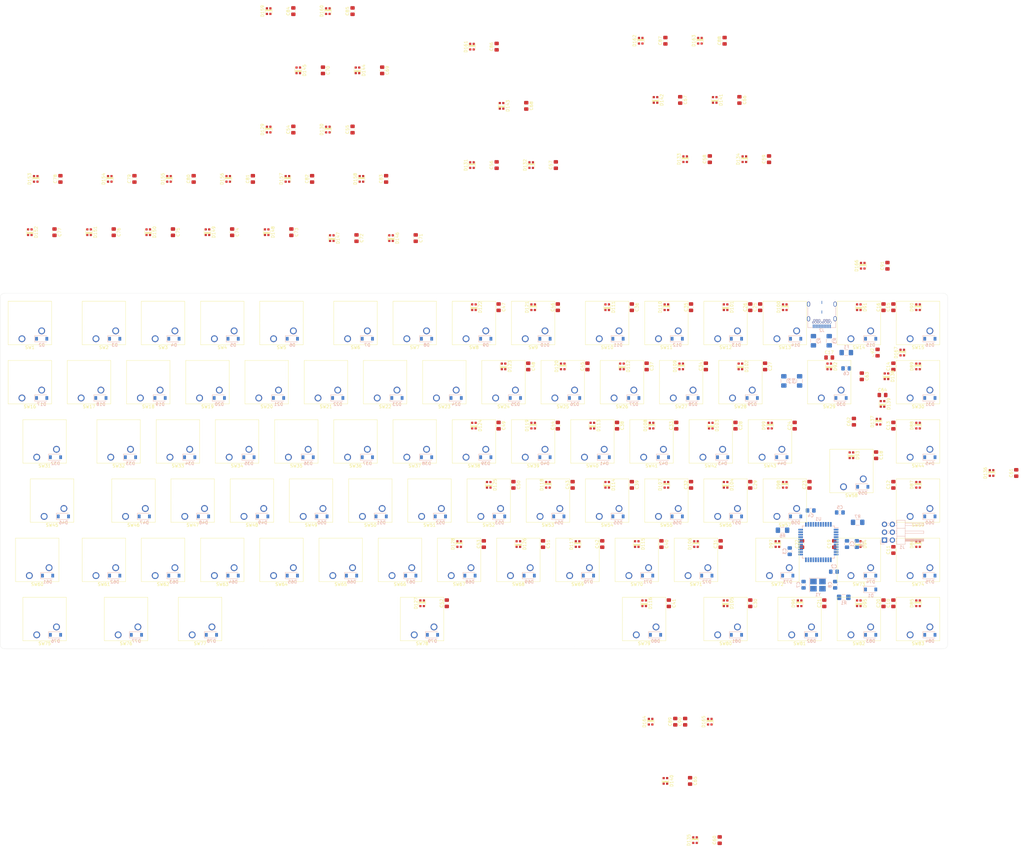
<source format=kicad_pcb>
(kicad_pcb (version 20171130) (host pcbnew 5.1.5+dfsg1-2build2)

  (general
    (thickness 1.6)
    (drawings 8)
    (tracks 0)
    (zones 0)
    (modules 354)
    (nets 216)
  )

  (page A3)
  (layers
    (0 F.Cu signal)
    (31 B.Cu signal)
    (32 B.Adhes user)
    (33 F.Adhes user)
    (34 B.Paste user)
    (35 F.Paste user)
    (36 B.SilkS user)
    (37 F.SilkS user)
    (38 B.Mask user)
    (39 F.Mask user)
    (40 Dwgs.User user)
    (41 Cmts.User user)
    (42 Eco1.User user)
    (43 Eco2.User user)
    (44 Edge.Cuts user)
    (45 Margin user)
    (46 B.CrtYd user)
    (47 F.CrtYd user)
    (48 B.Fab user)
    (49 F.Fab user)
  )

  (setup
    (last_trace_width 0.25)
    (trace_clearance 0.2)
    (zone_clearance 0.508)
    (zone_45_only no)
    (trace_min 0.2)
    (via_size 0.8)
    (via_drill 0.4)
    (via_min_size 0.6)
    (via_min_drill 0.3)
    (uvia_size 0.3)
    (uvia_drill 0.1)
    (uvias_allowed no)
    (uvia_min_size 0.2)
    (uvia_min_drill 0.1)
    (edge_width 0.05)
    (segment_width 0.2)
    (pcb_text_width 0.3)
    (pcb_text_size 1.5 1.5)
    (mod_edge_width 0.12)
    (mod_text_size 1 1)
    (mod_text_width 0.15)
    (pad_size 1.524 1.524)
    (pad_drill 0.762)
    (pad_to_mask_clearance 0.051)
    (solder_mask_min_width 0.25)
    (aux_axis_origin 0 0)
    (visible_elements FFFFF77F)
    (pcbplotparams
      (layerselection 0x010fc_ffffffff)
      (usegerberextensions false)
      (usegerberattributes false)
      (usegerberadvancedattributes false)
      (creategerberjobfile false)
      (excludeedgelayer true)
      (linewidth 0.100000)
      (plotframeref false)
      (viasonmask false)
      (mode 1)
      (useauxorigin false)
      (hpglpennumber 1)
      (hpglpenspeed 20)
      (hpglpendiameter 15.000000)
      (psnegative false)
      (psa4output false)
      (plotreference true)
      (plotvalue true)
      (plotinvisibletext false)
      (padsonsilk false)
      (subtractmaskfromsilk false)
      (outputformat 1)
      (mirror false)
      (drillshape 1)
      (scaleselection 1)
      (outputdirectory ""))
  )

  (net 0 "")
  (net 1 GND)
  (net 2 +5V)
  (net 3 "Net-(C7-Pad1)")
  (net 4 "Net-(C8-Pad2)")
  (net 5 "Net-(C9-Pad1)")
  (net 6 RST)
  (net 7 ROW0)
  (net 8 "Net-(D2-Pad2)")
  (net 9 "Net-(D3-Pad2)")
  (net 10 "Net-(D4-Pad2)")
  (net 11 "Net-(D5-Pad2)")
  (net 12 "Net-(D6-Pad2)")
  (net 13 "Net-(D7-Pad2)")
  (net 14 "Net-(D8-Pad2)")
  (net 15 "Net-(D9-Pad2)")
  (net 16 "Net-(D10-Pad2)")
  (net 17 "Net-(D11-Pad2)")
  (net 18 "Net-(D12-Pad2)")
  (net 19 "Net-(D13-Pad2)")
  (net 20 "Net-(D14-Pad2)")
  (net 21 "Net-(D15-Pad2)")
  (net 22 "Net-(D16-Pad2)")
  (net 23 ROW1)
  (net 24 "Net-(D17-Pad2)")
  (net 25 "Net-(D18-Pad2)")
  (net 26 "Net-(D19-Pad2)")
  (net 27 "Net-(D20-Pad2)")
  (net 28 "Net-(D21-Pad2)")
  (net 29 "Net-(D22-Pad2)")
  (net 30 "Net-(D23-Pad2)")
  (net 31 "Net-(D24-Pad2)")
  (net 32 "Net-(D25-Pad2)")
  (net 33 "Net-(D26-Pad2)")
  (net 34 "Net-(D27-Pad2)")
  (net 35 "Net-(D28-Pad2)")
  (net 36 "Net-(D29-Pad2)")
  (net 37 "Net-(D30-Pad2)")
  (net 38 "Net-(D31-Pad2)")
  (net 39 "Net-(D32-Pad2)")
  (net 40 ROW2)
  (net 41 "Net-(D33-Pad2)")
  (net 42 "Net-(D34-Pad2)")
  (net 43 "Net-(D35-Pad2)")
  (net 44 "Net-(D36-Pad2)")
  (net 45 "Net-(D37-Pad2)")
  (net 46 "Net-(D38-Pad2)")
  (net 47 "Net-(D39-Pad2)")
  (net 48 "Net-(D40-Pad2)")
  (net 49 "Net-(D41-Pad2)")
  (net 50 "Net-(D42-Pad2)")
  (net 51 "Net-(D43-Pad2)")
  (net 52 "Net-(D44-Pad2)")
  (net 53 "Net-(D45-Pad2)")
  (net 54 "Net-(D46-Pad2)")
  (net 55 ROW3)
  (net 56 "Net-(D47-Pad2)")
  (net 57 "Net-(D48-Pad2)")
  (net 58 "Net-(D49-Pad2)")
  (net 59 "Net-(D50-Pad2)")
  (net 60 "Net-(D51-Pad2)")
  (net 61 "Net-(D52-Pad2)")
  (net 62 "Net-(D53-Pad2)")
  (net 63 "Net-(D54-Pad2)")
  (net 64 "Net-(D55-Pad2)")
  (net 65 "Net-(D56-Pad2)")
  (net 66 "Net-(D57-Pad2)")
  (net 67 "Net-(D58-Pad2)")
  (net 68 "Net-(D59-Pad2)")
  (net 69 "Net-(D60-Pad2)")
  (net 70 ROW4)
  (net 71 "Net-(D61-Pad2)")
  (net 72 "Net-(D62-Pad2)")
  (net 73 "Net-(D63-Pad2)")
  (net 74 "Net-(D64-Pad2)")
  (net 75 "Net-(D65-Pad2)")
  (net 76 "Net-(D66-Pad2)")
  (net 77 "Net-(D67-Pad2)")
  (net 78 "Net-(D68-Pad2)")
  (net 79 "Net-(D69-Pad2)")
  (net 80 "Net-(D70-Pad2)")
  (net 81 "Net-(D71-Pad2)")
  (net 82 "Net-(D72-Pad2)")
  (net 83 "Net-(D73-Pad2)")
  (net 84 "Net-(D74-Pad2)")
  (net 85 "Net-(D75-Pad2)")
  (net 86 ROW5)
  (net 87 "Net-(D76-Pad2)")
  (net 88 "Net-(D77-Pad2)")
  (net 89 "Net-(D78-Pad2)")
  (net 90 "Net-(D79-Pad2)")
  (net 91 "Net-(D80-Pad2)")
  (net 92 "Net-(D81-Pad2)")
  (net 93 "Net-(D82-Pad2)")
  (net 94 "Net-(D83-Pad2)")
  (net 95 "Net-(D84-Pad2)")
  (net 96 "Net-(D85-Pad2)")
  (net 97 DIN)
  (net 98 "Net-(D86-Pad2)")
  (net 99 "Net-(D87-Pad2)")
  (net 100 "Net-(D88-Pad2)")
  (net 101 "Net-(D89-Pad2)")
  (net 102 "Net-(D90-Pad2)")
  (net 103 "Net-(D91-Pad2)")
  (net 104 "Net-(D92-Pad2)")
  (net 105 "Net-(D93-Pad2)")
  (net 106 "Net-(D94-Pad2)")
  (net 107 "Net-(D95-Pad2)")
  (net 108 "Net-(D96-Pad2)")
  (net 109 "Net-(D97-Pad2)")
  (net 110 "Net-(D98-Pad2)")
  (net 111 "Net-(D100-Pad4)")
  (net 112 "Net-(D100-Pad2)")
  (net 113 "Net-(D101-Pad2)")
  (net 114 "Net-(D102-Pad2)")
  (net 115 "Net-(D103-Pad2)")
  (net 116 "Net-(D104-Pad2)")
  (net 117 "Net-(D105-Pad2)")
  (net 118 "Net-(D106-Pad2)")
  (net 119 "Net-(D107-Pad2)")
  (net 120 "Net-(D108-Pad2)")
  (net 121 "Net-(D109-Pad2)")
  (net 122 "Net-(D110-Pad2)")
  (net 123 "Net-(D111-Pad2)")
  (net 124 "Net-(D112-Pad2)")
  (net 125 "Net-(D113-Pad2)")
  (net 126 "Net-(D114-Pad2)")
  (net 127 "Net-(D115-Pad2)")
  (net 128 "Net-(D116-Pad2)")
  (net 129 "Net-(D117-Pad2)")
  (net 130 "Net-(D118-Pad2)")
  (net 131 "Net-(D119-Pad2)")
  (net 132 "Net-(D120-Pad2)")
  (net 133 "Net-(D121-Pad2)")
  (net 134 "Net-(D122-Pad2)")
  (net 135 "Net-(D123-Pad2)")
  (net 136 "Net-(D124-Pad2)")
  (net 137 "Net-(D125-Pad2)")
  (net 138 "Net-(D126-Pad2)")
  (net 139 "Net-(D127-Pad2)")
  (net 140 "Net-(D128-Pad2)")
  (net 141 "Net-(D129-Pad2)")
  (net 142 "Net-(D130-Pad2)")
  (net 143 "Net-(D131-Pad2)")
  (net 144 "Net-(D132-Pad2)")
  (net 145 "Net-(D133-Pad2)")
  (net 146 "Net-(D134-Pad2)")
  (net 147 "Net-(D135-Pad2)")
  (net 148 "Net-(D136-Pad2)")
  (net 149 "Net-(D137-Pad2)")
  (net 150 "Net-(D138-Pad2)")
  (net 151 "Net-(D139-Pad2)")
  (net 152 "Net-(D140-Pad2)")
  (net 153 "Net-(D141-Pad2)")
  (net 154 "Net-(D142-Pad2)")
  (net 155 "Net-(D143-Pad2)")
  (net 156 "Net-(D144-Pad2)")
  (net 157 "Net-(D145-Pad2)")
  (net 158 "Net-(D146-Pad2)")
  (net 159 "Net-(D147-Pad2)")
  (net 160 "Net-(D148-Pad2)")
  (net 161 "Net-(D149-Pad2)")
  (net 162 "Net-(D150-Pad2)")
  (net 163 "Net-(D151-Pad2)")
  (net 164 "Net-(D152-Pad2)")
  (net 165 "Net-(D153-Pad2)")
  (net 166 "Net-(D154-Pad2)")
  (net 167 "Net-(D155-Pad2)")
  (net 168 "Net-(D156-Pad2)")
  (net 169 "Net-(D157-Pad2)")
  (net 170 "Net-(D158-Pad2)")
  (net 171 "Net-(D159-Pad2)")
  (net 172 "Net-(D160-Pad2)")
  (net 173 "Net-(D161-Pad2)")
  (net 174 "Net-(D162-Pad2)")
  (net 175 "Net-(D163-Pad2)")
  (net 176 "Net-(D164-Pad2)")
  (net 177 "Net-(D165-Pad2)")
  (net 178 "Net-(D166-Pad2)")
  (net 179 "Net-(D167-Pad2)")
  (net 180 "Net-(F1-Pad2)")
  (net 181 COL02)
  (net 182 COL00)
  (net 183 COL01)
  (net 184 "Net-(J2-PadA11)")
  (net 185 "Net-(J2-PadA10)")
  (net 186 "Net-(J2-PadA8)")
  (net 187 D-)
  (net 188 D+)
  (net 189 "Net-(J2-PadA5)")
  (net 190 "Net-(J2-PadA3)")
  (net 191 "Net-(J2-PadA2)")
  (net 192 "Net-(J2-PadB10)")
  (net 193 "Net-(J2-PadB3)")
  (net 194 "Net-(J2-PadB8)")
  (net 195 "Net-(J2-PadB5)")
  (net 196 "Net-(J2-PadB2)")
  (net 197 "Net-(J2-PadB11)")
  (net 198 "Net-(R6-Pad2)")
  (net 199 COL03)
  (net 200 COL04)
  (net 201 COL06)
  (net 202 COL07)
  (net 203 COL08)
  (net 204 COL09)
  (net 205 COL10)
  (net 206 COL11)
  (net 207 COL12)
  (net 208 COL13)
  (net 209 COL14)
  (net 210 COL15)
  (net 211 COL05)
  (net 212 "Net-(U1-Pad1)")
  (net 213 "Net-(U1-Pad8)")
  (net 214 "Net-(U1-Pad42)")
  (net 215 "Net-(R7-Pad2)")

  (net_class Default "Dies ist die voreingestellte Netzklasse."
    (clearance 0.2)
    (trace_width 0.25)
    (via_dia 0.8)
    (via_drill 0.4)
    (uvia_dia 0.3)
    (uvia_drill 0.1)
    (add_net +5V)
    (add_net COL00)
    (add_net COL01)
    (add_net COL02)
    (add_net COL03)
    (add_net COL04)
    (add_net COL05)
    (add_net COL06)
    (add_net COL07)
    (add_net COL08)
    (add_net COL09)
    (add_net COL10)
    (add_net COL11)
    (add_net COL12)
    (add_net COL13)
    (add_net COL14)
    (add_net COL15)
    (add_net D+)
    (add_net D-)
    (add_net DIN)
    (add_net GND)
    (add_net "Net-(C7-Pad1)")
    (add_net "Net-(C8-Pad2)")
    (add_net "Net-(C9-Pad1)")
    (add_net "Net-(D10-Pad2)")
    (add_net "Net-(D100-Pad2)")
    (add_net "Net-(D100-Pad4)")
    (add_net "Net-(D101-Pad2)")
    (add_net "Net-(D102-Pad2)")
    (add_net "Net-(D103-Pad2)")
    (add_net "Net-(D104-Pad2)")
    (add_net "Net-(D105-Pad2)")
    (add_net "Net-(D106-Pad2)")
    (add_net "Net-(D107-Pad2)")
    (add_net "Net-(D108-Pad2)")
    (add_net "Net-(D109-Pad2)")
    (add_net "Net-(D11-Pad2)")
    (add_net "Net-(D110-Pad2)")
    (add_net "Net-(D111-Pad2)")
    (add_net "Net-(D112-Pad2)")
    (add_net "Net-(D113-Pad2)")
    (add_net "Net-(D114-Pad2)")
    (add_net "Net-(D115-Pad2)")
    (add_net "Net-(D116-Pad2)")
    (add_net "Net-(D117-Pad2)")
    (add_net "Net-(D118-Pad2)")
    (add_net "Net-(D119-Pad2)")
    (add_net "Net-(D12-Pad2)")
    (add_net "Net-(D120-Pad2)")
    (add_net "Net-(D121-Pad2)")
    (add_net "Net-(D122-Pad2)")
    (add_net "Net-(D123-Pad2)")
    (add_net "Net-(D124-Pad2)")
    (add_net "Net-(D125-Pad2)")
    (add_net "Net-(D126-Pad2)")
    (add_net "Net-(D127-Pad2)")
    (add_net "Net-(D128-Pad2)")
    (add_net "Net-(D129-Pad2)")
    (add_net "Net-(D13-Pad2)")
    (add_net "Net-(D130-Pad2)")
    (add_net "Net-(D131-Pad2)")
    (add_net "Net-(D132-Pad2)")
    (add_net "Net-(D133-Pad2)")
    (add_net "Net-(D134-Pad2)")
    (add_net "Net-(D135-Pad2)")
    (add_net "Net-(D136-Pad2)")
    (add_net "Net-(D137-Pad2)")
    (add_net "Net-(D138-Pad2)")
    (add_net "Net-(D139-Pad2)")
    (add_net "Net-(D14-Pad2)")
    (add_net "Net-(D140-Pad2)")
    (add_net "Net-(D141-Pad2)")
    (add_net "Net-(D142-Pad2)")
    (add_net "Net-(D143-Pad2)")
    (add_net "Net-(D144-Pad2)")
    (add_net "Net-(D145-Pad2)")
    (add_net "Net-(D146-Pad2)")
    (add_net "Net-(D147-Pad2)")
    (add_net "Net-(D148-Pad2)")
    (add_net "Net-(D149-Pad2)")
    (add_net "Net-(D15-Pad2)")
    (add_net "Net-(D150-Pad2)")
    (add_net "Net-(D151-Pad2)")
    (add_net "Net-(D152-Pad2)")
    (add_net "Net-(D153-Pad2)")
    (add_net "Net-(D154-Pad2)")
    (add_net "Net-(D155-Pad2)")
    (add_net "Net-(D156-Pad2)")
    (add_net "Net-(D157-Pad2)")
    (add_net "Net-(D158-Pad2)")
    (add_net "Net-(D159-Pad2)")
    (add_net "Net-(D16-Pad2)")
    (add_net "Net-(D160-Pad2)")
    (add_net "Net-(D161-Pad2)")
    (add_net "Net-(D162-Pad2)")
    (add_net "Net-(D163-Pad2)")
    (add_net "Net-(D164-Pad2)")
    (add_net "Net-(D165-Pad2)")
    (add_net "Net-(D166-Pad2)")
    (add_net "Net-(D167-Pad2)")
    (add_net "Net-(D17-Pad2)")
    (add_net "Net-(D18-Pad2)")
    (add_net "Net-(D19-Pad2)")
    (add_net "Net-(D2-Pad2)")
    (add_net "Net-(D20-Pad2)")
    (add_net "Net-(D21-Pad2)")
    (add_net "Net-(D22-Pad2)")
    (add_net "Net-(D23-Pad2)")
    (add_net "Net-(D24-Pad2)")
    (add_net "Net-(D25-Pad2)")
    (add_net "Net-(D26-Pad2)")
    (add_net "Net-(D27-Pad2)")
    (add_net "Net-(D28-Pad2)")
    (add_net "Net-(D29-Pad2)")
    (add_net "Net-(D3-Pad2)")
    (add_net "Net-(D30-Pad2)")
    (add_net "Net-(D31-Pad2)")
    (add_net "Net-(D32-Pad2)")
    (add_net "Net-(D33-Pad2)")
    (add_net "Net-(D34-Pad2)")
    (add_net "Net-(D35-Pad2)")
    (add_net "Net-(D36-Pad2)")
    (add_net "Net-(D37-Pad2)")
    (add_net "Net-(D38-Pad2)")
    (add_net "Net-(D39-Pad2)")
    (add_net "Net-(D4-Pad2)")
    (add_net "Net-(D40-Pad2)")
    (add_net "Net-(D41-Pad2)")
    (add_net "Net-(D42-Pad2)")
    (add_net "Net-(D43-Pad2)")
    (add_net "Net-(D44-Pad2)")
    (add_net "Net-(D45-Pad2)")
    (add_net "Net-(D46-Pad2)")
    (add_net "Net-(D47-Pad2)")
    (add_net "Net-(D48-Pad2)")
    (add_net "Net-(D49-Pad2)")
    (add_net "Net-(D5-Pad2)")
    (add_net "Net-(D50-Pad2)")
    (add_net "Net-(D51-Pad2)")
    (add_net "Net-(D52-Pad2)")
    (add_net "Net-(D53-Pad2)")
    (add_net "Net-(D54-Pad2)")
    (add_net "Net-(D55-Pad2)")
    (add_net "Net-(D56-Pad2)")
    (add_net "Net-(D57-Pad2)")
    (add_net "Net-(D58-Pad2)")
    (add_net "Net-(D59-Pad2)")
    (add_net "Net-(D6-Pad2)")
    (add_net "Net-(D60-Pad2)")
    (add_net "Net-(D61-Pad2)")
    (add_net "Net-(D62-Pad2)")
    (add_net "Net-(D63-Pad2)")
    (add_net "Net-(D64-Pad2)")
    (add_net "Net-(D65-Pad2)")
    (add_net "Net-(D66-Pad2)")
    (add_net "Net-(D67-Pad2)")
    (add_net "Net-(D68-Pad2)")
    (add_net "Net-(D69-Pad2)")
    (add_net "Net-(D7-Pad2)")
    (add_net "Net-(D70-Pad2)")
    (add_net "Net-(D71-Pad2)")
    (add_net "Net-(D72-Pad2)")
    (add_net "Net-(D73-Pad2)")
    (add_net "Net-(D74-Pad2)")
    (add_net "Net-(D75-Pad2)")
    (add_net "Net-(D76-Pad2)")
    (add_net "Net-(D77-Pad2)")
    (add_net "Net-(D78-Pad2)")
    (add_net "Net-(D79-Pad2)")
    (add_net "Net-(D8-Pad2)")
    (add_net "Net-(D80-Pad2)")
    (add_net "Net-(D81-Pad2)")
    (add_net "Net-(D82-Pad2)")
    (add_net "Net-(D83-Pad2)")
    (add_net "Net-(D84-Pad2)")
    (add_net "Net-(D85-Pad2)")
    (add_net "Net-(D86-Pad2)")
    (add_net "Net-(D87-Pad2)")
    (add_net "Net-(D88-Pad2)")
    (add_net "Net-(D89-Pad2)")
    (add_net "Net-(D9-Pad2)")
    (add_net "Net-(D90-Pad2)")
    (add_net "Net-(D91-Pad2)")
    (add_net "Net-(D92-Pad2)")
    (add_net "Net-(D93-Pad2)")
    (add_net "Net-(D94-Pad2)")
    (add_net "Net-(D95-Pad2)")
    (add_net "Net-(D96-Pad2)")
    (add_net "Net-(D97-Pad2)")
    (add_net "Net-(D98-Pad2)")
    (add_net "Net-(F1-Pad2)")
    (add_net "Net-(J2-PadA10)")
    (add_net "Net-(J2-PadA11)")
    (add_net "Net-(J2-PadA2)")
    (add_net "Net-(J2-PadA3)")
    (add_net "Net-(J2-PadA5)")
    (add_net "Net-(J2-PadA8)")
    (add_net "Net-(J2-PadB10)")
    (add_net "Net-(J2-PadB11)")
    (add_net "Net-(J2-PadB2)")
    (add_net "Net-(J2-PadB3)")
    (add_net "Net-(J2-PadB5)")
    (add_net "Net-(J2-PadB8)")
    (add_net "Net-(R6-Pad2)")
    (add_net "Net-(R7-Pad2)")
    (add_net "Net-(U1-Pad1)")
    (add_net "Net-(U1-Pad42)")
    (add_net "Net-(U1-Pad8)")
    (add_net ROW0)
    (add_net ROW1)
    (add_net ROW2)
    (add_net ROW3)
    (add_net ROW4)
    (add_net ROW5)
    (add_net RST)
  )

  (module Resistor_SMD:R_1206_3216Metric_Pad1.42x1.75mm_HandSolder (layer B.Cu) (tedit 5B301BBD) (tstamp 5F26397F)
    (at 313.944 111.76 180)
    (descr "Resistor SMD 1206 (3216 Metric), square (rectangular) end terminal, IPC_7351 nominal with elongated pad for handsoldering. (Body size source: http://www.tortai-tech.com/upload/download/2011102023233369053.pdf), generated with kicad-footprint-generator")
    (tags "resistor handsolder")
    (path /5F259898)
    (attr smd)
    (fp_text reference R7 (at 0 1.82) (layer B.SilkS)
      (effects (font (size 1 1) (thickness 0.15)) (justify mirror))
    )
    (fp_text value 470 (at 0 -1.82) (layer B.Fab)
      (effects (font (size 1 1) (thickness 0.15)) (justify mirror))
    )
    (fp_text user %R (at 0 0) (layer B.Fab)
      (effects (font (size 0.8 0.8) (thickness 0.12)) (justify mirror))
    )
    (fp_line (start 2.45 -1.12) (end -2.45 -1.12) (layer B.CrtYd) (width 0.05))
    (fp_line (start 2.45 1.12) (end 2.45 -1.12) (layer B.CrtYd) (width 0.05))
    (fp_line (start -2.45 1.12) (end 2.45 1.12) (layer B.CrtYd) (width 0.05))
    (fp_line (start -2.45 -1.12) (end -2.45 1.12) (layer B.CrtYd) (width 0.05))
    (fp_line (start -0.602064 -0.91) (end 0.602064 -0.91) (layer B.SilkS) (width 0.12))
    (fp_line (start -0.602064 0.91) (end 0.602064 0.91) (layer B.SilkS) (width 0.12))
    (fp_line (start 1.6 -0.8) (end -1.6 -0.8) (layer B.Fab) (width 0.1))
    (fp_line (start 1.6 0.8) (end 1.6 -0.8) (layer B.Fab) (width 0.1))
    (fp_line (start -1.6 0.8) (end 1.6 0.8) (layer B.Fab) (width 0.1))
    (fp_line (start -1.6 -0.8) (end -1.6 0.8) (layer B.Fab) (width 0.1))
    (pad 2 smd roundrect (at 1.4875 0 180) (size 1.425 1.75) (layers B.Cu B.Paste B.Mask) (roundrect_rratio 0.175439)
      (net 215 "Net-(R7-Pad2)"))
    (pad 1 smd roundrect (at -1.4875 0 180) (size 1.425 1.75) (layers B.Cu B.Paste B.Mask) (roundrect_rratio 0.175439)
      (net 97 DIN))
    (model ${KISYS3DMOD}/Resistor_SMD.3dshapes/R_1206_3216Metric.wrl
      (at (xyz 0 0 0))
      (scale (xyz 1 1 1))
      (rotate (xyz 0 0 0))
    )
  )

  (module kezboard-pcb:LED_WS2812_2020 (layer F.Cu) (tedit 5F1C4B34) (tstamp 5F1B709E)
    (at 333.375 137.795 90)
    (descr https://www.peace-corp.co.jp/data/WS2812-2020_V1.0_EN.pdf)
    (path /5F949B9C/5F9E7A8D)
    (fp_text reference D85 (at 0 -2 90) (layer F.SilkS)
      (effects (font (size 1 1) (thickness 0.15)))
    )
    (fp_text value WS2812B (at 0 2 90) (layer F.Fab)
      (effects (font (size 1 1) (thickness 0.15)))
    )
    (fp_line (start -1.1 -1) (end 1.1 -1) (layer F.Fab) (width 0.1))
    (fp_line (start 1.1 -1) (end 1.1 1) (layer F.Fab) (width 0.1))
    (fp_line (start 1.1 1) (end -1.1 1) (layer F.Fab) (width 0.1))
    (fp_line (start -1.1 1) (end -1.1 -1) (layer F.Fab) (width 0.1))
    (fp_text user %R (at 0 0 90) (layer F.Fab)
      (effects (font (size 0.5 0.5) (thickness 0.1)))
    )
    (fp_line (start -1.1 -1.11) (end 1.1 -1.11) (layer F.SilkS) (width 0.12))
    (fp_line (start 1.1 1.11) (end -1.1 1.11) (layer F.SilkS) (width 0.12))
    (fp_poly (pts (xy 0.45 0.9) (xy 0.05 0.9) (xy 0.05 -0.9) (xy 0.45 -0.9)) (layer F.SilkS) (width 0.1))
    (pad 2 smd rect (at 0.9015 0.55 90) (size 0.7 0.7) (layers F.Cu F.Paste F.Mask)
      (net 96 "Net-(D85-Pad2)"))
    (pad 3 smd rect (at 0.9015 -0.55 90) (size 0.7 0.7) (layers F.Cu F.Paste F.Mask)
      (net 1 GND))
    (pad 4 smd rect (at -0.9015 -0.55 90) (size 0.7 0.7) (layers F.Cu F.Paste F.Mask)
      (net 97 DIN))
    (pad 1 smd rect (at -0.9015 0.55 90) (size 0.7 0.7) (layers F.Cu F.Paste F.Mask)
      (net 2 +5V))
  )

  (module kezboard-pcb:LED_WS2812_2020 (layer F.Cu) (tedit 5F1C4B34) (tstamp 5F15F975)
    (at 333.375 118.745 90)
    (descr https://www.peace-corp.co.jp/data/WS2812-2020_V1.0_EN.pdf)
    (path /5F949B9C/5FD3F1F5)
    (fp_text reference D86 (at 0 -2 90) (layer F.SilkS)
      (effects (font (size 1 1) (thickness 0.15)))
    )
    (fp_text value WS2812B (at 0 2 90) (layer F.Fab)
      (effects (font (size 1 1) (thickness 0.15)))
    )
    (fp_poly (pts (xy 0.45 0.9) (xy 0.05 0.9) (xy 0.05 -0.9) (xy 0.45 -0.9)) (layer F.SilkS) (width 0.1))
    (fp_line (start 1.1 1.11) (end -1.1 1.11) (layer F.SilkS) (width 0.12))
    (fp_line (start -1.1 -1.11) (end 1.1 -1.11) (layer F.SilkS) (width 0.12))
    (fp_text user %R (at 0 0 90) (layer F.Fab)
      (effects (font (size 0.5 0.5) (thickness 0.1)))
    )
    (fp_line (start -1.1 1) (end -1.1 -1) (layer F.Fab) (width 0.1))
    (fp_line (start 1.1 1) (end -1.1 1) (layer F.Fab) (width 0.1))
    (fp_line (start 1.1 -1) (end 1.1 1) (layer F.Fab) (width 0.1))
    (fp_line (start -1.1 -1) (end 1.1 -1) (layer F.Fab) (width 0.1))
    (pad 1 smd rect (at -0.9015 0.55 90) (size 0.7 0.7) (layers F.Cu F.Paste F.Mask)
      (net 2 +5V))
    (pad 4 smd rect (at -0.9015 -0.55 90) (size 0.7 0.7) (layers F.Cu F.Paste F.Mask)
      (net 96 "Net-(D85-Pad2)"))
    (pad 3 smd rect (at 0.9015 -0.55 90) (size 0.7 0.7) (layers F.Cu F.Paste F.Mask)
      (net 1 GND))
    (pad 2 smd rect (at 0.9015 0.55 90) (size 0.7 0.7) (layers F.Cu F.Paste F.Mask)
      (net 98 "Net-(D86-Pad2)"))
  )

  (module kezboard-pcb:LED_WS2812_2020 (layer F.Cu) (tedit 5F1C4B34) (tstamp 5F1B738A)
    (at 333.375 99.695 90)
    (descr https://www.peace-corp.co.jp/data/WS2812-2020_V1.0_EN.pdf)
    (path /5F949B9C/5FD40FA8)
    (fp_text reference D87 (at 0 -2 90) (layer F.SilkS)
      (effects (font (size 1 1) (thickness 0.15)))
    )
    (fp_text value WS2812B (at 0 2 90) (layer F.Fab)
      (effects (font (size 1 1) (thickness 0.15)))
    )
    (fp_poly (pts (xy 0.45 0.9) (xy 0.05 0.9) (xy 0.05 -0.9) (xy 0.45 -0.9)) (layer F.SilkS) (width 0.1))
    (fp_line (start 1.1 1.11) (end -1.1 1.11) (layer F.SilkS) (width 0.12))
    (fp_line (start -1.1 -1.11) (end 1.1 -1.11) (layer F.SilkS) (width 0.12))
    (fp_text user %R (at 0 0 90) (layer F.Fab)
      (effects (font (size 0.5 0.5) (thickness 0.1)))
    )
    (fp_line (start -1.1 1) (end -1.1 -1) (layer F.Fab) (width 0.1))
    (fp_line (start 1.1 1) (end -1.1 1) (layer F.Fab) (width 0.1))
    (fp_line (start 1.1 -1) (end 1.1 1) (layer F.Fab) (width 0.1))
    (fp_line (start -1.1 -1) (end 1.1 -1) (layer F.Fab) (width 0.1))
    (pad 1 smd rect (at -0.9015 0.55 90) (size 0.7 0.7) (layers F.Cu F.Paste F.Mask)
      (net 2 +5V))
    (pad 4 smd rect (at -0.9015 -0.55 90) (size 0.7 0.7) (layers F.Cu F.Paste F.Mask)
      (net 98 "Net-(D86-Pad2)"))
    (pad 3 smd rect (at 0.9015 -0.55 90) (size 0.7 0.7) (layers F.Cu F.Paste F.Mask)
      (net 1 GND))
    (pad 2 smd rect (at 0.9015 0.55 90) (size 0.7 0.7) (layers F.Cu F.Paste F.Mask)
      (net 99 "Net-(D87-Pad2)"))
  )

  (module kezboard-pcb:LED_WS2812_2020 (layer F.Cu) (tedit 5F1C4B34) (tstamp 5F25A25B)
    (at 333.375 80.645 90)
    (descr https://www.peace-corp.co.jp/data/WS2812-2020_V1.0_EN.pdf)
    (path /5F949B9C/5FD423CF)
    (fp_text reference D88 (at 0 -2 90) (layer F.SilkS)
      (effects (font (size 1 1) (thickness 0.15)))
    )
    (fp_text value WS2812B (at 0 2 90) (layer F.Fab)
      (effects (font (size 1 1) (thickness 0.15)))
    )
    (fp_poly (pts (xy 0.45 0.9) (xy 0.05 0.9) (xy 0.05 -0.9) (xy 0.45 -0.9)) (layer F.SilkS) (width 0.1))
    (fp_line (start 1.1 1.11) (end -1.1 1.11) (layer F.SilkS) (width 0.12))
    (fp_line (start -1.1 -1.11) (end 1.1 -1.11) (layer F.SilkS) (width 0.12))
    (fp_text user %R (at 0 0 90) (layer F.Fab)
      (effects (font (size 0.5 0.5) (thickness 0.1)))
    )
    (fp_line (start -1.1 1) (end -1.1 -1) (layer F.Fab) (width 0.1))
    (fp_line (start 1.1 1) (end -1.1 1) (layer F.Fab) (width 0.1))
    (fp_line (start 1.1 -1) (end 1.1 1) (layer F.Fab) (width 0.1))
    (fp_line (start -1.1 -1) (end 1.1 -1) (layer F.Fab) (width 0.1))
    (pad 1 smd rect (at -0.9015 0.55 90) (size 0.7 0.7) (layers F.Cu F.Paste F.Mask)
      (net 2 +5V))
    (pad 4 smd rect (at -0.9015 -0.55 90) (size 0.7 0.7) (layers F.Cu F.Paste F.Mask)
      (net 99 "Net-(D87-Pad2)"))
    (pad 3 smd rect (at 0.9015 -0.55 90) (size 0.7 0.7) (layers F.Cu F.Paste F.Mask)
      (net 1 GND))
    (pad 2 smd rect (at 0.9015 0.55 90) (size 0.7 0.7) (layers F.Cu F.Paste F.Mask)
      (net 100 "Net-(D88-Pad2)"))
  )

  (module kezboard-pcb:LED_WS2812_2020 (layer F.Cu) (tedit 5F1C4B34) (tstamp 5F15F9A2)
    (at 333.375 61.595 90)
    (descr https://www.peace-corp.co.jp/data/WS2812-2020_V1.0_EN.pdf)
    (path /5F949B9C/5FD43994)
    (fp_text reference D89 (at 0 -2 90) (layer F.SilkS)
      (effects (font (size 1 1) (thickness 0.15)))
    )
    (fp_text value WS2812B (at 0 2 90) (layer F.Fab)
      (effects (font (size 1 1) (thickness 0.15)))
    )
    (fp_line (start -1.1 -1) (end 1.1 -1) (layer F.Fab) (width 0.1))
    (fp_line (start 1.1 -1) (end 1.1 1) (layer F.Fab) (width 0.1))
    (fp_line (start 1.1 1) (end -1.1 1) (layer F.Fab) (width 0.1))
    (fp_line (start -1.1 1) (end -1.1 -1) (layer F.Fab) (width 0.1))
    (fp_text user %R (at 0 0 90) (layer F.Fab)
      (effects (font (size 0.5 0.5) (thickness 0.1)))
    )
    (fp_line (start -1.1 -1.11) (end 1.1 -1.11) (layer F.SilkS) (width 0.12))
    (fp_line (start 1.1 1.11) (end -1.1 1.11) (layer F.SilkS) (width 0.12))
    (fp_poly (pts (xy 0.45 0.9) (xy 0.05 0.9) (xy 0.05 -0.9) (xy 0.45 -0.9)) (layer F.SilkS) (width 0.1))
    (pad 2 smd rect (at 0.9015 0.55 90) (size 0.7 0.7) (layers F.Cu F.Paste F.Mask)
      (net 101 "Net-(D89-Pad2)"))
    (pad 3 smd rect (at 0.9015 -0.55 90) (size 0.7 0.7) (layers F.Cu F.Paste F.Mask)
      (net 1 GND))
    (pad 4 smd rect (at -0.9015 -0.55 90) (size 0.7 0.7) (layers F.Cu F.Paste F.Mask)
      (net 100 "Net-(D88-Pad2)"))
    (pad 1 smd rect (at -0.9015 0.55 90) (size 0.7 0.7) (layers F.Cu F.Paste F.Mask)
      (net 2 +5V))
  )

  (module kezboard-pcb:LED_WS2812_2020 (layer F.Cu) (tedit 5F1C4B34) (tstamp 5F15F9B1)
    (at 333.375 42.545 90)
    (descr https://www.peace-corp.co.jp/data/WS2812-2020_V1.0_EN.pdf)
    (path /5F949B9C/5F62CAD6)
    (fp_text reference D90 (at 0 -2 90) (layer F.SilkS)
      (effects (font (size 1 1) (thickness 0.15)))
    )
    (fp_text value WS2812B (at 0 2 90) (layer F.Fab)
      (effects (font (size 1 1) (thickness 0.15)))
    )
    (fp_poly (pts (xy 0.45 0.9) (xy 0.05 0.9) (xy 0.05 -0.9) (xy 0.45 -0.9)) (layer F.SilkS) (width 0.1))
    (fp_line (start 1.1 1.11) (end -1.1 1.11) (layer F.SilkS) (width 0.12))
    (fp_line (start -1.1 -1.11) (end 1.1 -1.11) (layer F.SilkS) (width 0.12))
    (fp_text user %R (at 0 0 90) (layer F.Fab)
      (effects (font (size 0.5 0.5) (thickness 0.1)))
    )
    (fp_line (start -1.1 1) (end -1.1 -1) (layer F.Fab) (width 0.1))
    (fp_line (start 1.1 1) (end -1.1 1) (layer F.Fab) (width 0.1))
    (fp_line (start 1.1 -1) (end 1.1 1) (layer F.Fab) (width 0.1))
    (fp_line (start -1.1 -1) (end 1.1 -1) (layer F.Fab) (width 0.1))
    (pad 1 smd rect (at -0.9015 0.55 90) (size 0.7 0.7) (layers F.Cu F.Paste F.Mask)
      (net 2 +5V))
    (pad 4 smd rect (at -0.9015 -0.55 90) (size 0.7 0.7) (layers F.Cu F.Paste F.Mask)
      (net 101 "Net-(D89-Pad2)"))
    (pad 3 smd rect (at 0.9015 -0.55 90) (size 0.7 0.7) (layers F.Cu F.Paste F.Mask)
      (net 1 GND))
    (pad 2 smd rect (at 0.9015 0.55 90) (size 0.7 0.7) (layers F.Cu F.Paste F.Mask)
      (net 102 "Net-(D90-Pad2)"))
  )

  (module kezboard-pcb:LED_WS2812_2020 (layer F.Cu) (tedit 5F1C4B34) (tstamp 5F15F9C0)
    (at 314.325 42.545 270)
    (descr https://www.peace-corp.co.jp/data/WS2812-2020_V1.0_EN.pdf)
    (path /5F949B9C/5F62CAF9)
    (fp_text reference D91 (at 0 -2 90) (layer F.SilkS)
      (effects (font (size 1 1) (thickness 0.15)))
    )
    (fp_text value WS2812B (at 0 2 90) (layer F.Fab)
      (effects (font (size 1 1) (thickness 0.15)))
    )
    (fp_line (start -1.1 -1) (end 1.1 -1) (layer F.Fab) (width 0.1))
    (fp_line (start 1.1 -1) (end 1.1 1) (layer F.Fab) (width 0.1))
    (fp_line (start 1.1 1) (end -1.1 1) (layer F.Fab) (width 0.1))
    (fp_line (start -1.1 1) (end -1.1 -1) (layer F.Fab) (width 0.1))
    (fp_text user %R (at 0 0 90) (layer F.Fab)
      (effects (font (size 0.5 0.5) (thickness 0.1)))
    )
    (fp_line (start -1.1 -1.11) (end 1.1 -1.11) (layer F.SilkS) (width 0.12))
    (fp_line (start 1.1 1.11) (end -1.1 1.11) (layer F.SilkS) (width 0.12))
    (fp_poly (pts (xy 0.45 0.9) (xy 0.05 0.9) (xy 0.05 -0.9) (xy 0.45 -0.9)) (layer F.SilkS) (width 0.1))
    (pad 2 smd rect (at 0.9015 0.55 270) (size 0.7 0.7) (layers F.Cu F.Paste F.Mask)
      (net 103 "Net-(D91-Pad2)"))
    (pad 3 smd rect (at 0.9015 -0.55 270) (size 0.7 0.7) (layers F.Cu F.Paste F.Mask)
      (net 1 GND))
    (pad 4 smd rect (at -0.9015 -0.55 270) (size 0.7 0.7) (layers F.Cu F.Paste F.Mask)
      (net 102 "Net-(D90-Pad2)"))
    (pad 1 smd rect (at -0.9015 0.55 270) (size 0.7 0.7) (layers F.Cu F.Paste F.Mask)
      (net 2 +5V))
  )

  (module kezboard-pcb:LED_WS2812_2020 (layer F.Cu) (tedit 5F1C4B34) (tstamp 5F15F9CF)
    (at 304.8 61.595 270)
    (descr https://www.peace-corp.co.jp/data/WS2812-2020_V1.0_EN.pdf)
    (path /5F949B9C/5F62CB1C)
    (fp_text reference D92 (at 0 -2 90) (layer F.SilkS)
      (effects (font (size 1 1) (thickness 0.15)))
    )
    (fp_text value WS2812B (at 0 2 90) (layer F.Fab)
      (effects (font (size 1 1) (thickness 0.15)))
    )
    (fp_poly (pts (xy 0.45 0.9) (xy 0.05 0.9) (xy 0.05 -0.9) (xy 0.45 -0.9)) (layer F.SilkS) (width 0.1))
    (fp_line (start 1.1 1.11) (end -1.1 1.11) (layer F.SilkS) (width 0.12))
    (fp_line (start -1.1 -1.11) (end 1.1 -1.11) (layer F.SilkS) (width 0.12))
    (fp_text user %R (at 0 0 90) (layer F.Fab)
      (effects (font (size 0.5 0.5) (thickness 0.1)))
    )
    (fp_line (start -1.1 1) (end -1.1 -1) (layer F.Fab) (width 0.1))
    (fp_line (start 1.1 1) (end -1.1 1) (layer F.Fab) (width 0.1))
    (fp_line (start 1.1 -1) (end 1.1 1) (layer F.Fab) (width 0.1))
    (fp_line (start -1.1 -1) (end 1.1 -1) (layer F.Fab) (width 0.1))
    (pad 1 smd rect (at -0.9015 0.55 270) (size 0.7 0.7) (layers F.Cu F.Paste F.Mask)
      (net 2 +5V))
    (pad 4 smd rect (at -0.9015 -0.55 270) (size 0.7 0.7) (layers F.Cu F.Paste F.Mask)
      (net 103 "Net-(D91-Pad2)"))
    (pad 3 smd rect (at 0.9015 -0.55 270) (size 0.7 0.7) (layers F.Cu F.Paste F.Mask)
      (net 1 GND))
    (pad 2 smd rect (at 0.9015 0.55 270) (size 0.7 0.7) (layers F.Cu F.Paste F.Mask)
      (net 104 "Net-(D92-Pad2)"))
  )

  (module kezboard-pcb:LED_WS2812_2020 (layer F.Cu) (tedit 5F1C4B34) (tstamp 5F15F9DE)
    (at 311.94375 90.17 270)
    (descr https://www.peace-corp.co.jp/data/WS2812-2020_V1.0_EN.pdf)
    (path /5F949B9C/5F62CB3F)
    (fp_text reference D93 (at 0 -2 90) (layer F.SilkS)
      (effects (font (size 1 1) (thickness 0.15)))
    )
    (fp_text value WS2812B (at 0 2 90) (layer F.Fab)
      (effects (font (size 1 1) (thickness 0.15)))
    )
    (fp_line (start -1.1 -1) (end 1.1 -1) (layer F.Fab) (width 0.1))
    (fp_line (start 1.1 -1) (end 1.1 1) (layer F.Fab) (width 0.1))
    (fp_line (start 1.1 1) (end -1.1 1) (layer F.Fab) (width 0.1))
    (fp_line (start -1.1 1) (end -1.1 -1) (layer F.Fab) (width 0.1))
    (fp_text user %R (at 0 0 90) (layer F.Fab)
      (effects (font (size 0.5 0.5) (thickness 0.1)))
    )
    (fp_line (start -1.1 -1.11) (end 1.1 -1.11) (layer F.SilkS) (width 0.12))
    (fp_line (start 1.1 1.11) (end -1.1 1.11) (layer F.SilkS) (width 0.12))
    (fp_poly (pts (xy 0.45 0.9) (xy 0.05 0.9) (xy 0.05 -0.9) (xy 0.45 -0.9)) (layer F.SilkS) (width 0.1))
    (pad 2 smd rect (at 0.9015 0.55 270) (size 0.7 0.7) (layers F.Cu F.Paste F.Mask)
      (net 105 "Net-(D93-Pad2)"))
    (pad 3 smd rect (at 0.9015 -0.55 270) (size 0.7 0.7) (layers F.Cu F.Paste F.Mask)
      (net 1 GND))
    (pad 4 smd rect (at -0.9015 -0.55 270) (size 0.7 0.7) (layers F.Cu F.Paste F.Mask)
      (net 104 "Net-(D92-Pad2)"))
    (pad 1 smd rect (at -0.9015 0.55 270) (size 0.7 0.7) (layers F.Cu F.Paste F.Mask)
      (net 2 +5V))
  )

  (module kezboard-pcb:LED_WS2812_2020 (layer F.Cu) (tedit 5F1C4B34) (tstamp 5F15F9ED)
    (at 314.325 118.745 270)
    (descr https://www.peace-corp.co.jp/data/WS2812-2020_V1.0_EN.pdf)
    (path /5F949B9C/5F62CB61)
    (fp_text reference D94 (at 0 -2 90) (layer F.SilkS)
      (effects (font (size 1 1) (thickness 0.15)))
    )
    (fp_text value WS2812B (at 0 2 90) (layer F.Fab)
      (effects (font (size 1 1) (thickness 0.15)))
    )
    (fp_poly (pts (xy 0.45 0.9) (xy 0.05 0.9) (xy 0.05 -0.9) (xy 0.45 -0.9)) (layer F.SilkS) (width 0.1))
    (fp_line (start 1.1 1.11) (end -1.1 1.11) (layer F.SilkS) (width 0.12))
    (fp_line (start -1.1 -1.11) (end 1.1 -1.11) (layer F.SilkS) (width 0.12))
    (fp_text user %R (at 0 0 90) (layer F.Fab)
      (effects (font (size 0.5 0.5) (thickness 0.1)))
    )
    (fp_line (start -1.1 1) (end -1.1 -1) (layer F.Fab) (width 0.1))
    (fp_line (start 1.1 1) (end -1.1 1) (layer F.Fab) (width 0.1))
    (fp_line (start 1.1 -1) (end 1.1 1) (layer F.Fab) (width 0.1))
    (fp_line (start -1.1 -1) (end 1.1 -1) (layer F.Fab) (width 0.1))
    (pad 1 smd rect (at -0.9015 0.55 270) (size 0.7 0.7) (layers F.Cu F.Paste F.Mask)
      (net 2 +5V))
    (pad 4 smd rect (at -0.9015 -0.55 270) (size 0.7 0.7) (layers F.Cu F.Paste F.Mask)
      (net 105 "Net-(D93-Pad2)"))
    (pad 3 smd rect (at 0.9015 -0.55 270) (size 0.7 0.7) (layers F.Cu F.Paste F.Mask)
      (net 1 GND))
    (pad 2 smd rect (at 0.9015 0.55 270) (size 0.7 0.7) (layers F.Cu F.Paste F.Mask)
      (net 106 "Net-(D94-Pad2)"))
  )

  (module kezboard-pcb:LED_WS2812_2020 (layer F.Cu) (tedit 5F1C4B34) (tstamp 5F15F9FC)
    (at 314.325 137.795 270)
    (descr https://www.peace-corp.co.jp/data/WS2812-2020_V1.0_EN.pdf)
    (path /5F949B9C/5F6A6266)
    (fp_text reference D95 (at 0 -2 90) (layer F.SilkS)
      (effects (font (size 1 1) (thickness 0.15)))
    )
    (fp_text value WS2812B (at 0 2 90) (layer F.Fab)
      (effects (font (size 1 1) (thickness 0.15)))
    )
    (fp_poly (pts (xy 0.45 0.9) (xy 0.05 0.9) (xy 0.05 -0.9) (xy 0.45 -0.9)) (layer F.SilkS) (width 0.1))
    (fp_line (start 1.1 1.11) (end -1.1 1.11) (layer F.SilkS) (width 0.12))
    (fp_line (start -1.1 -1.11) (end 1.1 -1.11) (layer F.SilkS) (width 0.12))
    (fp_text user %R (at 0 0 90) (layer F.Fab)
      (effects (font (size 0.5 0.5) (thickness 0.1)))
    )
    (fp_line (start -1.1 1) (end -1.1 -1) (layer F.Fab) (width 0.1))
    (fp_line (start 1.1 1) (end -1.1 1) (layer F.Fab) (width 0.1))
    (fp_line (start 1.1 -1) (end 1.1 1) (layer F.Fab) (width 0.1))
    (fp_line (start -1.1 -1) (end 1.1 -1) (layer F.Fab) (width 0.1))
    (pad 1 smd rect (at -0.9015 0.55 270) (size 0.7 0.7) (layers F.Cu F.Paste F.Mask)
      (net 2 +5V))
    (pad 4 smd rect (at -0.9015 -0.55 270) (size 0.7 0.7) (layers F.Cu F.Paste F.Mask)
      (net 106 "Net-(D94-Pad2)"))
    (pad 3 smd rect (at 0.9015 -0.55 270) (size 0.7 0.7) (layers F.Cu F.Paste F.Mask)
      (net 1 GND))
    (pad 2 smd rect (at 0.9015 0.55 270) (size 0.7 0.7) (layers F.Cu F.Paste F.Mask)
      (net 107 "Net-(D95-Pad2)"))
  )

  (module kezboard-pcb:LED_WS2812_2020 (layer F.Cu) (tedit 5F1C4B34) (tstamp 5F15FA0B)
    (at 295.275 137.795 90)
    (descr https://www.peace-corp.co.jp/data/WS2812-2020_V1.0_EN.pdf)
    (path /5F949B9C/5F6A6289)
    (fp_text reference D96 (at 0 -2 90) (layer F.SilkS)
      (effects (font (size 1 1) (thickness 0.15)))
    )
    (fp_text value WS2812B (at 0 2 90) (layer F.Fab)
      (effects (font (size 1 1) (thickness 0.15)))
    )
    (fp_line (start -1.1 -1) (end 1.1 -1) (layer F.Fab) (width 0.1))
    (fp_line (start 1.1 -1) (end 1.1 1) (layer F.Fab) (width 0.1))
    (fp_line (start 1.1 1) (end -1.1 1) (layer F.Fab) (width 0.1))
    (fp_line (start -1.1 1) (end -1.1 -1) (layer F.Fab) (width 0.1))
    (fp_text user %R (at 0 0 90) (layer F.Fab)
      (effects (font (size 0.5 0.5) (thickness 0.1)))
    )
    (fp_line (start -1.1 -1.11) (end 1.1 -1.11) (layer F.SilkS) (width 0.12))
    (fp_line (start 1.1 1.11) (end -1.1 1.11) (layer F.SilkS) (width 0.12))
    (fp_poly (pts (xy 0.45 0.9) (xy 0.05 0.9) (xy 0.05 -0.9) (xy 0.45 -0.9)) (layer F.SilkS) (width 0.1))
    (pad 2 smd rect (at 0.9015 0.55 90) (size 0.7 0.7) (layers F.Cu F.Paste F.Mask)
      (net 108 "Net-(D96-Pad2)"))
    (pad 3 smd rect (at 0.9015 -0.55 90) (size 0.7 0.7) (layers F.Cu F.Paste F.Mask)
      (net 1 GND))
    (pad 4 smd rect (at -0.9015 -0.55 90) (size 0.7 0.7) (layers F.Cu F.Paste F.Mask)
      (net 107 "Net-(D95-Pad2)"))
    (pad 1 smd rect (at -0.9015 0.55 90) (size 0.7 0.7) (layers F.Cu F.Paste F.Mask)
      (net 2 +5V))
  )

  (module kezboard-pcb:LED_WS2812_2020 (layer F.Cu) (tedit 5F1C4B34) (tstamp 5F15FA1A)
    (at 288.13125 118.745 90)
    (descr https://www.peace-corp.co.jp/data/WS2812-2020_V1.0_EN.pdf)
    (path /5F949B9C/5F6A62AC)
    (fp_text reference D97 (at 0 -2 90) (layer F.SilkS)
      (effects (font (size 1 1) (thickness 0.15)))
    )
    (fp_text value WS2812B (at 0 2 90) (layer F.Fab)
      (effects (font (size 1 1) (thickness 0.15)))
    )
    (fp_poly (pts (xy 0.45 0.9) (xy 0.05 0.9) (xy 0.05 -0.9) (xy 0.45 -0.9)) (layer F.SilkS) (width 0.1))
    (fp_line (start 1.1 1.11) (end -1.1 1.11) (layer F.SilkS) (width 0.12))
    (fp_line (start -1.1 -1.11) (end 1.1 -1.11) (layer F.SilkS) (width 0.12))
    (fp_text user %R (at 0 0 90) (layer F.Fab)
      (effects (font (size 0.5 0.5) (thickness 0.1)))
    )
    (fp_line (start -1.1 1) (end -1.1 -1) (layer F.Fab) (width 0.1))
    (fp_line (start 1.1 1) (end -1.1 1) (layer F.Fab) (width 0.1))
    (fp_line (start 1.1 -1) (end 1.1 1) (layer F.Fab) (width 0.1))
    (fp_line (start -1.1 -1) (end 1.1 -1) (layer F.Fab) (width 0.1))
    (pad 1 smd rect (at -0.9015 0.55 90) (size 0.7 0.7) (layers F.Cu F.Paste F.Mask)
      (net 2 +5V))
    (pad 4 smd rect (at -0.9015 -0.55 90) (size 0.7 0.7) (layers F.Cu F.Paste F.Mask)
      (net 108 "Net-(D96-Pad2)"))
    (pad 3 smd rect (at 0.9015 -0.55 90) (size 0.7 0.7) (layers F.Cu F.Paste F.Mask)
      (net 1 GND))
    (pad 2 smd rect (at 0.9015 0.55 90) (size 0.7 0.7) (layers F.Cu F.Paste F.Mask)
      (net 109 "Net-(D97-Pad2)"))
  )

  (module kezboard-pcb:LED_WS2812_2020 (layer F.Cu) (tedit 5F1C4B34) (tstamp 5F15FA29)
    (at 290.5125 99.695 90)
    (descr https://www.peace-corp.co.jp/data/WS2812-2020_V1.0_EN.pdf)
    (path /5F949B9C/5F6A62CF)
    (fp_text reference D98 (at 0 -2 90) (layer F.SilkS)
      (effects (font (size 1 1) (thickness 0.15)))
    )
    (fp_text value WS2812B (at 0 2 90) (layer F.Fab)
      (effects (font (size 1 1) (thickness 0.15)))
    )
    (fp_poly (pts (xy 0.45 0.9) (xy 0.05 0.9) (xy 0.05 -0.9) (xy 0.45 -0.9)) (layer F.SilkS) (width 0.1))
    (fp_line (start 1.1 1.11) (end -1.1 1.11) (layer F.SilkS) (width 0.12))
    (fp_line (start -1.1 -1.11) (end 1.1 -1.11) (layer F.SilkS) (width 0.12))
    (fp_text user %R (at 0 0 90) (layer F.Fab)
      (effects (font (size 0.5 0.5) (thickness 0.1)))
    )
    (fp_line (start -1.1 1) (end -1.1 -1) (layer F.Fab) (width 0.1))
    (fp_line (start 1.1 1) (end -1.1 1) (layer F.Fab) (width 0.1))
    (fp_line (start 1.1 -1) (end 1.1 1) (layer F.Fab) (width 0.1))
    (fp_line (start -1.1 -1) (end 1.1 -1) (layer F.Fab) (width 0.1))
    (pad 1 smd rect (at -0.9015 0.55 90) (size 0.7 0.7) (layers F.Cu F.Paste F.Mask)
      (net 2 +5V))
    (pad 4 smd rect (at -0.9015 -0.55 90) (size 0.7 0.7) (layers F.Cu F.Paste F.Mask)
      (net 109 "Net-(D97-Pad2)"))
    (pad 3 smd rect (at 0.9015 -0.55 90) (size 0.7 0.7) (layers F.Cu F.Paste F.Mask)
      (net 1 GND))
    (pad 2 smd rect (at 0.9015 0.55 90) (size 0.7 0.7) (layers F.Cu F.Paste F.Mask)
      (net 110 "Net-(D98-Pad2)"))
  )

  (module kezboard-pcb:LED_WS2812_2020 (layer F.Cu) (tedit 5F1C4B34) (tstamp 5F15FA38)
    (at 285.75 80.645 90)
    (descr https://www.peace-corp.co.jp/data/WS2812-2020_V1.0_EN.pdf)
    (path /5F949B9C/5F6A62F2)
    (fp_text reference D99 (at 0 -2 90) (layer F.SilkS)
      (effects (font (size 1 1) (thickness 0.15)))
    )
    (fp_text value WS2812B (at 0 2 90) (layer F.Fab)
      (effects (font (size 1 1) (thickness 0.15)))
    )
    (fp_poly (pts (xy 0.45 0.9) (xy 0.05 0.9) (xy 0.05 -0.9) (xy 0.45 -0.9)) (layer F.SilkS) (width 0.1))
    (fp_line (start 1.1 1.11) (end -1.1 1.11) (layer F.SilkS) (width 0.12))
    (fp_line (start -1.1 -1.11) (end 1.1 -1.11) (layer F.SilkS) (width 0.12))
    (fp_text user %R (at 0 0 90) (layer F.Fab)
      (effects (font (size 0.5 0.5) (thickness 0.1)))
    )
    (fp_line (start -1.1 1) (end -1.1 -1) (layer F.Fab) (width 0.1))
    (fp_line (start 1.1 1) (end -1.1 1) (layer F.Fab) (width 0.1))
    (fp_line (start 1.1 -1) (end 1.1 1) (layer F.Fab) (width 0.1))
    (fp_line (start -1.1 -1) (end 1.1 -1) (layer F.Fab) (width 0.1))
    (pad 1 smd rect (at -0.9015 0.55 90) (size 0.7 0.7) (layers F.Cu F.Paste F.Mask)
      (net 2 +5V))
    (pad 4 smd rect (at -0.9015 -0.55 90) (size 0.7 0.7) (layers F.Cu F.Paste F.Mask)
      (net 110 "Net-(D98-Pad2)"))
    (pad 3 smd rect (at 0.9015 -0.55 90) (size 0.7 0.7) (layers F.Cu F.Paste F.Mask)
      (net 1 GND))
    (pad 2 smd rect (at 0.9015 0.55 90) (size 0.7 0.7) (layers F.Cu F.Paste F.Mask)
      (net 111 "Net-(D100-Pad4)"))
  )

  (module kezboard-pcb:LED_WS2812_2020 (layer F.Cu) (tedit 5F1C4B34) (tstamp 5F15FA47)
    (at 290.5125 42.545 90)
    (descr https://www.peace-corp.co.jp/data/WS2812-2020_V1.0_EN.pdf)
    (path /5F949B9C/5F6A6315)
    (fp_text reference D100 (at 0 -2 90) (layer F.SilkS)
      (effects (font (size 1 1) (thickness 0.15)))
    )
    (fp_text value WS2812B (at 0 2 90) (layer F.Fab)
      (effects (font (size 1 1) (thickness 0.15)))
    )
    (fp_poly (pts (xy 0.45 0.9) (xy 0.05 0.9) (xy 0.05 -0.9) (xy 0.45 -0.9)) (layer F.SilkS) (width 0.1))
    (fp_line (start 1.1 1.11) (end -1.1 1.11) (layer F.SilkS) (width 0.12))
    (fp_line (start -1.1 -1.11) (end 1.1 -1.11) (layer F.SilkS) (width 0.12))
    (fp_text user %R (at 0 0 90) (layer F.Fab)
      (effects (font (size 0.5 0.5) (thickness 0.1)))
    )
    (fp_line (start -1.1 1) (end -1.1 -1) (layer F.Fab) (width 0.1))
    (fp_line (start 1.1 1) (end -1.1 1) (layer F.Fab) (width 0.1))
    (fp_line (start 1.1 -1) (end 1.1 1) (layer F.Fab) (width 0.1))
    (fp_line (start -1.1 -1) (end 1.1 -1) (layer F.Fab) (width 0.1))
    (pad 1 smd rect (at -0.9015 0.55 90) (size 0.7 0.7) (layers F.Cu F.Paste F.Mask)
      (net 2 +5V))
    (pad 4 smd rect (at -0.9015 -0.55 90) (size 0.7 0.7) (layers F.Cu F.Paste F.Mask)
      (net 111 "Net-(D100-Pad4)"))
    (pad 3 smd rect (at 0.9015 -0.55 90) (size 0.7 0.7) (layers F.Cu F.Paste F.Mask)
      (net 1 GND))
    (pad 2 smd rect (at 0.9015 0.55 90) (size 0.7 0.7) (layers F.Cu F.Paste F.Mask)
      (net 112 "Net-(D100-Pad2)"))
  )

  (module kezboard-pcb:LED_WS2812_2020 (layer F.Cu) (tedit 5F1C4B34) (tstamp 5F15FA56)
    (at 271.4625 42.545 270)
    (descr https://www.peace-corp.co.jp/data/WS2812-2020_V1.0_EN.pdf)
    (path /5F949B9C/5F6A6338)
    (fp_text reference D101 (at 0 -2 90) (layer F.SilkS)
      (effects (font (size 1 1) (thickness 0.15)))
    )
    (fp_text value WS2812B (at 0 2 90) (layer F.Fab)
      (effects (font (size 1 1) (thickness 0.15)))
    )
    (fp_poly (pts (xy 0.45 0.9) (xy 0.05 0.9) (xy 0.05 -0.9) (xy 0.45 -0.9)) (layer F.SilkS) (width 0.1))
    (fp_line (start 1.1 1.11) (end -1.1 1.11) (layer F.SilkS) (width 0.12))
    (fp_line (start -1.1 -1.11) (end 1.1 -1.11) (layer F.SilkS) (width 0.12))
    (fp_text user %R (at 0 0 90) (layer F.Fab)
      (effects (font (size 0.5 0.5) (thickness 0.1)))
    )
    (fp_line (start -1.1 1) (end -1.1 -1) (layer F.Fab) (width 0.1))
    (fp_line (start 1.1 1) (end -1.1 1) (layer F.Fab) (width 0.1))
    (fp_line (start 1.1 -1) (end 1.1 1) (layer F.Fab) (width 0.1))
    (fp_line (start -1.1 -1) (end 1.1 -1) (layer F.Fab) (width 0.1))
    (pad 1 smd rect (at -0.9015 0.55 270) (size 0.7 0.7) (layers F.Cu F.Paste F.Mask)
      (net 2 +5V))
    (pad 4 smd rect (at -0.9015 -0.55 270) (size 0.7 0.7) (layers F.Cu F.Paste F.Mask)
      (net 112 "Net-(D100-Pad2)"))
    (pad 3 smd rect (at 0.9015 -0.55 270) (size 0.7 0.7) (layers F.Cu F.Paste F.Mask)
      (net 1 GND))
    (pad 2 smd rect (at 0.9015 0.55 270) (size 0.7 0.7) (layers F.Cu F.Paste F.Mask)
      (net 113 "Net-(D101-Pad2)"))
  )

  (module kezboard-pcb:LED_WS2812_2020 (layer F.Cu) (tedit 5F1C4B34) (tstamp 5F15FA65)
    (at 276.225 61.595 270)
    (descr https://www.peace-corp.co.jp/data/WS2812-2020_V1.0_EN.pdf)
    (path /5F949B9C/5F6A635B)
    (fp_text reference D102 (at 0 -2 90) (layer F.SilkS)
      (effects (font (size 1 1) (thickness 0.15)))
    )
    (fp_text value WS2812B (at 0 2 90) (layer F.Fab)
      (effects (font (size 1 1) (thickness 0.15)))
    )
    (fp_line (start -1.1 -1) (end 1.1 -1) (layer F.Fab) (width 0.1))
    (fp_line (start 1.1 -1) (end 1.1 1) (layer F.Fab) (width 0.1))
    (fp_line (start 1.1 1) (end -1.1 1) (layer F.Fab) (width 0.1))
    (fp_line (start -1.1 1) (end -1.1 -1) (layer F.Fab) (width 0.1))
    (fp_text user %R (at 0 0 90) (layer F.Fab)
      (effects (font (size 0.5 0.5) (thickness 0.1)))
    )
    (fp_line (start -1.1 -1.11) (end 1.1 -1.11) (layer F.SilkS) (width 0.12))
    (fp_line (start 1.1 1.11) (end -1.1 1.11) (layer F.SilkS) (width 0.12))
    (fp_poly (pts (xy 0.45 0.9) (xy 0.05 0.9) (xy 0.05 -0.9) (xy 0.45 -0.9)) (layer F.SilkS) (width 0.1))
    (pad 2 smd rect (at 0.9015 0.55 270) (size 0.7 0.7) (layers F.Cu F.Paste F.Mask)
      (net 114 "Net-(D102-Pad2)"))
    (pad 3 smd rect (at 0.9015 -0.55 270) (size 0.7 0.7) (layers F.Cu F.Paste F.Mask)
      (net 1 GND))
    (pad 4 smd rect (at -0.9015 -0.55 270) (size 0.7 0.7) (layers F.Cu F.Paste F.Mask)
      (net 113 "Net-(D101-Pad2)"))
    (pad 1 smd rect (at -0.9015 0.55 270) (size 0.7 0.7) (layers F.Cu F.Paste F.Mask)
      (net 2 +5V))
  )

  (module kezboard-pcb:LED_WS2812_2020 (layer F.Cu) (tedit 5F1C4B34) (tstamp 5F15FA74)
    (at 266.7 80.645 270)
    (descr https://www.peace-corp.co.jp/data/WS2812-2020_V1.0_EN.pdf)
    (path /5F949B9C/5F6A637E)
    (fp_text reference D103 (at 0 -2 90) (layer F.SilkS)
      (effects (font (size 1 1) (thickness 0.15)))
    )
    (fp_text value WS2812B (at 0 2 90) (layer F.Fab)
      (effects (font (size 1 1) (thickness 0.15)))
    )
    (fp_poly (pts (xy 0.45 0.9) (xy 0.05 0.9) (xy 0.05 -0.9) (xy 0.45 -0.9)) (layer F.SilkS) (width 0.1))
    (fp_line (start 1.1 1.11) (end -1.1 1.11) (layer F.SilkS) (width 0.12))
    (fp_line (start -1.1 -1.11) (end 1.1 -1.11) (layer F.SilkS) (width 0.12))
    (fp_text user %R (at 0 0 90) (layer F.Fab)
      (effects (font (size 0.5 0.5) (thickness 0.1)))
    )
    (fp_line (start -1.1 1) (end -1.1 -1) (layer F.Fab) (width 0.1))
    (fp_line (start 1.1 1) (end -1.1 1) (layer F.Fab) (width 0.1))
    (fp_line (start 1.1 -1) (end 1.1 1) (layer F.Fab) (width 0.1))
    (fp_line (start -1.1 -1) (end 1.1 -1) (layer F.Fab) (width 0.1))
    (pad 1 smd rect (at -0.9015 0.55 270) (size 0.7 0.7) (layers F.Cu F.Paste F.Mask)
      (net 2 +5V))
    (pad 4 smd rect (at -0.9015 -0.55 270) (size 0.7 0.7) (layers F.Cu F.Paste F.Mask)
      (net 114 "Net-(D102-Pad2)"))
    (pad 3 smd rect (at 0.9015 -0.55 270) (size 0.7 0.7) (layers F.Cu F.Paste F.Mask)
      (net 1 GND))
    (pad 2 smd rect (at 0.9015 0.55 270) (size 0.7 0.7) (layers F.Cu F.Paste F.Mask)
      (net 115 "Net-(D103-Pad2)"))
  )

  (module kezboard-pcb:LED_WS2812_2020 (layer F.Cu) (tedit 5F1C4B34) (tstamp 5F15FA83)
    (at 271.4625 99.695 270)
    (descr https://www.peace-corp.co.jp/data/WS2812-2020_V1.0_EN.pdf)
    (path /5F949B9C/5F6A63A0)
    (fp_text reference D104 (at 0 -2 90) (layer F.SilkS)
      (effects (font (size 1 1) (thickness 0.15)))
    )
    (fp_text value WS2812B (at 0 2 90) (layer F.Fab)
      (effects (font (size 1 1) (thickness 0.15)))
    )
    (fp_poly (pts (xy 0.45 0.9) (xy 0.05 0.9) (xy 0.05 -0.9) (xy 0.45 -0.9)) (layer F.SilkS) (width 0.1))
    (fp_line (start 1.1 1.11) (end -1.1 1.11) (layer F.SilkS) (width 0.12))
    (fp_line (start -1.1 -1.11) (end 1.1 -1.11) (layer F.SilkS) (width 0.12))
    (fp_text user %R (at 0 0 90) (layer F.Fab)
      (effects (font (size 0.5 0.5) (thickness 0.1)))
    )
    (fp_line (start -1.1 1) (end -1.1 -1) (layer F.Fab) (width 0.1))
    (fp_line (start 1.1 1) (end -1.1 1) (layer F.Fab) (width 0.1))
    (fp_line (start 1.1 -1) (end 1.1 1) (layer F.Fab) (width 0.1))
    (fp_line (start -1.1 -1) (end 1.1 -1) (layer F.Fab) (width 0.1))
    (pad 1 smd rect (at -0.9015 0.55 270) (size 0.7 0.7) (layers F.Cu F.Paste F.Mask)
      (net 2 +5V))
    (pad 4 smd rect (at -0.9015 -0.55 270) (size 0.7 0.7) (layers F.Cu F.Paste F.Mask)
      (net 115 "Net-(D103-Pad2)"))
    (pad 3 smd rect (at 0.9015 -0.55 270) (size 0.7 0.7) (layers F.Cu F.Paste F.Mask)
      (net 1 GND))
    (pad 2 smd rect (at 0.9015 0.55 270) (size 0.7 0.7) (layers F.Cu F.Paste F.Mask)
      (net 116 "Net-(D104-Pad2)"))
  )

  (module kezboard-pcb:LED_WS2812_2020 (layer F.Cu) (tedit 5F1C4B34) (tstamp 5F15FA92)
    (at 271.4625 137.795 270)
    (descr https://www.peace-corp.co.jp/data/WS2812-2020_V1.0_EN.pdf)
    (path /5F949B9C/5F6DAEAD)
    (fp_text reference D105 (at 0 -2 90) (layer F.SilkS)
      (effects (font (size 1 1) (thickness 0.15)))
    )
    (fp_text value WS2812B (at 0 2 90) (layer F.Fab)
      (effects (font (size 1 1) (thickness 0.15)))
    )
    (fp_poly (pts (xy 0.45 0.9) (xy 0.05 0.9) (xy 0.05 -0.9) (xy 0.45 -0.9)) (layer F.SilkS) (width 0.1))
    (fp_line (start 1.1 1.11) (end -1.1 1.11) (layer F.SilkS) (width 0.12))
    (fp_line (start -1.1 -1.11) (end 1.1 -1.11) (layer F.SilkS) (width 0.12))
    (fp_text user %R (at 0 0 90) (layer F.Fab)
      (effects (font (size 0.5 0.5) (thickness 0.1)))
    )
    (fp_line (start -1.1 1) (end -1.1 -1) (layer F.Fab) (width 0.1))
    (fp_line (start 1.1 1) (end -1.1 1) (layer F.Fab) (width 0.1))
    (fp_line (start 1.1 -1) (end 1.1 1) (layer F.Fab) (width 0.1))
    (fp_line (start -1.1 -1) (end 1.1 -1) (layer F.Fab) (width 0.1))
    (pad 1 smd rect (at -0.9015 0.55 270) (size 0.7 0.7) (layers F.Cu F.Paste F.Mask)
      (net 2 +5V))
    (pad 4 smd rect (at -0.9015 -0.55 270) (size 0.7 0.7) (layers F.Cu F.Paste F.Mask)
      (net 116 "Net-(D104-Pad2)"))
    (pad 3 smd rect (at 0.9015 -0.55 270) (size 0.7 0.7) (layers F.Cu F.Paste F.Mask)
      (net 1 GND))
    (pad 2 smd rect (at 0.9015 0.55 270) (size 0.7 0.7) (layers F.Cu F.Paste F.Mask)
      (net 117 "Net-(D105-Pad2)"))
  )

  (module kezboard-pcb:LED_WS2812_2020 (layer F.Cu) (tedit 5F1C4B34) (tstamp 5F15FAA1)
    (at 261.9375 118.745 90)
    (descr https://www.peace-corp.co.jp/data/WS2812-2020_V1.0_EN.pdf)
    (path /5F949B9C/5F6DAED0)
    (fp_text reference D106 (at 0 -2 90) (layer F.SilkS)
      (effects (font (size 1 1) (thickness 0.15)))
    )
    (fp_text value WS2812B (at 0 2 90) (layer F.Fab)
      (effects (font (size 1 1) (thickness 0.15)))
    )
    (fp_poly (pts (xy 0.45 0.9) (xy 0.05 0.9) (xy 0.05 -0.9) (xy 0.45 -0.9)) (layer F.SilkS) (width 0.1))
    (fp_line (start 1.1 1.11) (end -1.1 1.11) (layer F.SilkS) (width 0.12))
    (fp_line (start -1.1 -1.11) (end 1.1 -1.11) (layer F.SilkS) (width 0.12))
    (fp_text user %R (at 0 0 90) (layer F.Fab)
      (effects (font (size 0.5 0.5) (thickness 0.1)))
    )
    (fp_line (start -1.1 1) (end -1.1 -1) (layer F.Fab) (width 0.1))
    (fp_line (start 1.1 1) (end -1.1 1) (layer F.Fab) (width 0.1))
    (fp_line (start 1.1 -1) (end 1.1 1) (layer F.Fab) (width 0.1))
    (fp_line (start -1.1 -1) (end 1.1 -1) (layer F.Fab) (width 0.1))
    (pad 1 smd rect (at -0.9015 0.55 90) (size 0.7 0.7) (layers F.Cu F.Paste F.Mask)
      (net 2 +5V))
    (pad 4 smd rect (at -0.9015 -0.55 90) (size 0.7 0.7) (layers F.Cu F.Paste F.Mask)
      (net 117 "Net-(D105-Pad2)"))
    (pad 3 smd rect (at 0.9015 -0.55 90) (size 0.7 0.7) (layers F.Cu F.Paste F.Mask)
      (net 1 GND))
    (pad 2 smd rect (at 0.9015 0.55 90) (size 0.7 0.7) (layers F.Cu F.Paste F.Mask)
      (net 118 "Net-(D106-Pad2)"))
  )

  (module kezboard-pcb:LED_WS2812_2020 (layer F.Cu) (tedit 5F1C4B34) (tstamp 5F15FAB0)
    (at 252.4125 99.695 90)
    (descr https://www.peace-corp.co.jp/data/WS2812-2020_V1.0_EN.pdf)
    (path /5F949B9C/5F6DAEF3)
    (fp_text reference D107 (at 0 -2 90) (layer F.SilkS)
      (effects (font (size 1 1) (thickness 0.15)))
    )
    (fp_text value WS2812B (at 0 2 90) (layer F.Fab)
      (effects (font (size 1 1) (thickness 0.15)))
    )
    (fp_poly (pts (xy 0.45 0.9) (xy 0.05 0.9) (xy 0.05 -0.9) (xy 0.45 -0.9)) (layer F.SilkS) (width 0.1))
    (fp_line (start 1.1 1.11) (end -1.1 1.11) (layer F.SilkS) (width 0.12))
    (fp_line (start -1.1 -1.11) (end 1.1 -1.11) (layer F.SilkS) (width 0.12))
    (fp_text user %R (at 0 0 90) (layer F.Fab)
      (effects (font (size 0.5 0.5) (thickness 0.1)))
    )
    (fp_line (start -1.1 1) (end -1.1 -1) (layer F.Fab) (width 0.1))
    (fp_line (start 1.1 1) (end -1.1 1) (layer F.Fab) (width 0.1))
    (fp_line (start 1.1 -1) (end 1.1 1) (layer F.Fab) (width 0.1))
    (fp_line (start -1.1 -1) (end 1.1 -1) (layer F.Fab) (width 0.1))
    (pad 1 smd rect (at -0.9015 0.55 90) (size 0.7 0.7) (layers F.Cu F.Paste F.Mask)
      (net 2 +5V))
    (pad 4 smd rect (at -0.9015 -0.55 90) (size 0.7 0.7) (layers F.Cu F.Paste F.Mask)
      (net 118 "Net-(D106-Pad2)"))
    (pad 3 smd rect (at 0.9015 -0.55 90) (size 0.7 0.7) (layers F.Cu F.Paste F.Mask)
      (net 1 GND))
    (pad 2 smd rect (at 0.9015 0.55 90) (size 0.7 0.7) (layers F.Cu F.Paste F.Mask)
      (net 119 "Net-(D107-Pad2)"))
  )

  (module kezboard-pcb:LED_WS2812_2020 (layer F.Cu) (tedit 5F1C4B34) (tstamp 5F15FABF)
    (at 247.65 80.645 90)
    (descr https://www.peace-corp.co.jp/data/WS2812-2020_V1.0_EN.pdf)
    (path /5F949B9C/5F6DAF16)
    (fp_text reference D108 (at 0 -2 90) (layer F.SilkS)
      (effects (font (size 1 1) (thickness 0.15)))
    )
    (fp_text value WS2812B (at 0 2 90) (layer F.Fab)
      (effects (font (size 1 1) (thickness 0.15)))
    )
    (fp_poly (pts (xy 0.45 0.9) (xy 0.05 0.9) (xy 0.05 -0.9) (xy 0.45 -0.9)) (layer F.SilkS) (width 0.1))
    (fp_line (start 1.1 1.11) (end -1.1 1.11) (layer F.SilkS) (width 0.12))
    (fp_line (start -1.1 -1.11) (end 1.1 -1.11) (layer F.SilkS) (width 0.12))
    (fp_text user %R (at 0 0 90) (layer F.Fab)
      (effects (font (size 0.5 0.5) (thickness 0.1)))
    )
    (fp_line (start -1.1 1) (end -1.1 -1) (layer F.Fab) (width 0.1))
    (fp_line (start 1.1 1) (end -1.1 1) (layer F.Fab) (width 0.1))
    (fp_line (start 1.1 -1) (end 1.1 1) (layer F.Fab) (width 0.1))
    (fp_line (start -1.1 -1) (end 1.1 -1) (layer F.Fab) (width 0.1))
    (pad 1 smd rect (at -0.9015 0.55 90) (size 0.7 0.7) (layers F.Cu F.Paste F.Mask)
      (net 2 +5V))
    (pad 4 smd rect (at -0.9015 -0.55 90) (size 0.7 0.7) (layers F.Cu F.Paste F.Mask)
      (net 119 "Net-(D107-Pad2)"))
    (pad 3 smd rect (at 0.9015 -0.55 90) (size 0.7 0.7) (layers F.Cu F.Paste F.Mask)
      (net 1 GND))
    (pad 2 smd rect (at 0.9015 0.55 90) (size 0.7 0.7) (layers F.Cu F.Paste F.Mask)
      (net 120 "Net-(D108-Pad2)"))
  )

  (module kezboard-pcb:LED_WS2812_2020 (layer F.Cu) (tedit 5F1C4B34) (tstamp 5F1B7DEF)
    (at 257.175 61.595 90)
    (descr https://www.peace-corp.co.jp/data/WS2812-2020_V1.0_EN.pdf)
    (path /5F949B9C/5F6DAF39)
    (fp_text reference D109 (at 0 -2 90) (layer F.SilkS)
      (effects (font (size 1 1) (thickness 0.15)))
    )
    (fp_text value WS2812B (at 0 2 90) (layer F.Fab)
      (effects (font (size 1 1) (thickness 0.15)))
    )
    (fp_poly (pts (xy 0.45 0.9) (xy 0.05 0.9) (xy 0.05 -0.9) (xy 0.45 -0.9)) (layer F.SilkS) (width 0.1))
    (fp_line (start 1.1 1.11) (end -1.1 1.11) (layer F.SilkS) (width 0.12))
    (fp_line (start -1.1 -1.11) (end 1.1 -1.11) (layer F.SilkS) (width 0.12))
    (fp_text user %R (at 0 0 90) (layer F.Fab)
      (effects (font (size 0.5 0.5) (thickness 0.1)))
    )
    (fp_line (start -1.1 1) (end -1.1 -1) (layer F.Fab) (width 0.1))
    (fp_line (start 1.1 1) (end -1.1 1) (layer F.Fab) (width 0.1))
    (fp_line (start 1.1 -1) (end 1.1 1) (layer F.Fab) (width 0.1))
    (fp_line (start -1.1 -1) (end 1.1 -1) (layer F.Fab) (width 0.1))
    (pad 1 smd rect (at -0.9015 0.55 90) (size 0.7 0.7) (layers F.Cu F.Paste F.Mask)
      (net 2 +5V))
    (pad 4 smd rect (at -0.9015 -0.55 90) (size 0.7 0.7) (layers F.Cu F.Paste F.Mask)
      (net 120 "Net-(D108-Pad2)"))
    (pad 3 smd rect (at 0.9015 -0.55 90) (size 0.7 0.7) (layers F.Cu F.Paste F.Mask)
      (net 1 GND))
    (pad 2 smd rect (at 0.9015 0.55 90) (size 0.7 0.7) (layers F.Cu F.Paste F.Mask)
      (net 121 "Net-(D109-Pad2)"))
  )

  (module kezboard-pcb:LED_WS2812_2020 (layer F.Cu) (tedit 5F1C4B34) (tstamp 5F15FADD)
    (at 252.4125 42.545 90)
    (descr https://www.peace-corp.co.jp/data/WS2812-2020_V1.0_EN.pdf)
    (path /5F949B9C/5F6DAF5C)
    (fp_text reference D110 (at 0 -2 90) (layer F.SilkS)
      (effects (font (size 1 1) (thickness 0.15)))
    )
    (fp_text value WS2812B (at 0 2 90) (layer F.Fab)
      (effects (font (size 1 1) (thickness 0.15)))
    )
    (fp_poly (pts (xy 0.45 0.9) (xy 0.05 0.9) (xy 0.05 -0.9) (xy 0.45 -0.9)) (layer F.SilkS) (width 0.1))
    (fp_line (start 1.1 1.11) (end -1.1 1.11) (layer F.SilkS) (width 0.12))
    (fp_line (start -1.1 -1.11) (end 1.1 -1.11) (layer F.SilkS) (width 0.12))
    (fp_text user %R (at 0 0 90) (layer F.Fab)
      (effects (font (size 0.5 0.5) (thickness 0.1)))
    )
    (fp_line (start -1.1 1) (end -1.1 -1) (layer F.Fab) (width 0.1))
    (fp_line (start 1.1 1) (end -1.1 1) (layer F.Fab) (width 0.1))
    (fp_line (start 1.1 -1) (end 1.1 1) (layer F.Fab) (width 0.1))
    (fp_line (start -1.1 -1) (end 1.1 -1) (layer F.Fab) (width 0.1))
    (pad 1 smd rect (at -0.9015 0.55 90) (size 0.7 0.7) (layers F.Cu F.Paste F.Mask)
      (net 2 +5V))
    (pad 4 smd rect (at -0.9015 -0.55 90) (size 0.7 0.7) (layers F.Cu F.Paste F.Mask)
      (net 121 "Net-(D109-Pad2)"))
    (pad 3 smd rect (at 0.9015 -0.55 90) (size 0.7 0.7) (layers F.Cu F.Paste F.Mask)
      (net 1 GND))
    (pad 2 smd rect (at 0.9015 0.55 90) (size 0.7 0.7) (layers F.Cu F.Paste F.Mask)
      (net 122 "Net-(D110-Pad2)"))
  )

  (module kezboard-pcb:LED_WS2812_2020 (layer F.Cu) (tedit 5F1C4B34) (tstamp 5F15FAEC)
    (at 233.3625 42.545 270)
    (descr https://www.peace-corp.co.jp/data/WS2812-2020_V1.0_EN.pdf)
    (path /5F949B9C/5F6DAF7F)
    (fp_text reference D111 (at 0 -2 90) (layer F.SilkS)
      (effects (font (size 1 1) (thickness 0.15)))
    )
    (fp_text value WS2812B (at 0 2 90) (layer F.Fab)
      (effects (font (size 1 1) (thickness 0.15)))
    )
    (fp_poly (pts (xy 0.45 0.9) (xy 0.05 0.9) (xy 0.05 -0.9) (xy 0.45 -0.9)) (layer F.SilkS) (width 0.1))
    (fp_line (start 1.1 1.11) (end -1.1 1.11) (layer F.SilkS) (width 0.12))
    (fp_line (start -1.1 -1.11) (end 1.1 -1.11) (layer F.SilkS) (width 0.12))
    (fp_text user %R (at 0 0 90) (layer F.Fab)
      (effects (font (size 0.5 0.5) (thickness 0.1)))
    )
    (fp_line (start -1.1 1) (end -1.1 -1) (layer F.Fab) (width 0.1))
    (fp_line (start 1.1 1) (end -1.1 1) (layer F.Fab) (width 0.1))
    (fp_line (start 1.1 -1) (end 1.1 1) (layer F.Fab) (width 0.1))
    (fp_line (start -1.1 -1) (end 1.1 -1) (layer F.Fab) (width 0.1))
    (pad 1 smd rect (at -0.9015 0.55 270) (size 0.7 0.7) (layers F.Cu F.Paste F.Mask)
      (net 2 +5V))
    (pad 4 smd rect (at -0.9015 -0.55 270) (size 0.7 0.7) (layers F.Cu F.Paste F.Mask)
      (net 122 "Net-(D110-Pad2)"))
    (pad 3 smd rect (at 0.9015 -0.55 270) (size 0.7 0.7) (layers F.Cu F.Paste F.Mask)
      (net 1 GND))
    (pad 2 smd rect (at 0.9015 0.55 270) (size 0.7 0.7) (layers F.Cu F.Paste F.Mask)
      (net 123 "Net-(D111-Pad2)"))
  )

  (module kezboard-pcb:LED_WS2812_2020 (layer F.Cu) (tedit 5F1C4B34) (tstamp 5F15FAFB)
    (at 238.125 61.595 270)
    (descr https://www.peace-corp.co.jp/data/WS2812-2020_V1.0_EN.pdf)
    (path /5F949B9C/5F6DAFA2)
    (fp_text reference D112 (at 0 -2 90) (layer F.SilkS)
      (effects (font (size 1 1) (thickness 0.15)))
    )
    (fp_text value WS2812B (at 0 2 90) (layer F.Fab)
      (effects (font (size 1 1) (thickness 0.15)))
    )
    (fp_poly (pts (xy 0.45 0.9) (xy 0.05 0.9) (xy 0.05 -0.9) (xy 0.45 -0.9)) (layer F.SilkS) (width 0.1))
    (fp_line (start 1.1 1.11) (end -1.1 1.11) (layer F.SilkS) (width 0.12))
    (fp_line (start -1.1 -1.11) (end 1.1 -1.11) (layer F.SilkS) (width 0.12))
    (fp_text user %R (at 0 0 90) (layer F.Fab)
      (effects (font (size 0.5 0.5) (thickness 0.1)))
    )
    (fp_line (start -1.1 1) (end -1.1 -1) (layer F.Fab) (width 0.1))
    (fp_line (start 1.1 1) (end -1.1 1) (layer F.Fab) (width 0.1))
    (fp_line (start 1.1 -1) (end 1.1 1) (layer F.Fab) (width 0.1))
    (fp_line (start -1.1 -1) (end 1.1 -1) (layer F.Fab) (width 0.1))
    (pad 1 smd rect (at -0.9015 0.55 270) (size 0.7 0.7) (layers F.Cu F.Paste F.Mask)
      (net 2 +5V))
    (pad 4 smd rect (at -0.9015 -0.55 270) (size 0.7 0.7) (layers F.Cu F.Paste F.Mask)
      (net 123 "Net-(D111-Pad2)"))
    (pad 3 smd rect (at 0.9015 -0.55 270) (size 0.7 0.7) (layers F.Cu F.Paste F.Mask)
      (net 1 GND))
    (pad 2 smd rect (at 0.9015 0.55 270) (size 0.7 0.7) (layers F.Cu F.Paste F.Mask)
      (net 124 "Net-(D112-Pad2)"))
  )

  (module kezboard-pcb:LED_WS2812_2020 (layer F.Cu) (tedit 5F1C4B34) (tstamp 5F15FB0A)
    (at 228.6 80.645 270)
    (descr https://www.peace-corp.co.jp/data/WS2812-2020_V1.0_EN.pdf)
    (path /5F949B9C/5F6DAFC5)
    (fp_text reference D113 (at 0 -2 90) (layer F.SilkS)
      (effects (font (size 1 1) (thickness 0.15)))
    )
    (fp_text value WS2812B (at 0 2 90) (layer F.Fab)
      (effects (font (size 1 1) (thickness 0.15)))
    )
    (fp_poly (pts (xy 0.45 0.9) (xy 0.05 0.9) (xy 0.05 -0.9) (xy 0.45 -0.9)) (layer F.SilkS) (width 0.1))
    (fp_line (start 1.1 1.11) (end -1.1 1.11) (layer F.SilkS) (width 0.12))
    (fp_line (start -1.1 -1.11) (end 1.1 -1.11) (layer F.SilkS) (width 0.12))
    (fp_text user %R (at 0 0 90) (layer F.Fab)
      (effects (font (size 0.5 0.5) (thickness 0.1)))
    )
    (fp_line (start -1.1 1) (end -1.1 -1) (layer F.Fab) (width 0.1))
    (fp_line (start 1.1 1) (end -1.1 1) (layer F.Fab) (width 0.1))
    (fp_line (start 1.1 -1) (end 1.1 1) (layer F.Fab) (width 0.1))
    (fp_line (start -1.1 -1) (end 1.1 -1) (layer F.Fab) (width 0.1))
    (pad 1 smd rect (at -0.9015 0.55 270) (size 0.7 0.7) (layers F.Cu F.Paste F.Mask)
      (net 2 +5V))
    (pad 4 smd rect (at -0.9015 -0.55 270) (size 0.7 0.7) (layers F.Cu F.Paste F.Mask)
      (net 124 "Net-(D112-Pad2)"))
    (pad 3 smd rect (at 0.9015 -0.55 270) (size 0.7 0.7) (layers F.Cu F.Paste F.Mask)
      (net 1 GND))
    (pad 2 smd rect (at 0.9015 0.55 270) (size 0.7 0.7) (layers F.Cu F.Paste F.Mask)
      (net 125 "Net-(D113-Pad2)"))
  )

  (module kezboard-pcb:LED_WS2812_2020 (layer F.Cu) (tedit 5F1C4B34) (tstamp 5F15FB19)
    (at 233.3625 99.695 270)
    (descr https://www.peace-corp.co.jp/data/WS2812-2020_V1.0_EN.pdf)
    (path /5F949B9C/5F6DAFE7)
    (fp_text reference D114 (at 0 -2 90) (layer F.SilkS)
      (effects (font (size 1 1) (thickness 0.15)))
    )
    (fp_text value WS2812B (at 0 2 90) (layer F.Fab)
      (effects (font (size 1 1) (thickness 0.15)))
    )
    (fp_poly (pts (xy 0.45 0.9) (xy 0.05 0.9) (xy 0.05 -0.9) (xy 0.45 -0.9)) (layer F.SilkS) (width 0.1))
    (fp_line (start 1.1 1.11) (end -1.1 1.11) (layer F.SilkS) (width 0.12))
    (fp_line (start -1.1 -1.11) (end 1.1 -1.11) (layer F.SilkS) (width 0.12))
    (fp_text user %R (at 0 0 90) (layer F.Fab)
      (effects (font (size 0.5 0.5) (thickness 0.1)))
    )
    (fp_line (start -1.1 1) (end -1.1 -1) (layer F.Fab) (width 0.1))
    (fp_line (start 1.1 1) (end -1.1 1) (layer F.Fab) (width 0.1))
    (fp_line (start 1.1 -1) (end 1.1 1) (layer F.Fab) (width 0.1))
    (fp_line (start -1.1 -1) (end 1.1 -1) (layer F.Fab) (width 0.1))
    (pad 1 smd rect (at -0.9015 0.55 270) (size 0.7 0.7) (layers F.Cu F.Paste F.Mask)
      (net 2 +5V))
    (pad 4 smd rect (at -0.9015 -0.55 270) (size 0.7 0.7) (layers F.Cu F.Paste F.Mask)
      (net 125 "Net-(D113-Pad2)"))
    (pad 3 smd rect (at 0.9015 -0.55 270) (size 0.7 0.7) (layers F.Cu F.Paste F.Mask)
      (net 1 GND))
    (pad 2 smd rect (at 0.9015 0.55 270) (size 0.7 0.7) (layers F.Cu F.Paste F.Mask)
      (net 126 "Net-(D114-Pad2)"))
  )

  (module kezboard-pcb:LED_WS2812_2020 (layer F.Cu) (tedit 5F1C4B34) (tstamp 5F15FB28)
    (at 242.8875 118.745 270)
    (descr https://www.peace-corp.co.jp/data/WS2812-2020_V1.0_EN.pdf)
    (path /5F949B9C/5F6FB8F1)
    (fp_text reference D115 (at 0 -2 90) (layer F.SilkS)
      (effects (font (size 1 1) (thickness 0.15)))
    )
    (fp_text value WS2812B (at 0 2 90) (layer F.Fab)
      (effects (font (size 1 1) (thickness 0.15)))
    )
    (fp_poly (pts (xy 0.45 0.9) (xy 0.05 0.9) (xy 0.05 -0.9) (xy 0.45 -0.9)) (layer F.SilkS) (width 0.1))
    (fp_line (start 1.1 1.11) (end -1.1 1.11) (layer F.SilkS) (width 0.12))
    (fp_line (start -1.1 -1.11) (end 1.1 -1.11) (layer F.SilkS) (width 0.12))
    (fp_text user %R (at 0 0 90) (layer F.Fab)
      (effects (font (size 0.5 0.5) (thickness 0.1)))
    )
    (fp_line (start -1.1 1) (end -1.1 -1) (layer F.Fab) (width 0.1))
    (fp_line (start 1.1 1) (end -1.1 1) (layer F.Fab) (width 0.1))
    (fp_line (start 1.1 -1) (end 1.1 1) (layer F.Fab) (width 0.1))
    (fp_line (start -1.1 -1) (end 1.1 -1) (layer F.Fab) (width 0.1))
    (pad 1 smd rect (at -0.9015 0.55 270) (size 0.7 0.7) (layers F.Cu F.Paste F.Mask)
      (net 2 +5V))
    (pad 4 smd rect (at -0.9015 -0.55 270) (size 0.7 0.7) (layers F.Cu F.Paste F.Mask)
      (net 126 "Net-(D114-Pad2)"))
    (pad 3 smd rect (at 0.9015 -0.55 270) (size 0.7 0.7) (layers F.Cu F.Paste F.Mask)
      (net 1 GND))
    (pad 2 smd rect (at 0.9015 0.55 270) (size 0.7 0.7) (layers F.Cu F.Paste F.Mask)
      (net 127 "Net-(D115-Pad2)"))
  )

  (module kezboard-pcb:LED_WS2812_2020 (layer F.Cu) (tedit 5F1C4B34) (tstamp 5F15FB37)
    (at 245.26875 137.795 270)
    (descr https://www.peace-corp.co.jp/data/WS2812-2020_V1.0_EN.pdf)
    (path /5F949B9C/5F6FB914)
    (fp_text reference D116 (at 0 -2 90) (layer F.SilkS)
      (effects (font (size 1 1) (thickness 0.15)))
    )
    (fp_text value WS2812B (at 0 2 90) (layer F.Fab)
      (effects (font (size 1 1) (thickness 0.15)))
    )
    (fp_poly (pts (xy 0.45 0.9) (xy 0.05 0.9) (xy 0.05 -0.9) (xy 0.45 -0.9)) (layer F.SilkS) (width 0.1))
    (fp_line (start 1.1 1.11) (end -1.1 1.11) (layer F.SilkS) (width 0.12))
    (fp_line (start -1.1 -1.11) (end 1.1 -1.11) (layer F.SilkS) (width 0.12))
    (fp_text user %R (at 0 0 90) (layer F.Fab)
      (effects (font (size 0.5 0.5) (thickness 0.1)))
    )
    (fp_line (start -1.1 1) (end -1.1 -1) (layer F.Fab) (width 0.1))
    (fp_line (start 1.1 1) (end -1.1 1) (layer F.Fab) (width 0.1))
    (fp_line (start 1.1 -1) (end 1.1 1) (layer F.Fab) (width 0.1))
    (fp_line (start -1.1 -1) (end 1.1 -1) (layer F.Fab) (width 0.1))
    (pad 1 smd rect (at -0.9015 0.55 270) (size 0.7 0.7) (layers F.Cu F.Paste F.Mask)
      (net 2 +5V))
    (pad 4 smd rect (at -0.9015 -0.55 270) (size 0.7 0.7) (layers F.Cu F.Paste F.Mask)
      (net 127 "Net-(D115-Pad2)"))
    (pad 3 smd rect (at 0.9015 -0.55 270) (size 0.7 0.7) (layers F.Cu F.Paste F.Mask)
      (net 1 GND))
    (pad 2 smd rect (at 0.9015 0.55 270) (size 0.7 0.7) (layers F.Cu F.Paste F.Mask)
      (net 128 "Net-(D116-Pad2)"))
  )

  (module kezboard-pcb:LED_WS2812_2020 (layer F.Cu) (tedit 5F1C4B34) (tstamp 5F15FB46)
    (at 223.8375 118.745 90)
    (descr https://www.peace-corp.co.jp/data/WS2812-2020_V1.0_EN.pdf)
    (path /5F949B9C/5F6FB937)
    (fp_text reference D117 (at 0 -2 90) (layer F.SilkS)
      (effects (font (size 1 1) (thickness 0.15)))
    )
    (fp_text value WS2812B (at 0 2 90) (layer F.Fab)
      (effects (font (size 1 1) (thickness 0.15)))
    )
    (fp_poly (pts (xy 0.45 0.9) (xy 0.05 0.9) (xy 0.05 -0.9) (xy 0.45 -0.9)) (layer F.SilkS) (width 0.1))
    (fp_line (start 1.1 1.11) (end -1.1 1.11) (layer F.SilkS) (width 0.12))
    (fp_line (start -1.1 -1.11) (end 1.1 -1.11) (layer F.SilkS) (width 0.12))
    (fp_text user %R (at 0 0 90) (layer F.Fab)
      (effects (font (size 0.5 0.5) (thickness 0.1)))
    )
    (fp_line (start -1.1 1) (end -1.1 -1) (layer F.Fab) (width 0.1))
    (fp_line (start 1.1 1) (end -1.1 1) (layer F.Fab) (width 0.1))
    (fp_line (start 1.1 -1) (end 1.1 1) (layer F.Fab) (width 0.1))
    (fp_line (start -1.1 -1) (end 1.1 -1) (layer F.Fab) (width 0.1))
    (pad 1 smd rect (at -0.9015 0.55 90) (size 0.7 0.7) (layers F.Cu F.Paste F.Mask)
      (net 2 +5V))
    (pad 4 smd rect (at -0.9015 -0.55 90) (size 0.7 0.7) (layers F.Cu F.Paste F.Mask)
      (net 128 "Net-(D116-Pad2)"))
    (pad 3 smd rect (at 0.9015 -0.55 90) (size 0.7 0.7) (layers F.Cu F.Paste F.Mask)
      (net 1 GND))
    (pad 2 smd rect (at 0.9015 0.55 90) (size 0.7 0.7) (layers F.Cu F.Paste F.Mask)
      (net 129 "Net-(D117-Pad2)"))
  )

  (module kezboard-pcb:LED_WS2812_2020 (layer F.Cu) (tedit 5F1C4B34) (tstamp 5F15FB55)
    (at 214.3125 99.695 90)
    (descr https://www.peace-corp.co.jp/data/WS2812-2020_V1.0_EN.pdf)
    (path /5F949B9C/5F6FB95A)
    (fp_text reference D118 (at 0 -2 90) (layer F.SilkS)
      (effects (font (size 1 1) (thickness 0.15)))
    )
    (fp_text value WS2812B (at 0 2 90) (layer F.Fab)
      (effects (font (size 1 1) (thickness 0.15)))
    )
    (fp_poly (pts (xy 0.45 0.9) (xy 0.05 0.9) (xy 0.05 -0.9) (xy 0.45 -0.9)) (layer F.SilkS) (width 0.1))
    (fp_line (start 1.1 1.11) (end -1.1 1.11) (layer F.SilkS) (width 0.12))
    (fp_line (start -1.1 -1.11) (end 1.1 -1.11) (layer F.SilkS) (width 0.12))
    (fp_text user %R (at 0 0 90) (layer F.Fab)
      (effects (font (size 0.5 0.5) (thickness 0.1)))
    )
    (fp_line (start -1.1 1) (end -1.1 -1) (layer F.Fab) (width 0.1))
    (fp_line (start 1.1 1) (end -1.1 1) (layer F.Fab) (width 0.1))
    (fp_line (start 1.1 -1) (end 1.1 1) (layer F.Fab) (width 0.1))
    (fp_line (start -1.1 -1) (end 1.1 -1) (layer F.Fab) (width 0.1))
    (pad 1 smd rect (at -0.9015 0.55 90) (size 0.7 0.7) (layers F.Cu F.Paste F.Mask)
      (net 2 +5V))
    (pad 4 smd rect (at -0.9015 -0.55 90) (size 0.7 0.7) (layers F.Cu F.Paste F.Mask)
      (net 129 "Net-(D117-Pad2)"))
    (pad 3 smd rect (at 0.9015 -0.55 90) (size 0.7 0.7) (layers F.Cu F.Paste F.Mask)
      (net 1 GND))
    (pad 2 smd rect (at 0.9015 0.55 90) (size 0.7 0.7) (layers F.Cu F.Paste F.Mask)
      (net 130 "Net-(D118-Pad2)"))
  )

  (module kezboard-pcb:LED_WS2812_2020 (layer F.Cu) (tedit 5F1C4B34) (tstamp 5F15FB64)
    (at 209.55 80.645 90)
    (descr https://www.peace-corp.co.jp/data/WS2812-2020_V1.0_EN.pdf)
    (path /5F949B9C/5F6FB97D)
    (fp_text reference D119 (at 0 -2 90) (layer F.SilkS)
      (effects (font (size 1 1) (thickness 0.15)))
    )
    (fp_text value WS2812B (at 0 2 90) (layer F.Fab)
      (effects (font (size 1 1) (thickness 0.15)))
    )
    (fp_poly (pts (xy 0.45 0.9) (xy 0.05 0.9) (xy 0.05 -0.9) (xy 0.45 -0.9)) (layer F.SilkS) (width 0.1))
    (fp_line (start 1.1 1.11) (end -1.1 1.11) (layer F.SilkS) (width 0.12))
    (fp_line (start -1.1 -1.11) (end 1.1 -1.11) (layer F.SilkS) (width 0.12))
    (fp_text user %R (at 0 0 90) (layer F.Fab)
      (effects (font (size 0.5 0.5) (thickness 0.1)))
    )
    (fp_line (start -1.1 1) (end -1.1 -1) (layer F.Fab) (width 0.1))
    (fp_line (start 1.1 1) (end -1.1 1) (layer F.Fab) (width 0.1))
    (fp_line (start 1.1 -1) (end 1.1 1) (layer F.Fab) (width 0.1))
    (fp_line (start -1.1 -1) (end 1.1 -1) (layer F.Fab) (width 0.1))
    (pad 1 smd rect (at -0.9015 0.55 90) (size 0.7 0.7) (layers F.Cu F.Paste F.Mask)
      (net 2 +5V))
    (pad 4 smd rect (at -0.9015 -0.55 90) (size 0.7 0.7) (layers F.Cu F.Paste F.Mask)
      (net 130 "Net-(D118-Pad2)"))
    (pad 3 smd rect (at 0.9015 -0.55 90) (size 0.7 0.7) (layers F.Cu F.Paste F.Mask)
      (net 1 GND))
    (pad 2 smd rect (at 0.9015 0.55 90) (size 0.7 0.7) (layers F.Cu F.Paste F.Mask)
      (net 131 "Net-(D119-Pad2)"))
  )

  (module kezboard-pcb:LED_WS2812_2020 (layer F.Cu) (tedit 5F1C4B34) (tstamp 5F16A15F)
    (at 219.075 61.595 90)
    (descr https://www.peace-corp.co.jp/data/WS2812-2020_V1.0_EN.pdf)
    (path /5F949B9C/5F6FB9A0)
    (fp_text reference D120 (at 0 -2 90) (layer F.SilkS)
      (effects (font (size 1 1) (thickness 0.15)))
    )
    (fp_text value WS2812B (at 0 2 90) (layer F.Fab)
      (effects (font (size 1 1) (thickness 0.15)))
    )
    (fp_poly (pts (xy 0.45 0.9) (xy 0.05 0.9) (xy 0.05 -0.9) (xy 0.45 -0.9)) (layer F.SilkS) (width 0.1))
    (fp_line (start 1.1 1.11) (end -1.1 1.11) (layer F.SilkS) (width 0.12))
    (fp_line (start -1.1 -1.11) (end 1.1 -1.11) (layer F.SilkS) (width 0.12))
    (fp_text user %R (at 0 0 90) (layer F.Fab)
      (effects (font (size 0.5 0.5) (thickness 0.1)))
    )
    (fp_line (start -1.1 1) (end -1.1 -1) (layer F.Fab) (width 0.1))
    (fp_line (start 1.1 1) (end -1.1 1) (layer F.Fab) (width 0.1))
    (fp_line (start 1.1 -1) (end 1.1 1) (layer F.Fab) (width 0.1))
    (fp_line (start -1.1 -1) (end 1.1 -1) (layer F.Fab) (width 0.1))
    (pad 1 smd rect (at -0.9015 0.55 90) (size 0.7 0.7) (layers F.Cu F.Paste F.Mask)
      (net 2 +5V))
    (pad 4 smd rect (at -0.9015 -0.55 90) (size 0.7 0.7) (layers F.Cu F.Paste F.Mask)
      (net 131 "Net-(D119-Pad2)"))
    (pad 3 smd rect (at 0.9015 -0.55 90) (size 0.7 0.7) (layers F.Cu F.Paste F.Mask)
      (net 1 GND))
    (pad 2 smd rect (at 0.9015 0.55 90) (size 0.7 0.7) (layers F.Cu F.Paste F.Mask)
      (net 132 "Net-(D120-Pad2)"))
  )

  (module kezboard-pcb:LED_WS2812_2020 (layer F.Cu) (tedit 5F1C4B34) (tstamp 5F15FB82)
    (at 209.55 42.545 90)
    (descr https://www.peace-corp.co.jp/data/WS2812-2020_V1.0_EN.pdf)
    (path /5F949B9C/5F6FB9C3)
    (fp_text reference D121 (at 0 -2 90) (layer F.SilkS)
      (effects (font (size 1 1) (thickness 0.15)))
    )
    (fp_text value WS2812B (at 0 2 90) (layer F.Fab)
      (effects (font (size 1 1) (thickness 0.15)))
    )
    (fp_poly (pts (xy 0.45 0.9) (xy 0.05 0.9) (xy 0.05 -0.9) (xy 0.45 -0.9)) (layer F.SilkS) (width 0.1))
    (fp_line (start 1.1 1.11) (end -1.1 1.11) (layer F.SilkS) (width 0.12))
    (fp_line (start -1.1 -1.11) (end 1.1 -1.11) (layer F.SilkS) (width 0.12))
    (fp_text user %R (at 0 0 90) (layer F.Fab)
      (effects (font (size 0.5 0.5) (thickness 0.1)))
    )
    (fp_line (start -1.1 1) (end -1.1 -1) (layer F.Fab) (width 0.1))
    (fp_line (start 1.1 1) (end -1.1 1) (layer F.Fab) (width 0.1))
    (fp_line (start 1.1 -1) (end 1.1 1) (layer F.Fab) (width 0.1))
    (fp_line (start -1.1 -1) (end 1.1 -1) (layer F.Fab) (width 0.1))
    (pad 1 smd rect (at -0.9015 0.55 90) (size 0.7 0.7) (layers F.Cu F.Paste F.Mask)
      (net 2 +5V))
    (pad 4 smd rect (at -0.9015 -0.55 90) (size 0.7 0.7) (layers F.Cu F.Paste F.Mask)
      (net 132 "Net-(D120-Pad2)"))
    (pad 3 smd rect (at 0.9015 -0.55 90) (size 0.7 0.7) (layers F.Cu F.Paste F.Mask)
      (net 1 GND))
    (pad 2 smd rect (at 0.9015 0.55 90) (size 0.7 0.7) (layers F.Cu F.Paste F.Mask)
      (net 133 "Net-(D121-Pad2)"))
  )

  (module kezboard-pcb:LED_WS2812_2020 (layer F.Cu) (tedit 5F1C4B34) (tstamp 5F15FB91)
    (at 190.5 42.545 270)
    (descr https://www.peace-corp.co.jp/data/WS2812-2020_V1.0_EN.pdf)
    (path /5F949B9C/5F6FB9E6)
    (fp_text reference D122 (at 0 -2 90) (layer F.SilkS)
      (effects (font (size 1 1) (thickness 0.15)))
    )
    (fp_text value WS2812B (at 0 2 90) (layer F.Fab)
      (effects (font (size 1 1) (thickness 0.15)))
    )
    (fp_poly (pts (xy 0.45 0.9) (xy 0.05 0.9) (xy 0.05 -0.9) (xy 0.45 -0.9)) (layer F.SilkS) (width 0.1))
    (fp_line (start 1.1 1.11) (end -1.1 1.11) (layer F.SilkS) (width 0.12))
    (fp_line (start -1.1 -1.11) (end 1.1 -1.11) (layer F.SilkS) (width 0.12))
    (fp_text user %R (at 0 0 90) (layer F.Fab)
      (effects (font (size 0.5 0.5) (thickness 0.1)))
    )
    (fp_line (start -1.1 1) (end -1.1 -1) (layer F.Fab) (width 0.1))
    (fp_line (start 1.1 1) (end -1.1 1) (layer F.Fab) (width 0.1))
    (fp_line (start 1.1 -1) (end 1.1 1) (layer F.Fab) (width 0.1))
    (fp_line (start -1.1 -1) (end 1.1 -1) (layer F.Fab) (width 0.1))
    (pad 1 smd rect (at -0.9015 0.55 270) (size 0.7 0.7) (layers F.Cu F.Paste F.Mask)
      (net 2 +5V))
    (pad 4 smd rect (at -0.9015 -0.55 270) (size 0.7 0.7) (layers F.Cu F.Paste F.Mask)
      (net 133 "Net-(D121-Pad2)"))
    (pad 3 smd rect (at 0.9015 -0.55 270) (size 0.7 0.7) (layers F.Cu F.Paste F.Mask)
      (net 1 GND))
    (pad 2 smd rect (at 0.9015 0.55 270) (size 0.7 0.7) (layers F.Cu F.Paste F.Mask)
      (net 134 "Net-(D122-Pad2)"))
  )

  (module kezboard-pcb:LED_WS2812_2020 (layer F.Cu) (tedit 5F1C4B34) (tstamp 5F25F9B0)
    (at 200.025 61.595 270)
    (descr https://www.peace-corp.co.jp/data/WS2812-2020_V1.0_EN.pdf)
    (path /5F949B9C/5F6FBA09)
    (fp_text reference D123 (at 0 -2 90) (layer F.SilkS)
      (effects (font (size 1 1) (thickness 0.15)))
    )
    (fp_text value WS2812B (at 0 2 90) (layer F.Fab)
      (effects (font (size 1 1) (thickness 0.15)))
    )
    (fp_line (start -1.1 -1) (end 1.1 -1) (layer F.Fab) (width 0.1))
    (fp_line (start 1.1 -1) (end 1.1 1) (layer F.Fab) (width 0.1))
    (fp_line (start 1.1 1) (end -1.1 1) (layer F.Fab) (width 0.1))
    (fp_line (start -1.1 1) (end -1.1 -1) (layer F.Fab) (width 0.1))
    (fp_text user %R (at 0 0 90) (layer F.Fab)
      (effects (font (size 0.5 0.5) (thickness 0.1)))
    )
    (fp_line (start -1.1 -1.11) (end 1.1 -1.11) (layer F.SilkS) (width 0.12))
    (fp_line (start 1.1 1.11) (end -1.1 1.11) (layer F.SilkS) (width 0.12))
    (fp_poly (pts (xy 0.45 0.9) (xy 0.05 0.9) (xy 0.05 -0.9) (xy 0.45 -0.9)) (layer F.SilkS) (width 0.1))
    (pad 2 smd rect (at 0.9015 0.55 270) (size 0.7 0.7) (layers F.Cu F.Paste F.Mask)
      (net 135 "Net-(D123-Pad2)"))
    (pad 3 smd rect (at 0.9015 -0.55 270) (size 0.7 0.7) (layers F.Cu F.Paste F.Mask)
      (net 1 GND))
    (pad 4 smd rect (at -0.9015 -0.55 270) (size 0.7 0.7) (layers F.Cu F.Paste F.Mask)
      (net 134 "Net-(D122-Pad2)"))
    (pad 1 smd rect (at -0.9015 0.55 270) (size 0.7 0.7) (layers F.Cu F.Paste F.Mask)
      (net 2 +5V))
  )

  (module kezboard-pcb:LED_WS2812_2020 (layer F.Cu) (tedit 5F1C4B34) (tstamp 5F15FBAF)
    (at 190.5 80.645 270)
    (descr https://www.peace-corp.co.jp/data/WS2812-2020_V1.0_EN.pdf)
    (path /5F949B9C/5F6FBA2B)
    (fp_text reference D124 (at 0 -2 90) (layer F.SilkS)
      (effects (font (size 1 1) (thickness 0.15)))
    )
    (fp_text value WS2812B (at 0 2 90) (layer F.Fab)
      (effects (font (size 1 1) (thickness 0.15)))
    )
    (fp_poly (pts (xy 0.45 0.9) (xy 0.05 0.9) (xy 0.05 -0.9) (xy 0.45 -0.9)) (layer F.SilkS) (width 0.1))
    (fp_line (start 1.1 1.11) (end -1.1 1.11) (layer F.SilkS) (width 0.12))
    (fp_line (start -1.1 -1.11) (end 1.1 -1.11) (layer F.SilkS) (width 0.12))
    (fp_text user %R (at 0 0 90) (layer F.Fab)
      (effects (font (size 0.5 0.5) (thickness 0.1)))
    )
    (fp_line (start -1.1 1) (end -1.1 -1) (layer F.Fab) (width 0.1))
    (fp_line (start 1.1 1) (end -1.1 1) (layer F.Fab) (width 0.1))
    (fp_line (start 1.1 -1) (end 1.1 1) (layer F.Fab) (width 0.1))
    (fp_line (start -1.1 -1) (end 1.1 -1) (layer F.Fab) (width 0.1))
    (pad 1 smd rect (at -0.9015 0.55 270) (size 0.7 0.7) (layers F.Cu F.Paste F.Mask)
      (net 2 +5V))
    (pad 4 smd rect (at -0.9015 -0.55 270) (size 0.7 0.7) (layers F.Cu F.Paste F.Mask)
      (net 135 "Net-(D123-Pad2)"))
    (pad 3 smd rect (at 0.9015 -0.55 270) (size 0.7 0.7) (layers F.Cu F.Paste F.Mask)
      (net 1 GND))
    (pad 2 smd rect (at 0.9015 0.55 270) (size 0.7 0.7) (layers F.Cu F.Paste F.Mask)
      (net 136 "Net-(D124-Pad2)"))
  )

  (module kezboard-pcb:LED_WS2812_2020 (layer F.Cu) (tedit 5F1C4B34) (tstamp 5F16A327)
    (at 195.2625 99.695 270)
    (descr https://www.peace-corp.co.jp/data/WS2812-2020_V1.0_EN.pdf)
    (path /5F949B9C/5F72C199)
    (fp_text reference D125 (at 0 -2 90) (layer F.SilkS)
      (effects (font (size 1 1) (thickness 0.15)))
    )
    (fp_text value WS2812B (at 0 2 90) (layer F.Fab)
      (effects (font (size 1 1) (thickness 0.15)))
    )
    (fp_poly (pts (xy 0.45 0.9) (xy 0.05 0.9) (xy 0.05 -0.9) (xy 0.45 -0.9)) (layer F.SilkS) (width 0.1))
    (fp_line (start 1.1 1.11) (end -1.1 1.11) (layer F.SilkS) (width 0.12))
    (fp_line (start -1.1 -1.11) (end 1.1 -1.11) (layer F.SilkS) (width 0.12))
    (fp_text user %R (at 0 0 90) (layer F.Fab)
      (effects (font (size 0.5 0.5) (thickness 0.1)))
    )
    (fp_line (start -1.1 1) (end -1.1 -1) (layer F.Fab) (width 0.1))
    (fp_line (start 1.1 1) (end -1.1 1) (layer F.Fab) (width 0.1))
    (fp_line (start 1.1 -1) (end 1.1 1) (layer F.Fab) (width 0.1))
    (fp_line (start -1.1 -1) (end 1.1 -1) (layer F.Fab) (width 0.1))
    (pad 1 smd rect (at -0.9015 0.55 270) (size 0.7 0.7) (layers F.Cu F.Paste F.Mask)
      (net 2 +5V))
    (pad 4 smd rect (at -0.9015 -0.55 270) (size 0.7 0.7) (layers F.Cu F.Paste F.Mask)
      (net 136 "Net-(D124-Pad2)"))
    (pad 3 smd rect (at 0.9015 -0.55 270) (size 0.7 0.7) (layers F.Cu F.Paste F.Mask)
      (net 1 GND))
    (pad 2 smd rect (at 0.9015 0.55 270) (size 0.7 0.7) (layers F.Cu F.Paste F.Mask)
      (net 137 "Net-(D125-Pad2)"))
  )

  (module kezboard-pcb:LED_WS2812_2020 (layer F.Cu) (tedit 5F1C4B34) (tstamp 5F15FBCD)
    (at 204.7875 118.745 270)
    (descr https://www.peace-corp.co.jp/data/WS2812-2020_V1.0_EN.pdf)
    (path /5F949B9C/5F72C1BC)
    (fp_text reference D126 (at 0 -2 90) (layer F.SilkS)
      (effects (font (size 1 1) (thickness 0.15)))
    )
    (fp_text value WS2812B (at 0 2 90) (layer F.Fab)
      (effects (font (size 1 1) (thickness 0.15)))
    )
    (fp_poly (pts (xy 0.45 0.9) (xy 0.05 0.9) (xy 0.05 -0.9) (xy 0.45 -0.9)) (layer F.SilkS) (width 0.1))
    (fp_line (start 1.1 1.11) (end -1.1 1.11) (layer F.SilkS) (width 0.12))
    (fp_line (start -1.1 -1.11) (end 1.1 -1.11) (layer F.SilkS) (width 0.12))
    (fp_text user %R (at 0 0 90) (layer F.Fab)
      (effects (font (size 0.5 0.5) (thickness 0.1)))
    )
    (fp_line (start -1.1 1) (end -1.1 -1) (layer F.Fab) (width 0.1))
    (fp_line (start 1.1 1) (end -1.1 1) (layer F.Fab) (width 0.1))
    (fp_line (start 1.1 -1) (end 1.1 1) (layer F.Fab) (width 0.1))
    (fp_line (start -1.1 -1) (end 1.1 -1) (layer F.Fab) (width 0.1))
    (pad 1 smd rect (at -0.9015 0.55 270) (size 0.7 0.7) (layers F.Cu F.Paste F.Mask)
      (net 2 +5V))
    (pad 4 smd rect (at -0.9015 -0.55 270) (size 0.7 0.7) (layers F.Cu F.Paste F.Mask)
      (net 137 "Net-(D125-Pad2)"))
    (pad 3 smd rect (at 0.9015 -0.55 270) (size 0.7 0.7) (layers F.Cu F.Paste F.Mask)
      (net 1 GND))
    (pad 2 smd rect (at 0.9015 0.55 270) (size 0.7 0.7) (layers F.Cu F.Paste F.Mask)
      (net 138 "Net-(D126-Pad2)"))
  )

  (module kezboard-pcb:LED_WS2812_2020 (layer F.Cu) (tedit 5F1C4B34) (tstamp 5F15FBDC)
    (at 173.83125 137.795 90)
    (descr https://www.peace-corp.co.jp/data/WS2812-2020_V1.0_EN.pdf)
    (path /5F949B9C/5F72C1DF)
    (fp_text reference D127 (at 0 -2 90) (layer F.SilkS)
      (effects (font (size 1 1) (thickness 0.15)))
    )
    (fp_text value WS2812B (at 0 2 90) (layer F.Fab)
      (effects (font (size 1 1) (thickness 0.15)))
    )
    (fp_poly (pts (xy 0.45 0.9) (xy 0.05 0.9) (xy 0.05 -0.9) (xy 0.45 -0.9)) (layer F.SilkS) (width 0.1))
    (fp_line (start 1.1 1.11) (end -1.1 1.11) (layer F.SilkS) (width 0.12))
    (fp_line (start -1.1 -1.11) (end 1.1 -1.11) (layer F.SilkS) (width 0.12))
    (fp_text user %R (at 0 0 90) (layer F.Fab)
      (effects (font (size 0.5 0.5) (thickness 0.1)))
    )
    (fp_line (start -1.1 1) (end -1.1 -1) (layer F.Fab) (width 0.1))
    (fp_line (start 1.1 1) (end -1.1 1) (layer F.Fab) (width 0.1))
    (fp_line (start 1.1 -1) (end 1.1 1) (layer F.Fab) (width 0.1))
    (fp_line (start -1.1 -1) (end 1.1 -1) (layer F.Fab) (width 0.1))
    (pad 1 smd rect (at -0.9015 0.55 90) (size 0.7 0.7) (layers F.Cu F.Paste F.Mask)
      (net 2 +5V))
    (pad 4 smd rect (at -0.9015 -0.55 90) (size 0.7 0.7) (layers F.Cu F.Paste F.Mask)
      (net 138 "Net-(D126-Pad2)"))
    (pad 3 smd rect (at 0.9015 -0.55 90) (size 0.7 0.7) (layers F.Cu F.Paste F.Mask)
      (net 1 GND))
    (pad 2 smd rect (at 0.9015 0.55 90) (size 0.7 0.7) (layers F.Cu F.Paste F.Mask)
      (net 139 "Net-(D127-Pad2)"))
  )

  (module kezboard-pcb:LED_WS2812_2020 (layer F.Cu) (tedit 5F1C4B34) (tstamp 5F15FBEB)
    (at 185.7375 118.745 90)
    (descr https://www.peace-corp.co.jp/data/WS2812-2020_V1.0_EN.pdf)
    (path /5F949B9C/5F72C202)
    (fp_text reference D128 (at 0 -2 90) (layer F.SilkS)
      (effects (font (size 1 1) (thickness 0.15)))
    )
    (fp_text value WS2812B (at 0 2 90) (layer F.Fab)
      (effects (font (size 1 1) (thickness 0.15)))
    )
    (fp_poly (pts (xy 0.45 0.9) (xy 0.05 0.9) (xy 0.05 -0.9) (xy 0.45 -0.9)) (layer F.SilkS) (width 0.1))
    (fp_line (start 1.1 1.11) (end -1.1 1.11) (layer F.SilkS) (width 0.12))
    (fp_line (start -1.1 -1.11) (end 1.1 -1.11) (layer F.SilkS) (width 0.12))
    (fp_text user %R (at 0 0 90) (layer F.Fab)
      (effects (font (size 0.5 0.5) (thickness 0.1)))
    )
    (fp_line (start -1.1 1) (end -1.1 -1) (layer F.Fab) (width 0.1))
    (fp_line (start 1.1 1) (end -1.1 1) (layer F.Fab) (width 0.1))
    (fp_line (start 1.1 -1) (end 1.1 1) (layer F.Fab) (width 0.1))
    (fp_line (start -1.1 -1) (end 1.1 -1) (layer F.Fab) (width 0.1))
    (pad 1 smd rect (at -0.9015 0.55 90) (size 0.7 0.7) (layers F.Cu F.Paste F.Mask)
      (net 2 +5V))
    (pad 4 smd rect (at -0.9015 -0.55 90) (size 0.7 0.7) (layers F.Cu F.Paste F.Mask)
      (net 139 "Net-(D127-Pad2)"))
    (pad 3 smd rect (at 0.9015 -0.55 90) (size 0.7 0.7) (layers F.Cu F.Paste F.Mask)
      (net 1 GND))
    (pad 2 smd rect (at 0.9015 0.55 90) (size 0.7 0.7) (layers F.Cu F.Paste F.Mask)
      (net 140 "Net-(D128-Pad2)"))
  )

  (module kezboard-pcb:LED_WS2812_2020 (layer F.Cu) (tedit 5F1C4B34) (tstamp 5F16A2A6)
    (at 124.46 -14.605 90)
    (descr https://www.peace-corp.co.jp/data/WS2812-2020_V1.0_EN.pdf)
    (path /5F949B9C/5F72C225)
    (fp_text reference D129 (at 0 -2 90) (layer F.SilkS)
      (effects (font (size 1 1) (thickness 0.15)))
    )
    (fp_text value WS2812B (at 0 2 90) (layer F.Fab)
      (effects (font (size 1 1) (thickness 0.15)))
    )
    (fp_poly (pts (xy 0.45 0.9) (xy 0.05 0.9) (xy 0.05 -0.9) (xy 0.45 -0.9)) (layer F.SilkS) (width 0.1))
    (fp_line (start 1.1 1.11) (end -1.1 1.11) (layer F.SilkS) (width 0.12))
    (fp_line (start -1.1 -1.11) (end 1.1 -1.11) (layer F.SilkS) (width 0.12))
    (fp_text user %R (at 0 0 90) (layer F.Fab)
      (effects (font (size 0.5 0.5) (thickness 0.1)))
    )
    (fp_line (start -1.1 1) (end -1.1 -1) (layer F.Fab) (width 0.1))
    (fp_line (start 1.1 1) (end -1.1 1) (layer F.Fab) (width 0.1))
    (fp_line (start 1.1 -1) (end 1.1 1) (layer F.Fab) (width 0.1))
    (fp_line (start -1.1 -1) (end 1.1 -1) (layer F.Fab) (width 0.1))
    (pad 1 smd rect (at -0.9015 0.55 90) (size 0.7 0.7) (layers F.Cu F.Paste F.Mask)
      (net 2 +5V))
    (pad 4 smd rect (at -0.9015 -0.55 90) (size 0.7 0.7) (layers F.Cu F.Paste F.Mask)
      (net 140 "Net-(D128-Pad2)"))
    (pad 3 smd rect (at 0.9015 -0.55 90) (size 0.7 0.7) (layers F.Cu F.Paste F.Mask)
      (net 1 GND))
    (pad 2 smd rect (at 0.9015 0.55 90) (size 0.7 0.7) (layers F.Cu F.Paste F.Mask)
      (net 141 "Net-(D129-Pad2)"))
  )

  (module kezboard-pcb:LED_WS2812_2020 (layer F.Cu) (tedit 5F1C4B34) (tstamp 5F15FC09)
    (at 143.51 -14.605 90)
    (descr https://www.peace-corp.co.jp/data/WS2812-2020_V1.0_EN.pdf)
    (path /5F949B9C/5F72C248)
    (fp_text reference D130 (at 0 -2 90) (layer F.SilkS)
      (effects (font (size 1 1) (thickness 0.15)))
    )
    (fp_text value WS2812B (at 0 2 90) (layer F.Fab)
      (effects (font (size 1 1) (thickness 0.15)))
    )
    (fp_poly (pts (xy 0.45 0.9) (xy 0.05 0.9) (xy 0.05 -0.9) (xy 0.45 -0.9)) (layer F.SilkS) (width 0.1))
    (fp_line (start 1.1 1.11) (end -1.1 1.11) (layer F.SilkS) (width 0.12))
    (fp_line (start -1.1 -1.11) (end 1.1 -1.11) (layer F.SilkS) (width 0.12))
    (fp_text user %R (at 0 0 90) (layer F.Fab)
      (effects (font (size 0.5 0.5) (thickness 0.1)))
    )
    (fp_line (start -1.1 1) (end -1.1 -1) (layer F.Fab) (width 0.1))
    (fp_line (start 1.1 1) (end -1.1 1) (layer F.Fab) (width 0.1))
    (fp_line (start 1.1 -1) (end 1.1 1) (layer F.Fab) (width 0.1))
    (fp_line (start -1.1 -1) (end 1.1 -1) (layer F.Fab) (width 0.1))
    (pad 1 smd rect (at -0.9015 0.55 90) (size 0.7 0.7) (layers F.Cu F.Paste F.Mask)
      (net 2 +5V))
    (pad 4 smd rect (at -0.9015 -0.55 90) (size 0.7 0.7) (layers F.Cu F.Paste F.Mask)
      (net 141 "Net-(D129-Pad2)"))
    (pad 3 smd rect (at 0.9015 -0.55 90) (size 0.7 0.7) (layers F.Cu F.Paste F.Mask)
      (net 1 GND))
    (pad 2 smd rect (at 0.9015 0.55 90) (size 0.7 0.7) (layers F.Cu F.Paste F.Mask)
      (net 142 "Net-(D130-Pad2)"))
  )

  (module kezboard-pcb:LED_WS2812_2020 (layer F.Cu) (tedit 5F1C4B34) (tstamp 5F15FC18)
    (at 189.865 -3.175 90)
    (descr https://www.peace-corp.co.jp/data/WS2812-2020_V1.0_EN.pdf)
    (path /5F949B9C/5F72C26B)
    (fp_text reference D131 (at 0 -2 90) (layer F.SilkS)
      (effects (font (size 1 1) (thickness 0.15)))
    )
    (fp_text value WS2812B (at 0 2 90) (layer F.Fab)
      (effects (font (size 1 1) (thickness 0.15)))
    )
    (fp_line (start -1.1 -1) (end 1.1 -1) (layer F.Fab) (width 0.1))
    (fp_line (start 1.1 -1) (end 1.1 1) (layer F.Fab) (width 0.1))
    (fp_line (start 1.1 1) (end -1.1 1) (layer F.Fab) (width 0.1))
    (fp_line (start -1.1 1) (end -1.1 -1) (layer F.Fab) (width 0.1))
    (fp_text user %R (at 0 0 90) (layer F.Fab)
      (effects (font (size 0.5 0.5) (thickness 0.1)))
    )
    (fp_line (start -1.1 -1.11) (end 1.1 -1.11) (layer F.SilkS) (width 0.12))
    (fp_line (start 1.1 1.11) (end -1.1 1.11) (layer F.SilkS) (width 0.12))
    (fp_poly (pts (xy 0.45 0.9) (xy 0.05 0.9) (xy 0.05 -0.9) (xy 0.45 -0.9)) (layer F.SilkS) (width 0.1))
    (pad 2 smd rect (at 0.9015 0.55 90) (size 0.7 0.7) (layers F.Cu F.Paste F.Mask)
      (net 143 "Net-(D131-Pad2)"))
    (pad 3 smd rect (at 0.9015 -0.55 90) (size 0.7 0.7) (layers F.Cu F.Paste F.Mask)
      (net 1 GND))
    (pad 4 smd rect (at -0.9015 -0.55 90) (size 0.7 0.7) (layers F.Cu F.Paste F.Mask)
      (net 142 "Net-(D130-Pad2)"))
    (pad 1 smd rect (at -0.9015 0.55 90) (size 0.7 0.7) (layers F.Cu F.Paste F.Mask)
      (net 2 +5V))
  )

  (module kezboard-pcb:LED_WS2812_2020 (layer F.Cu) (tedit 5F1C4B34) (tstamp 5F15FC27)
    (at 208.915 -3.175 90)
    (descr https://www.peace-corp.co.jp/data/WS2812-2020_V1.0_EN.pdf)
    (path /5F949B9C/5F72C28E)
    (fp_text reference D132 (at 0 -2 90) (layer F.SilkS)
      (effects (font (size 1 1) (thickness 0.15)))
    )
    (fp_text value WS2812B (at 0 2 90) (layer F.Fab)
      (effects (font (size 1 1) (thickness 0.15)))
    )
    (fp_line (start -1.1 -1) (end 1.1 -1) (layer F.Fab) (width 0.1))
    (fp_line (start 1.1 -1) (end 1.1 1) (layer F.Fab) (width 0.1))
    (fp_line (start 1.1 1) (end -1.1 1) (layer F.Fab) (width 0.1))
    (fp_line (start -1.1 1) (end -1.1 -1) (layer F.Fab) (width 0.1))
    (fp_text user %R (at 0 0 90) (layer F.Fab)
      (effects (font (size 0.5 0.5) (thickness 0.1)))
    )
    (fp_line (start -1.1 -1.11) (end 1.1 -1.11) (layer F.SilkS) (width 0.12))
    (fp_line (start 1.1 1.11) (end -1.1 1.11) (layer F.SilkS) (width 0.12))
    (fp_poly (pts (xy 0.45 0.9) (xy 0.05 0.9) (xy 0.05 -0.9) (xy 0.45 -0.9)) (layer F.SilkS) (width 0.1))
    (pad 2 smd rect (at 0.9015 0.55 90) (size 0.7 0.7) (layers F.Cu F.Paste F.Mask)
      (net 144 "Net-(D132-Pad2)"))
    (pad 3 smd rect (at 0.9015 -0.55 90) (size 0.7 0.7) (layers F.Cu F.Paste F.Mask)
      (net 1 GND))
    (pad 4 smd rect (at -0.9015 -0.55 90) (size 0.7 0.7) (layers F.Cu F.Paste F.Mask)
      (net 143 "Net-(D131-Pad2)"))
    (pad 1 smd rect (at -0.9015 0.55 90) (size 0.7 0.7) (layers F.Cu F.Paste F.Mask)
      (net 2 +5V))
  )

  (module kezboard-pcb:LED_WS2812_2020 (layer F.Cu) (tedit 5F1C4B34) (tstamp 5F15FC36)
    (at 258.445 -5.08 90)
    (descr https://www.peace-corp.co.jp/data/WS2812-2020_V1.0_EN.pdf)
    (path /5F949B9C/5F72C2B1)
    (fp_text reference D133 (at 0 -2 90) (layer F.SilkS)
      (effects (font (size 1 1) (thickness 0.15)))
    )
    (fp_text value WS2812B (at 0 2 90) (layer F.Fab)
      (effects (font (size 1 1) (thickness 0.15)))
    )
    (fp_line (start -1.1 -1) (end 1.1 -1) (layer F.Fab) (width 0.1))
    (fp_line (start 1.1 -1) (end 1.1 1) (layer F.Fab) (width 0.1))
    (fp_line (start 1.1 1) (end -1.1 1) (layer F.Fab) (width 0.1))
    (fp_line (start -1.1 1) (end -1.1 -1) (layer F.Fab) (width 0.1))
    (fp_text user %R (at 0 0 90) (layer F.Fab)
      (effects (font (size 0.5 0.5) (thickness 0.1)))
    )
    (fp_line (start -1.1 -1.11) (end 1.1 -1.11) (layer F.SilkS) (width 0.12))
    (fp_line (start 1.1 1.11) (end -1.1 1.11) (layer F.SilkS) (width 0.12))
    (fp_poly (pts (xy 0.45 0.9) (xy 0.05 0.9) (xy 0.05 -0.9) (xy 0.45 -0.9)) (layer F.SilkS) (width 0.1))
    (pad 2 smd rect (at 0.9015 0.55 90) (size 0.7 0.7) (layers F.Cu F.Paste F.Mask)
      (net 145 "Net-(D133-Pad2)"))
    (pad 3 smd rect (at 0.9015 -0.55 90) (size 0.7 0.7) (layers F.Cu F.Paste F.Mask)
      (net 1 GND))
    (pad 4 smd rect (at -0.9015 -0.55 90) (size 0.7 0.7) (layers F.Cu F.Paste F.Mask)
      (net 144 "Net-(D132-Pad2)"))
    (pad 1 smd rect (at -0.9015 0.55 90) (size 0.7 0.7) (layers F.Cu F.Paste F.Mask)
      (net 2 +5V))
  )

  (module kezboard-pcb:LED_WS2812_2020 (layer F.Cu) (tedit 5F1C4B34) (tstamp 5F15FC45)
    (at 277.495 -5.08 90)
    (descr https://www.peace-corp.co.jp/data/WS2812-2020_V1.0_EN.pdf)
    (path /5F949B9C/5F72C2D3)
    (fp_text reference D134 (at 0 -2 90) (layer F.SilkS)
      (effects (font (size 1 1) (thickness 0.15)))
    )
    (fp_text value WS2812B (at 0 2 90) (layer F.Fab)
      (effects (font (size 1 1) (thickness 0.15)))
    )
    (fp_line (start -1.1 -1) (end 1.1 -1) (layer F.Fab) (width 0.1))
    (fp_line (start 1.1 -1) (end 1.1 1) (layer F.Fab) (width 0.1))
    (fp_line (start 1.1 1) (end -1.1 1) (layer F.Fab) (width 0.1))
    (fp_line (start -1.1 1) (end -1.1 -1) (layer F.Fab) (width 0.1))
    (fp_text user %R (at 0 0 90) (layer F.Fab)
      (effects (font (size 0.5 0.5) (thickness 0.1)))
    )
    (fp_line (start -1.1 -1.11) (end 1.1 -1.11) (layer F.SilkS) (width 0.12))
    (fp_line (start 1.1 1.11) (end -1.1 1.11) (layer F.SilkS) (width 0.12))
    (fp_poly (pts (xy 0.45 0.9) (xy 0.05 0.9) (xy 0.05 -0.9) (xy 0.45 -0.9)) (layer F.SilkS) (width 0.1))
    (pad 2 smd rect (at 0.9015 0.55 90) (size 0.7 0.7) (layers F.Cu F.Paste F.Mask)
      (net 146 "Net-(D134-Pad2)"))
    (pad 3 smd rect (at 0.9015 -0.55 90) (size 0.7 0.7) (layers F.Cu F.Paste F.Mask)
      (net 1 GND))
    (pad 4 smd rect (at -0.9015 -0.55 90) (size 0.7 0.7) (layers F.Cu F.Paste F.Mask)
      (net 145 "Net-(D133-Pad2)"))
    (pad 1 smd rect (at -0.9015 0.55 90) (size 0.7 0.7) (layers F.Cu F.Paste F.Mask)
      (net 2 +5V))
  )

  (module kezboard-pcb:LED_WS2812_2020 (layer F.Cu) (tedit 5F1C4B34) (tstamp 5F15FC54)
    (at 261.62 213.995 90)
    (descr https://www.peace-corp.co.jp/data/WS2812-2020_V1.0_EN.pdf)
    (path /5F949B9C/5F78DB79)
    (fp_text reference D135 (at 0 -2 90) (layer F.SilkS)
      (effects (font (size 1 1) (thickness 0.15)))
    )
    (fp_text value WS2812B (at 0 2 90) (layer F.Fab)
      (effects (font (size 1 1) (thickness 0.15)))
    )
    (fp_poly (pts (xy 0.45 0.9) (xy 0.05 0.9) (xy 0.05 -0.9) (xy 0.45 -0.9)) (layer F.SilkS) (width 0.1))
    (fp_line (start 1.1 1.11) (end -1.1 1.11) (layer F.SilkS) (width 0.12))
    (fp_line (start -1.1 -1.11) (end 1.1 -1.11) (layer F.SilkS) (width 0.12))
    (fp_text user %R (at 0 0 90) (layer F.Fab)
      (effects (font (size 0.5 0.5) (thickness 0.1)))
    )
    (fp_line (start -1.1 1) (end -1.1 -1) (layer F.Fab) (width 0.1))
    (fp_line (start 1.1 1) (end -1.1 1) (layer F.Fab) (width 0.1))
    (fp_line (start 1.1 -1) (end 1.1 1) (layer F.Fab) (width 0.1))
    (fp_line (start -1.1 -1) (end 1.1 -1) (layer F.Fab) (width 0.1))
    (pad 1 smd rect (at -0.9015 0.55 90) (size 0.7 0.7) (layers F.Cu F.Paste F.Mask)
      (net 2 +5V))
    (pad 4 smd rect (at -0.9015 -0.55 90) (size 0.7 0.7) (layers F.Cu F.Paste F.Mask)
      (net 146 "Net-(D134-Pad2)"))
    (pad 3 smd rect (at 0.9015 -0.55 90) (size 0.7 0.7) (layers F.Cu F.Paste F.Mask)
      (net 1 GND))
    (pad 2 smd rect (at 0.9015 0.55 90) (size 0.7 0.7) (layers F.Cu F.Paste F.Mask)
      (net 147 "Net-(D135-Pad2)"))
  )

  (module kezboard-pcb:LED_WS2812_2020 (layer F.Cu) (tedit 5F1C4B34) (tstamp 5F2205DF)
    (at 357.02875 95.885 90)
    (descr https://www.peace-corp.co.jp/data/WS2812-2020_V1.0_EN.pdf)
    (path /5F949B9C/5F78DB9C)
    (fp_text reference D136 (at 0 -2 90) (layer F.SilkS)
      (effects (font (size 1 1) (thickness 0.15)))
    )
    (fp_text value WS2812B (at 0 2 90) (layer F.Fab)
      (effects (font (size 1 1) (thickness 0.15)))
    )
    (fp_poly (pts (xy 0.45 0.9) (xy 0.05 0.9) (xy 0.05 -0.9) (xy 0.45 -0.9)) (layer F.SilkS) (width 0.1))
    (fp_line (start 1.1 1.11) (end -1.1 1.11) (layer F.SilkS) (width 0.12))
    (fp_line (start -1.1 -1.11) (end 1.1 -1.11) (layer F.SilkS) (width 0.12))
    (fp_text user %R (at 0 0 90) (layer F.Fab)
      (effects (font (size 0.5 0.5) (thickness 0.1)))
    )
    (fp_line (start -1.1 1) (end -1.1 -1) (layer F.Fab) (width 0.1))
    (fp_line (start 1.1 1) (end -1.1 1) (layer F.Fab) (width 0.1))
    (fp_line (start 1.1 -1) (end 1.1 1) (layer F.Fab) (width 0.1))
    (fp_line (start -1.1 -1) (end 1.1 -1) (layer F.Fab) (width 0.1))
    (pad 1 smd rect (at -0.9015 0.55 90) (size 0.7 0.7) (layers F.Cu F.Paste F.Mask)
      (net 2 +5V))
    (pad 4 smd rect (at -0.9015 -0.55 90) (size 0.7 0.7) (layers F.Cu F.Paste F.Mask)
      (net 147 "Net-(D135-Pad2)"))
    (pad 3 smd rect (at 0.9015 -0.55 90) (size 0.7 0.7) (layers F.Cu F.Paste F.Mask)
      (net 1 GND))
    (pad 2 smd rect (at 0.9015 0.55 90) (size 0.7 0.7) (layers F.Cu F.Paste F.Mask)
      (net 148 "Net-(D136-Pad2)"))
  )

  (module kezboard-pcb:LED_WS2812_2020 (layer F.Cu) (tedit 5F1C4B34) (tstamp 5F1B88AB)
    (at 320.675 79.375 90)
    (descr https://www.peace-corp.co.jp/data/WS2812-2020_V1.0_EN.pdf)
    (path /5F949B9C/5F78DBBF)
    (fp_text reference D137 (at 0 -2 90) (layer F.SilkS)
      (effects (font (size 1 1) (thickness 0.15)))
    )
    (fp_text value WS2812B (at 0 2 90) (layer F.Fab)
      (effects (font (size 1 1) (thickness 0.15)))
    )
    (fp_poly (pts (xy 0.45 0.9) (xy 0.05 0.9) (xy 0.05 -0.9) (xy 0.45 -0.9)) (layer F.SilkS) (width 0.1))
    (fp_line (start 1.1 1.11) (end -1.1 1.11) (layer F.SilkS) (width 0.12))
    (fp_line (start -1.1 -1.11) (end 1.1 -1.11) (layer F.SilkS) (width 0.12))
    (fp_text user %R (at 0 0 90) (layer F.Fab)
      (effects (font (size 0.5 0.5) (thickness 0.1)))
    )
    (fp_line (start -1.1 1) (end -1.1 -1) (layer F.Fab) (width 0.1))
    (fp_line (start 1.1 1) (end -1.1 1) (layer F.Fab) (width 0.1))
    (fp_line (start 1.1 -1) (end 1.1 1) (layer F.Fab) (width 0.1))
    (fp_line (start -1.1 -1) (end 1.1 -1) (layer F.Fab) (width 0.1))
    (pad 1 smd rect (at -0.9015 0.55 90) (size 0.7 0.7) (layers F.Cu F.Paste F.Mask)
      (net 2 +5V))
    (pad 4 smd rect (at -0.9015 -0.55 90) (size 0.7 0.7) (layers F.Cu F.Paste F.Mask)
      (net 148 "Net-(D136-Pad2)"))
    (pad 3 smd rect (at 0.9015 -0.55 90) (size 0.7 0.7) (layers F.Cu F.Paste F.Mask)
      (net 1 GND))
    (pad 2 smd rect (at 0.9015 0.55 90) (size 0.7 0.7) (layers F.Cu F.Paste F.Mask)
      (net 149 "Net-(D137-Pad2)"))
  )

  (module kezboard-pcb:LED_WS2812_2020 (layer F.Cu) (tedit 5F1C4B34) (tstamp 5F15FC81)
    (at 323.215 64.77 270)
    (descr https://www.peace-corp.co.jp/data/WS2812-2020_V1.0_EN.pdf)
    (path /5F949B9C/5F78DBE2)
    (fp_text reference D138 (at 0 -2 90) (layer F.SilkS)
      (effects (font (size 1 1) (thickness 0.15)))
    )
    (fp_text value WS2812B (at 0 2 90) (layer F.Fab)
      (effects (font (size 1 1) (thickness 0.15)))
    )
    (fp_poly (pts (xy 0.45 0.9) (xy 0.05 0.9) (xy 0.05 -0.9) (xy 0.45 -0.9)) (layer F.SilkS) (width 0.1))
    (fp_line (start 1.1 1.11) (end -1.1 1.11) (layer F.SilkS) (width 0.12))
    (fp_line (start -1.1 -1.11) (end 1.1 -1.11) (layer F.SilkS) (width 0.12))
    (fp_text user %R (at 0 0 90) (layer F.Fab)
      (effects (font (size 0.5 0.5) (thickness 0.1)))
    )
    (fp_line (start -1.1 1) (end -1.1 -1) (layer F.Fab) (width 0.1))
    (fp_line (start 1.1 1) (end -1.1 1) (layer F.Fab) (width 0.1))
    (fp_line (start 1.1 -1) (end 1.1 1) (layer F.Fab) (width 0.1))
    (fp_line (start -1.1 -1) (end 1.1 -1) (layer F.Fab) (width 0.1))
    (pad 1 smd rect (at -0.9015 0.55 270) (size 0.7 0.7) (layers F.Cu F.Paste F.Mask)
      (net 2 +5V))
    (pad 4 smd rect (at -0.9015 -0.55 270) (size 0.7 0.7) (layers F.Cu F.Paste F.Mask)
      (net 149 "Net-(D137-Pad2)"))
    (pad 3 smd rect (at 0.9015 -0.55 270) (size 0.7 0.7) (layers F.Cu F.Paste F.Mask)
      (net 1 GND))
    (pad 2 smd rect (at 0.9015 0.55 270) (size 0.7 0.7) (layers F.Cu F.Paste F.Mask)
      (net 150 "Net-(D138-Pad2)"))
  )

  (module kezboard-pcb:LED_WS2812_2020 (layer F.Cu) (tedit 5F1C4B34) (tstamp 5F222B37)
    (at 321.945 73.66 270)
    (descr https://www.peace-corp.co.jp/data/WS2812-2020_V1.0_EN.pdf)
    (path /5F949B9C/5F78DC05)
    (fp_text reference D139 (at 0 -2 90) (layer F.SilkS)
      (effects (font (size 1 1) (thickness 0.15)))
    )
    (fp_text value WS2812B (at 0 2 90) (layer F.Fab)
      (effects (font (size 1 1) (thickness 0.15)))
    )
    (fp_poly (pts (xy 0.45 0.9) (xy 0.05 0.9) (xy 0.05 -0.9) (xy 0.45 -0.9)) (layer F.SilkS) (width 0.1))
    (fp_line (start 1.1 1.11) (end -1.1 1.11) (layer F.SilkS) (width 0.12))
    (fp_line (start -1.1 -1.11) (end 1.1 -1.11) (layer F.SilkS) (width 0.12))
    (fp_text user %R (at 0 0 90) (layer F.Fab)
      (effects (font (size 0.5 0.5) (thickness 0.1)))
    )
    (fp_line (start -1.1 1) (end -1.1 -1) (layer F.Fab) (width 0.1))
    (fp_line (start 1.1 1) (end -1.1 1) (layer F.Fab) (width 0.1))
    (fp_line (start 1.1 -1) (end 1.1 1) (layer F.Fab) (width 0.1))
    (fp_line (start -1.1 -1) (end 1.1 -1) (layer F.Fab) (width 0.1))
    (pad 1 smd rect (at -0.9015 0.55 270) (size 0.7 0.7) (layers F.Cu F.Paste F.Mask)
      (net 2 +5V))
    (pad 4 smd rect (at -0.9015 -0.55 270) (size 0.7 0.7) (layers F.Cu F.Paste F.Mask)
      (net 150 "Net-(D138-Pad2)"))
    (pad 3 smd rect (at 0.9015 -0.55 270) (size 0.7 0.7) (layers F.Cu F.Paste F.Mask)
      (net 1 GND))
    (pad 2 smd rect (at 0.9015 0.55 270) (size 0.7 0.7) (layers F.Cu F.Paste F.Mask)
      (net 151 "Net-(D139-Pad2)"))
  )

  (module kezboard-pcb:LED_WS2812_2020 (layer F.Cu) (tedit 5F1C4B34) (tstamp 5F15FC9F)
    (at 252.095 194.945 270)
    (descr https://www.peace-corp.co.jp/data/WS2812-2020_V1.0_EN.pdf)
    (path /5F949B9C/5F78DC28)
    (fp_text reference D140 (at 0 -2 90) (layer F.SilkS)
      (effects (font (size 1 1) (thickness 0.15)))
    )
    (fp_text value WS2812B (at 0 2 90) (layer F.Fab)
      (effects (font (size 1 1) (thickness 0.15)))
    )
    (fp_poly (pts (xy 0.45 0.9) (xy 0.05 0.9) (xy 0.05 -0.9) (xy 0.45 -0.9)) (layer F.SilkS) (width 0.1))
    (fp_line (start 1.1 1.11) (end -1.1 1.11) (layer F.SilkS) (width 0.12))
    (fp_line (start -1.1 -1.11) (end 1.1 -1.11) (layer F.SilkS) (width 0.12))
    (fp_text user %R (at 0 0 90) (layer F.Fab)
      (effects (font (size 0.5 0.5) (thickness 0.1)))
    )
    (fp_line (start -1.1 1) (end -1.1 -1) (layer F.Fab) (width 0.1))
    (fp_line (start 1.1 1) (end -1.1 1) (layer F.Fab) (width 0.1))
    (fp_line (start 1.1 -1) (end 1.1 1) (layer F.Fab) (width 0.1))
    (fp_line (start -1.1 -1) (end 1.1 -1) (layer F.Fab) (width 0.1))
    (pad 1 smd rect (at -0.9015 0.55 270) (size 0.7 0.7) (layers F.Cu F.Paste F.Mask)
      (net 2 +5V))
    (pad 4 smd rect (at -0.9015 -0.55 270) (size 0.7 0.7) (layers F.Cu F.Paste F.Mask)
      (net 151 "Net-(D139-Pad2)"))
    (pad 3 smd rect (at 0.9015 -0.55 270) (size 0.7 0.7) (layers F.Cu F.Paste F.Mask)
      (net 1 GND))
    (pad 2 smd rect (at 0.9015 0.55 270) (size 0.7 0.7) (layers F.Cu F.Paste F.Mask)
      (net 152 "Net-(D140-Pad2)"))
  )

  (module kezboard-pcb:LED_WS2812_2020 (layer F.Cu) (tedit 5F1C4B34) (tstamp 5F15FCAE)
    (at 267.97 -24.13 270)
    (descr https://www.peace-corp.co.jp/data/WS2812-2020_V1.0_EN.pdf)
    (path /5F949B9C/5F78DC4B)
    (fp_text reference D141 (at 0 -2 90) (layer F.SilkS)
      (effects (font (size 1 1) (thickness 0.15)))
    )
    (fp_text value WS2812B (at 0 2 90) (layer F.Fab)
      (effects (font (size 1 1) (thickness 0.15)))
    )
    (fp_line (start -1.1 -1) (end 1.1 -1) (layer F.Fab) (width 0.1))
    (fp_line (start 1.1 -1) (end 1.1 1) (layer F.Fab) (width 0.1))
    (fp_line (start 1.1 1) (end -1.1 1) (layer F.Fab) (width 0.1))
    (fp_line (start -1.1 1) (end -1.1 -1) (layer F.Fab) (width 0.1))
    (fp_text user %R (at 0 0 90) (layer F.Fab)
      (effects (font (size 0.5 0.5) (thickness 0.1)))
    )
    (fp_line (start -1.1 -1.11) (end 1.1 -1.11) (layer F.SilkS) (width 0.12))
    (fp_line (start 1.1 1.11) (end -1.1 1.11) (layer F.SilkS) (width 0.12))
    (fp_poly (pts (xy 0.45 0.9) (xy 0.05 0.9) (xy 0.05 -0.9) (xy 0.45 -0.9)) (layer F.SilkS) (width 0.1))
    (pad 2 smd rect (at 0.9015 0.55 270) (size 0.7 0.7) (layers F.Cu F.Paste F.Mask)
      (net 153 "Net-(D141-Pad2)"))
    (pad 3 smd rect (at 0.9015 -0.55 270) (size 0.7 0.7) (layers F.Cu F.Paste F.Mask)
      (net 1 GND))
    (pad 4 smd rect (at -0.9015 -0.55 270) (size 0.7 0.7) (layers F.Cu F.Paste F.Mask)
      (net 152 "Net-(D140-Pad2)"))
    (pad 1 smd rect (at -0.9015 0.55 270) (size 0.7 0.7) (layers F.Cu F.Paste F.Mask)
      (net 2 +5V))
  )

  (module kezboard-pcb:LED_WS2812_2020 (layer F.Cu) (tedit 5F1C4B34) (tstamp 5F15FCBD)
    (at 248.92 -24.13 270)
    (descr https://www.peace-corp.co.jp/data/WS2812-2020_V1.0_EN.pdf)
    (path /5F949B9C/5F78DC6E)
    (fp_text reference D142 (at 0 -2 90) (layer F.SilkS)
      (effects (font (size 1 1) (thickness 0.15)))
    )
    (fp_text value WS2812B (at 0 2 90) (layer F.Fab)
      (effects (font (size 1 1) (thickness 0.15)))
    )
    (fp_line (start -1.1 -1) (end 1.1 -1) (layer F.Fab) (width 0.1))
    (fp_line (start 1.1 -1) (end 1.1 1) (layer F.Fab) (width 0.1))
    (fp_line (start 1.1 1) (end -1.1 1) (layer F.Fab) (width 0.1))
    (fp_line (start -1.1 1) (end -1.1 -1) (layer F.Fab) (width 0.1))
    (fp_text user %R (at 0 0 90) (layer F.Fab)
      (effects (font (size 0.5 0.5) (thickness 0.1)))
    )
    (fp_line (start -1.1 -1.11) (end 1.1 -1.11) (layer F.SilkS) (width 0.12))
    (fp_line (start 1.1 1.11) (end -1.1 1.11) (layer F.SilkS) (width 0.12))
    (fp_poly (pts (xy 0.45 0.9) (xy 0.05 0.9) (xy 0.05 -0.9) (xy 0.45 -0.9)) (layer F.SilkS) (width 0.1))
    (pad 2 smd rect (at 0.9015 0.55 270) (size 0.7 0.7) (layers F.Cu F.Paste F.Mask)
      (net 154 "Net-(D142-Pad2)"))
    (pad 3 smd rect (at 0.9015 -0.55 270) (size 0.7 0.7) (layers F.Cu F.Paste F.Mask)
      (net 1 GND))
    (pad 4 smd rect (at -0.9015 -0.55 270) (size 0.7 0.7) (layers F.Cu F.Paste F.Mask)
      (net 153 "Net-(D141-Pad2)"))
    (pad 1 smd rect (at -0.9015 0.55 270) (size 0.7 0.7) (layers F.Cu F.Paste F.Mask)
      (net 2 +5V))
  )

  (module kezboard-pcb:LED_WS2812_2020 (layer F.Cu) (tedit 5F1C4B34) (tstamp 5F15FCCC)
    (at 199.39 -22.225 270)
    (descr https://www.peace-corp.co.jp/data/WS2812-2020_V1.0_EN.pdf)
    (path /5F949B9C/5F78DC91)
    (fp_text reference D143 (at 0 -2 90) (layer F.SilkS)
      (effects (font (size 1 1) (thickness 0.15)))
    )
    (fp_text value WS2812B (at 0 2 90) (layer F.Fab)
      (effects (font (size 1 1) (thickness 0.15)))
    )
    (fp_line (start -1.1 -1) (end 1.1 -1) (layer F.Fab) (width 0.1))
    (fp_line (start 1.1 -1) (end 1.1 1) (layer F.Fab) (width 0.1))
    (fp_line (start 1.1 1) (end -1.1 1) (layer F.Fab) (width 0.1))
    (fp_line (start -1.1 1) (end -1.1 -1) (layer F.Fab) (width 0.1))
    (fp_text user %R (at 0 0 90) (layer F.Fab)
      (effects (font (size 0.5 0.5) (thickness 0.1)))
    )
    (fp_line (start -1.1 -1.11) (end 1.1 -1.11) (layer F.SilkS) (width 0.12))
    (fp_line (start 1.1 1.11) (end -1.1 1.11) (layer F.SilkS) (width 0.12))
    (fp_poly (pts (xy 0.45 0.9) (xy 0.05 0.9) (xy 0.05 -0.9) (xy 0.45 -0.9)) (layer F.SilkS) (width 0.1))
    (pad 2 smd rect (at 0.9015 0.55 270) (size 0.7 0.7) (layers F.Cu F.Paste F.Mask)
      (net 155 "Net-(D143-Pad2)"))
    (pad 3 smd rect (at 0.9015 -0.55 270) (size 0.7 0.7) (layers F.Cu F.Paste F.Mask)
      (net 1 GND))
    (pad 4 smd rect (at -0.9015 -0.55 270) (size 0.7 0.7) (layers F.Cu F.Paste F.Mask)
      (net 154 "Net-(D142-Pad2)"))
    (pad 1 smd rect (at -0.9015 0.55 270) (size 0.7 0.7) (layers F.Cu F.Paste F.Mask)
      (net 2 +5V))
  )

  (module kezboard-pcb:LED_WS2812_2020 (layer F.Cu) (tedit 5F1C4B34) (tstamp 5F15FCDB)
    (at 153.035 -33.655 270)
    (descr https://www.peace-corp.co.jp/data/WS2812-2020_V1.0_EN.pdf)
    (path /5F949B9C/5F78DCB3)
    (fp_text reference D144 (at 0 -2 90) (layer F.SilkS)
      (effects (font (size 1 1) (thickness 0.15)))
    )
    (fp_text value WS2812B (at 0 2 90) (layer F.Fab)
      (effects (font (size 1 1) (thickness 0.15)))
    )
    (fp_poly (pts (xy 0.45 0.9) (xy 0.05 0.9) (xy 0.05 -0.9) (xy 0.45 -0.9)) (layer F.SilkS) (width 0.1))
    (fp_line (start 1.1 1.11) (end -1.1 1.11) (layer F.SilkS) (width 0.12))
    (fp_line (start -1.1 -1.11) (end 1.1 -1.11) (layer F.SilkS) (width 0.12))
    (fp_text user %R (at 0 0 90) (layer F.Fab)
      (effects (font (size 0.5 0.5) (thickness 0.1)))
    )
    (fp_line (start -1.1 1) (end -1.1 -1) (layer F.Fab) (width 0.1))
    (fp_line (start 1.1 1) (end -1.1 1) (layer F.Fab) (width 0.1))
    (fp_line (start 1.1 -1) (end 1.1 1) (layer F.Fab) (width 0.1))
    (fp_line (start -1.1 -1) (end 1.1 -1) (layer F.Fab) (width 0.1))
    (pad 1 smd rect (at -0.9015 0.55 270) (size 0.7 0.7) (layers F.Cu F.Paste F.Mask)
      (net 2 +5V))
    (pad 4 smd rect (at -0.9015 -0.55 270) (size 0.7 0.7) (layers F.Cu F.Paste F.Mask)
      (net 155 "Net-(D143-Pad2)"))
    (pad 3 smd rect (at 0.9015 -0.55 270) (size 0.7 0.7) (layers F.Cu F.Paste F.Mask)
      (net 1 GND))
    (pad 2 smd rect (at 0.9015 0.55 270) (size 0.7 0.7) (layers F.Cu F.Paste F.Mask)
      (net 156 "Net-(D144-Pad2)"))
  )

  (module kezboard-pcb:LED_WS2812_2020 (layer F.Cu) (tedit 5F1C4B34) (tstamp 5F15FCEA)
    (at 133.985 -33.655 270)
    (descr https://www.peace-corp.co.jp/data/WS2812-2020_V1.0_EN.pdf)
    (path /5F949B9C/5F7EFBFB)
    (fp_text reference D145 (at 0 -2 90) (layer F.SilkS)
      (effects (font (size 1 1) (thickness 0.15)))
    )
    (fp_text value WS2812B (at 0 2 90) (layer F.Fab)
      (effects (font (size 1 1) (thickness 0.15)))
    )
    (fp_poly (pts (xy 0.45 0.9) (xy 0.05 0.9) (xy 0.05 -0.9) (xy 0.45 -0.9)) (layer F.SilkS) (width 0.1))
    (fp_line (start 1.1 1.11) (end -1.1 1.11) (layer F.SilkS) (width 0.12))
    (fp_line (start -1.1 -1.11) (end 1.1 -1.11) (layer F.SilkS) (width 0.12))
    (fp_text user %R (at 0 0 90) (layer F.Fab)
      (effects (font (size 0.5 0.5) (thickness 0.1)))
    )
    (fp_line (start -1.1 1) (end -1.1 -1) (layer F.Fab) (width 0.1))
    (fp_line (start 1.1 1) (end -1.1 1) (layer F.Fab) (width 0.1))
    (fp_line (start 1.1 -1) (end 1.1 1) (layer F.Fab) (width 0.1))
    (fp_line (start -1.1 -1) (end 1.1 -1) (layer F.Fab) (width 0.1))
    (pad 1 smd rect (at -0.9015 0.55 270) (size 0.7 0.7) (layers F.Cu F.Paste F.Mask)
      (net 2 +5V))
    (pad 4 smd rect (at -0.9015 -0.55 270) (size 0.7 0.7) (layers F.Cu F.Paste F.Mask)
      (net 156 "Net-(D144-Pad2)"))
    (pad 3 smd rect (at 0.9015 -0.55 270) (size 0.7 0.7) (layers F.Cu F.Paste F.Mask)
      (net 1 GND))
    (pad 2 smd rect (at 0.9015 0.55 270) (size 0.7 0.7) (layers F.Cu F.Paste F.Mask)
      (net 157 "Net-(D145-Pad2)"))
  )

  (module kezboard-pcb:LED_WS2812_2020 (layer F.Cu) (tedit 5F1C4B34) (tstamp 5F1B8BA9)
    (at 163.83 20.32 270)
    (descr https://www.peace-corp.co.jp/data/WS2812-2020_V1.0_EN.pdf)
    (path /5F949B9C/5F7EFC1E)
    (fp_text reference D146 (at 0 -2 90) (layer F.SilkS)
      (effects (font (size 1 1) (thickness 0.15)))
    )
    (fp_text value WS2812B (at 0 2 90) (layer F.Fab)
      (effects (font (size 1 1) (thickness 0.15)))
    )
    (fp_poly (pts (xy 0.45 0.9) (xy 0.05 0.9) (xy 0.05 -0.9) (xy 0.45 -0.9)) (layer F.SilkS) (width 0.1))
    (fp_line (start 1.1 1.11) (end -1.1 1.11) (layer F.SilkS) (width 0.12))
    (fp_line (start -1.1 -1.11) (end 1.1 -1.11) (layer F.SilkS) (width 0.12))
    (fp_text user %R (at 0 0 90) (layer F.Fab)
      (effects (font (size 0.5 0.5) (thickness 0.1)))
    )
    (fp_line (start -1.1 1) (end -1.1 -1) (layer F.Fab) (width 0.1))
    (fp_line (start 1.1 1) (end -1.1 1) (layer F.Fab) (width 0.1))
    (fp_line (start 1.1 -1) (end 1.1 1) (layer F.Fab) (width 0.1))
    (fp_line (start -1.1 -1) (end 1.1 -1) (layer F.Fab) (width 0.1))
    (pad 1 smd rect (at -0.9015 0.55 270) (size 0.7 0.7) (layers F.Cu F.Paste F.Mask)
      (net 2 +5V))
    (pad 4 smd rect (at -0.9015 -0.55 270) (size 0.7 0.7) (layers F.Cu F.Paste F.Mask)
      (net 157 "Net-(D145-Pad2)"))
    (pad 3 smd rect (at 0.9015 -0.55 270) (size 0.7 0.7) (layers F.Cu F.Paste F.Mask)
      (net 1 GND))
    (pad 2 smd rect (at 0.9015 0.55 270) (size 0.7 0.7) (layers F.Cu F.Paste F.Mask)
      (net 158 "Net-(D146-Pad2)"))
  )

  (module kezboard-pcb:LED_WS2812_2020 (layer F.Cu) (tedit 5F1C4B34) (tstamp 5F15FD08)
    (at 144.78 20.32 270)
    (descr https://www.peace-corp.co.jp/data/WS2812-2020_V1.0_EN.pdf)
    (path /5F949B9C/5F7EFC41)
    (fp_text reference D147 (at 0 -2 90) (layer F.SilkS)
      (effects (font (size 1 1) (thickness 0.15)))
    )
    (fp_text value WS2812B (at 0 2 90) (layer F.Fab)
      (effects (font (size 1 1) (thickness 0.15)))
    )
    (fp_poly (pts (xy 0.45 0.9) (xy 0.05 0.9) (xy 0.05 -0.9) (xy 0.45 -0.9)) (layer F.SilkS) (width 0.1))
    (fp_line (start 1.1 1.11) (end -1.1 1.11) (layer F.SilkS) (width 0.12))
    (fp_line (start -1.1 -1.11) (end 1.1 -1.11) (layer F.SilkS) (width 0.12))
    (fp_text user %R (at 0 0 90) (layer F.Fab)
      (effects (font (size 0.5 0.5) (thickness 0.1)))
    )
    (fp_line (start -1.1 1) (end -1.1 -1) (layer F.Fab) (width 0.1))
    (fp_line (start 1.1 1) (end -1.1 1) (layer F.Fab) (width 0.1))
    (fp_line (start 1.1 -1) (end 1.1 1) (layer F.Fab) (width 0.1))
    (fp_line (start -1.1 -1) (end 1.1 -1) (layer F.Fab) (width 0.1))
    (pad 1 smd rect (at -0.9015 0.55 270) (size 0.7 0.7) (layers F.Cu F.Paste F.Mask)
      (net 2 +5V))
    (pad 4 smd rect (at -0.9015 -0.55 270) (size 0.7 0.7) (layers F.Cu F.Paste F.Mask)
      (net 158 "Net-(D146-Pad2)"))
    (pad 3 smd rect (at 0.9015 -0.55 270) (size 0.7 0.7) (layers F.Cu F.Paste F.Mask)
      (net 1 GND))
    (pad 2 smd rect (at 0.9015 0.55 270) (size 0.7 0.7) (layers F.Cu F.Paste F.Mask)
      (net 159 "Net-(D147-Pad2)"))
  )

  (module kezboard-pcb:LED_WS2812_2020 (layer F.Cu) (tedit 5F1C4B34) (tstamp 5F15FD17)
    (at 123.825 18.415 270)
    (descr https://www.peace-corp.co.jp/data/WS2812-2020_V1.0_EN.pdf)
    (path /5F949B9C/5F7EFC64)
    (fp_text reference D148 (at 0 -2 90) (layer F.SilkS)
      (effects (font (size 1 1) (thickness 0.15)))
    )
    (fp_text value WS2812B (at 0 2 90) (layer F.Fab)
      (effects (font (size 1 1) (thickness 0.15)))
    )
    (fp_poly (pts (xy 0.45 0.9) (xy 0.05 0.9) (xy 0.05 -0.9) (xy 0.45 -0.9)) (layer F.SilkS) (width 0.1))
    (fp_line (start 1.1 1.11) (end -1.1 1.11) (layer F.SilkS) (width 0.12))
    (fp_line (start -1.1 -1.11) (end 1.1 -1.11) (layer F.SilkS) (width 0.12))
    (fp_text user %R (at 0 0 90) (layer F.Fab)
      (effects (font (size 0.5 0.5) (thickness 0.1)))
    )
    (fp_line (start -1.1 1) (end -1.1 -1) (layer F.Fab) (width 0.1))
    (fp_line (start 1.1 1) (end -1.1 1) (layer F.Fab) (width 0.1))
    (fp_line (start 1.1 -1) (end 1.1 1) (layer F.Fab) (width 0.1))
    (fp_line (start -1.1 -1) (end 1.1 -1) (layer F.Fab) (width 0.1))
    (pad 1 smd rect (at -0.9015 0.55 270) (size 0.7 0.7) (layers F.Cu F.Paste F.Mask)
      (net 2 +5V))
    (pad 4 smd rect (at -0.9015 -0.55 270) (size 0.7 0.7) (layers F.Cu F.Paste F.Mask)
      (net 159 "Net-(D147-Pad2)"))
    (pad 3 smd rect (at 0.9015 -0.55 270) (size 0.7 0.7) (layers F.Cu F.Paste F.Mask)
      (net 1 GND))
    (pad 2 smd rect (at 0.9015 0.55 270) (size 0.7 0.7) (layers F.Cu F.Paste F.Mask)
      (net 160 "Net-(D148-Pad2)"))
  )

  (module kezboard-pcb:LED_WS2812_2020 (layer F.Cu) (tedit 5F1C4B34) (tstamp 5F15FD26)
    (at 104.775 18.415 270)
    (descr https://www.peace-corp.co.jp/data/WS2812-2020_V1.0_EN.pdf)
    (path /5F949B9C/5F7EFC87)
    (fp_text reference D149 (at 0 -2 90) (layer F.SilkS)
      (effects (font (size 1 1) (thickness 0.15)))
    )
    (fp_text value WS2812B (at 0 2 90) (layer F.Fab)
      (effects (font (size 1 1) (thickness 0.15)))
    )
    (fp_poly (pts (xy 0.45 0.9) (xy 0.05 0.9) (xy 0.05 -0.9) (xy 0.45 -0.9)) (layer F.SilkS) (width 0.1))
    (fp_line (start 1.1 1.11) (end -1.1 1.11) (layer F.SilkS) (width 0.12))
    (fp_line (start -1.1 -1.11) (end 1.1 -1.11) (layer F.SilkS) (width 0.12))
    (fp_text user %R (at 0 0 90) (layer F.Fab)
      (effects (font (size 0.5 0.5) (thickness 0.1)))
    )
    (fp_line (start -1.1 1) (end -1.1 -1) (layer F.Fab) (width 0.1))
    (fp_line (start 1.1 1) (end -1.1 1) (layer F.Fab) (width 0.1))
    (fp_line (start 1.1 -1) (end 1.1 1) (layer F.Fab) (width 0.1))
    (fp_line (start -1.1 -1) (end 1.1 -1) (layer F.Fab) (width 0.1))
    (pad 1 smd rect (at -0.9015 0.55 270) (size 0.7 0.7) (layers F.Cu F.Paste F.Mask)
      (net 2 +5V))
    (pad 4 smd rect (at -0.9015 -0.55 270) (size 0.7 0.7) (layers F.Cu F.Paste F.Mask)
      (net 160 "Net-(D148-Pad2)"))
    (pad 3 smd rect (at 0.9015 -0.55 270) (size 0.7 0.7) (layers F.Cu F.Paste F.Mask)
      (net 1 GND))
    (pad 2 smd rect (at 0.9015 0.55 270) (size 0.7 0.7) (layers F.Cu F.Paste F.Mask)
      (net 161 "Net-(D149-Pad2)"))
  )

  (module kezboard-pcb:LED_WS2812_2020 (layer F.Cu) (tedit 5F1C4B34) (tstamp 5F15FD35)
    (at 85.725 18.415 270)
    (descr https://www.peace-corp.co.jp/data/WS2812-2020_V1.0_EN.pdf)
    (path /5F949B9C/5F7EFCAA)
    (fp_text reference D150 (at 0 -2 90) (layer F.SilkS)
      (effects (font (size 1 1) (thickness 0.15)))
    )
    (fp_text value WS2812B (at 0 2 90) (layer F.Fab)
      (effects (font (size 1 1) (thickness 0.15)))
    )
    (fp_poly (pts (xy 0.45 0.9) (xy 0.05 0.9) (xy 0.05 -0.9) (xy 0.45 -0.9)) (layer F.SilkS) (width 0.1))
    (fp_line (start 1.1 1.11) (end -1.1 1.11) (layer F.SilkS) (width 0.12))
    (fp_line (start -1.1 -1.11) (end 1.1 -1.11) (layer F.SilkS) (width 0.12))
    (fp_text user %R (at 0 0 90) (layer F.Fab)
      (effects (font (size 0.5 0.5) (thickness 0.1)))
    )
    (fp_line (start -1.1 1) (end -1.1 -1) (layer F.Fab) (width 0.1))
    (fp_line (start 1.1 1) (end -1.1 1) (layer F.Fab) (width 0.1))
    (fp_line (start 1.1 -1) (end 1.1 1) (layer F.Fab) (width 0.1))
    (fp_line (start -1.1 -1) (end 1.1 -1) (layer F.Fab) (width 0.1))
    (pad 1 smd rect (at -0.9015 0.55 270) (size 0.7 0.7) (layers F.Cu F.Paste F.Mask)
      (net 2 +5V))
    (pad 4 smd rect (at -0.9015 -0.55 270) (size 0.7 0.7) (layers F.Cu F.Paste F.Mask)
      (net 161 "Net-(D149-Pad2)"))
    (pad 3 smd rect (at 0.9015 -0.55 270) (size 0.7 0.7) (layers F.Cu F.Paste F.Mask)
      (net 1 GND))
    (pad 2 smd rect (at 0.9015 0.55 270) (size 0.7 0.7) (layers F.Cu F.Paste F.Mask)
      (net 162 "Net-(D150-Pad2)"))
  )

  (module kezboard-pcb:LED_WS2812_2020 (layer F.Cu) (tedit 5F1C4B34) (tstamp 5F15FD44)
    (at 66.675 18.415 270)
    (descr https://www.peace-corp.co.jp/data/WS2812-2020_V1.0_EN.pdf)
    (path /5F949B9C/5F7EFCCD)
    (fp_text reference D151 (at 0 -2 90) (layer F.SilkS)
      (effects (font (size 1 1) (thickness 0.15)))
    )
    (fp_text value WS2812B (at 0 2 90) (layer F.Fab)
      (effects (font (size 1 1) (thickness 0.15)))
    )
    (fp_poly (pts (xy 0.45 0.9) (xy 0.05 0.9) (xy 0.05 -0.9) (xy 0.45 -0.9)) (layer F.SilkS) (width 0.1))
    (fp_line (start 1.1 1.11) (end -1.1 1.11) (layer F.SilkS) (width 0.12))
    (fp_line (start -1.1 -1.11) (end 1.1 -1.11) (layer F.SilkS) (width 0.12))
    (fp_text user %R (at 0 0 90) (layer F.Fab)
      (effects (font (size 0.5 0.5) (thickness 0.1)))
    )
    (fp_line (start -1.1 1) (end -1.1 -1) (layer F.Fab) (width 0.1))
    (fp_line (start 1.1 1) (end -1.1 1) (layer F.Fab) (width 0.1))
    (fp_line (start 1.1 -1) (end 1.1 1) (layer F.Fab) (width 0.1))
    (fp_line (start -1.1 -1) (end 1.1 -1) (layer F.Fab) (width 0.1))
    (pad 1 smd rect (at -0.9015 0.55 270) (size 0.7 0.7) (layers F.Cu F.Paste F.Mask)
      (net 2 +5V))
    (pad 4 smd rect (at -0.9015 -0.55 270) (size 0.7 0.7) (layers F.Cu F.Paste F.Mask)
      (net 162 "Net-(D150-Pad2)"))
    (pad 3 smd rect (at 0.9015 -0.55 270) (size 0.7 0.7) (layers F.Cu F.Paste F.Mask)
      (net 1 GND))
    (pad 2 smd rect (at 0.9015 0.55 270) (size 0.7 0.7) (layers F.Cu F.Paste F.Mask)
      (net 163 "Net-(D151-Pad2)"))
  )

  (module kezboard-pcb:LED_WS2812_2020 (layer F.Cu) (tedit 5F1C4B34) (tstamp 5F16A0FB)
    (at 47.625 18.415 270)
    (descr https://www.peace-corp.co.jp/data/WS2812-2020_V1.0_EN.pdf)
    (path /5F949B9C/5F7EFCF0)
    (fp_text reference D152 (at 0 -2 90) (layer F.SilkS)
      (effects (font (size 1 1) (thickness 0.15)))
    )
    (fp_text value WS2812B (at 0 2 90) (layer F.Fab)
      (effects (font (size 1 1) (thickness 0.15)))
    )
    (fp_poly (pts (xy 0.45 0.9) (xy 0.05 0.9) (xy 0.05 -0.9) (xy 0.45 -0.9)) (layer F.SilkS) (width 0.1))
    (fp_line (start 1.1 1.11) (end -1.1 1.11) (layer F.SilkS) (width 0.12))
    (fp_line (start -1.1 -1.11) (end 1.1 -1.11) (layer F.SilkS) (width 0.12))
    (fp_text user %R (at 0 0 90) (layer F.Fab)
      (effects (font (size 0.5 0.5) (thickness 0.1)))
    )
    (fp_line (start -1.1 1) (end -1.1 -1) (layer F.Fab) (width 0.1))
    (fp_line (start 1.1 1) (end -1.1 1) (layer F.Fab) (width 0.1))
    (fp_line (start 1.1 -1) (end 1.1 1) (layer F.Fab) (width 0.1))
    (fp_line (start -1.1 -1) (end 1.1 -1) (layer F.Fab) (width 0.1))
    (pad 1 smd rect (at -0.9015 0.55 270) (size 0.7 0.7) (layers F.Cu F.Paste F.Mask)
      (net 2 +5V))
    (pad 4 smd rect (at -0.9015 -0.55 270) (size 0.7 0.7) (layers F.Cu F.Paste F.Mask)
      (net 163 "Net-(D151-Pad2)"))
    (pad 3 smd rect (at 0.9015 -0.55 270) (size 0.7 0.7) (layers F.Cu F.Paste F.Mask)
      (net 1 GND))
    (pad 2 smd rect (at 0.9015 0.55 270) (size 0.7 0.7) (layers F.Cu F.Paste F.Mask)
      (net 164 "Net-(D152-Pad2)"))
  )

  (module kezboard-pcb:LED_WS2812_2020 (layer F.Cu) (tedit 5F1C4B34) (tstamp 5F21E4C8)
    (at 49.53 1.27 90)
    (descr https://www.peace-corp.co.jp/data/WS2812-2020_V1.0_EN.pdf)
    (path /5F949B9C/5F7EFD13)
    (fp_text reference D153 (at 0 -2 90) (layer F.SilkS)
      (effects (font (size 1 1) (thickness 0.15)))
    )
    (fp_text value WS2812B (at 0 2 90) (layer F.Fab)
      (effects (font (size 1 1) (thickness 0.15)))
    )
    (fp_poly (pts (xy 0.45 0.9) (xy 0.05 0.9) (xy 0.05 -0.9) (xy 0.45 -0.9)) (layer F.SilkS) (width 0.1))
    (fp_line (start 1.1 1.11) (end -1.1 1.11) (layer F.SilkS) (width 0.12))
    (fp_line (start -1.1 -1.11) (end 1.1 -1.11) (layer F.SilkS) (width 0.12))
    (fp_text user %R (at 0 0 90) (layer F.Fab)
      (effects (font (size 0.5 0.5) (thickness 0.1)))
    )
    (fp_line (start -1.1 1) (end -1.1 -1) (layer F.Fab) (width 0.1))
    (fp_line (start 1.1 1) (end -1.1 1) (layer F.Fab) (width 0.1))
    (fp_line (start 1.1 -1) (end 1.1 1) (layer F.Fab) (width 0.1))
    (fp_line (start -1.1 -1) (end 1.1 -1) (layer F.Fab) (width 0.1))
    (pad 1 smd rect (at -0.9015 0.55 90) (size 0.7 0.7) (layers F.Cu F.Paste F.Mask)
      (net 2 +5V))
    (pad 4 smd rect (at -0.9015 -0.55 90) (size 0.7 0.7) (layers F.Cu F.Paste F.Mask)
      (net 164 "Net-(D152-Pad2)"))
    (pad 3 smd rect (at 0.9015 -0.55 90) (size 0.7 0.7) (layers F.Cu F.Paste F.Mask)
      (net 1 GND))
    (pad 2 smd rect (at 0.9015 0.55 90) (size 0.7 0.7) (layers F.Cu F.Paste F.Mask)
      (net 165 "Net-(D153-Pad2)"))
  )

  (module kezboard-pcb:LED_WS2812_2020 (layer F.Cu) (tedit 5F1C4B34) (tstamp 5F15FD71)
    (at 73.3425 1.27 90)
    (descr https://www.peace-corp.co.jp/data/WS2812-2020_V1.0_EN.pdf)
    (path /5F949B9C/5F7EFD35)
    (fp_text reference D154 (at 0 -2 90) (layer F.SilkS)
      (effects (font (size 1 1) (thickness 0.15)))
    )
    (fp_text value WS2812B (at 0 2 90) (layer F.Fab)
      (effects (font (size 1 1) (thickness 0.15)))
    )
    (fp_poly (pts (xy 0.45 0.9) (xy 0.05 0.9) (xy 0.05 -0.9) (xy 0.45 -0.9)) (layer F.SilkS) (width 0.1))
    (fp_line (start 1.1 1.11) (end -1.1 1.11) (layer F.SilkS) (width 0.12))
    (fp_line (start -1.1 -1.11) (end 1.1 -1.11) (layer F.SilkS) (width 0.12))
    (fp_text user %R (at 0 0 90) (layer F.Fab)
      (effects (font (size 0.5 0.5) (thickness 0.1)))
    )
    (fp_line (start -1.1 1) (end -1.1 -1) (layer F.Fab) (width 0.1))
    (fp_line (start 1.1 1) (end -1.1 1) (layer F.Fab) (width 0.1))
    (fp_line (start 1.1 -1) (end 1.1 1) (layer F.Fab) (width 0.1))
    (fp_line (start -1.1 -1) (end 1.1 -1) (layer F.Fab) (width 0.1))
    (pad 1 smd rect (at -0.9015 0.55 90) (size 0.7 0.7) (layers F.Cu F.Paste F.Mask)
      (net 2 +5V))
    (pad 4 smd rect (at -0.9015 -0.55 90) (size 0.7 0.7) (layers F.Cu F.Paste F.Mask)
      (net 165 "Net-(D153-Pad2)"))
    (pad 3 smd rect (at 0.9015 -0.55 90) (size 0.7 0.7) (layers F.Cu F.Paste F.Mask)
      (net 1 GND))
    (pad 2 smd rect (at 0.9015 0.55 90) (size 0.7 0.7) (layers F.Cu F.Paste F.Mask)
      (net 166 "Net-(D154-Pad2)"))
  )

  (module kezboard-pcb:LED_WS2812_2020 (layer F.Cu) (tedit 5F1C4B34) (tstamp 5F15FD80)
    (at 92.3925 1.27 90)
    (descr https://www.peace-corp.co.jp/data/WS2812-2020_V1.0_EN.pdf)
    (path /5F949B9C/5F944E5B)
    (fp_text reference D155 (at 0 -2 90) (layer F.SilkS)
      (effects (font (size 1 1) (thickness 0.15)))
    )
    (fp_text value WS2812B (at 0 2 90) (layer F.Fab)
      (effects (font (size 1 1) (thickness 0.15)))
    )
    (fp_poly (pts (xy 0.45 0.9) (xy 0.05 0.9) (xy 0.05 -0.9) (xy 0.45 -0.9)) (layer F.SilkS) (width 0.1))
    (fp_line (start 1.1 1.11) (end -1.1 1.11) (layer F.SilkS) (width 0.12))
    (fp_line (start -1.1 -1.11) (end 1.1 -1.11) (layer F.SilkS) (width 0.12))
    (fp_text user %R (at 0 0 90) (layer F.Fab)
      (effects (font (size 0.5 0.5) (thickness 0.1)))
    )
    (fp_line (start -1.1 1) (end -1.1 -1) (layer F.Fab) (width 0.1))
    (fp_line (start 1.1 1) (end -1.1 1) (layer F.Fab) (width 0.1))
    (fp_line (start 1.1 -1) (end 1.1 1) (layer F.Fab) (width 0.1))
    (fp_line (start -1.1 -1) (end 1.1 -1) (layer F.Fab) (width 0.1))
    (pad 1 smd rect (at -0.9015 0.55 90) (size 0.7 0.7) (layers F.Cu F.Paste F.Mask)
      (net 2 +5V))
    (pad 4 smd rect (at -0.9015 -0.55 90) (size 0.7 0.7) (layers F.Cu F.Paste F.Mask)
      (net 166 "Net-(D154-Pad2)"))
    (pad 3 smd rect (at 0.9015 -0.55 90) (size 0.7 0.7) (layers F.Cu F.Paste F.Mask)
      (net 1 GND))
    (pad 2 smd rect (at 0.9015 0.55 90) (size 0.7 0.7) (layers F.Cu F.Paste F.Mask)
      (net 167 "Net-(D155-Pad2)"))
  )

  (module kezboard-pcb:LED_WS2812_2020 (layer F.Cu) (tedit 5F1C4B34) (tstamp 5F15FD8F)
    (at 111.4425 1.27 90)
    (descr https://www.peace-corp.co.jp/data/WS2812-2020_V1.0_EN.pdf)
    (path /5F949B9C/5F944E7E)
    (fp_text reference D156 (at 0 -2 90) (layer F.SilkS)
      (effects (font (size 1 1) (thickness 0.15)))
    )
    (fp_text value WS2812B (at 0 2 90) (layer F.Fab)
      (effects (font (size 1 1) (thickness 0.15)))
    )
    (fp_poly (pts (xy 0.45 0.9) (xy 0.05 0.9) (xy 0.05 -0.9) (xy 0.45 -0.9)) (layer F.SilkS) (width 0.1))
    (fp_line (start 1.1 1.11) (end -1.1 1.11) (layer F.SilkS) (width 0.12))
    (fp_line (start -1.1 -1.11) (end 1.1 -1.11) (layer F.SilkS) (width 0.12))
    (fp_text user %R (at 0 0 90) (layer F.Fab)
      (effects (font (size 0.5 0.5) (thickness 0.1)))
    )
    (fp_line (start -1.1 1) (end -1.1 -1) (layer F.Fab) (width 0.1))
    (fp_line (start 1.1 1) (end -1.1 1) (layer F.Fab) (width 0.1))
    (fp_line (start 1.1 -1) (end 1.1 1) (layer F.Fab) (width 0.1))
    (fp_line (start -1.1 -1) (end 1.1 -1) (layer F.Fab) (width 0.1))
    (pad 1 smd rect (at -0.9015 0.55 90) (size 0.7 0.7) (layers F.Cu F.Paste F.Mask)
      (net 2 +5V))
    (pad 4 smd rect (at -0.9015 -0.55 90) (size 0.7 0.7) (layers F.Cu F.Paste F.Mask)
      (net 167 "Net-(D155-Pad2)"))
    (pad 3 smd rect (at 0.9015 -0.55 90) (size 0.7 0.7) (layers F.Cu F.Paste F.Mask)
      (net 1 GND))
    (pad 2 smd rect (at 0.9015 0.55 90) (size 0.7 0.7) (layers F.Cu F.Paste F.Mask)
      (net 168 "Net-(D156-Pad2)"))
  )

  (module kezboard-pcb:LED_WS2812_2020 (layer F.Cu) (tedit 5F1C4B34) (tstamp 5F15FD9E)
    (at 130.4925 1.27 90)
    (descr https://www.peace-corp.co.jp/data/WS2812-2020_V1.0_EN.pdf)
    (path /5F949B9C/5F944EA1)
    (fp_text reference D157 (at 0 -2 90) (layer F.SilkS)
      (effects (font (size 1 1) (thickness 0.15)))
    )
    (fp_text value WS2812B (at 0 2 90) (layer F.Fab)
      (effects (font (size 1 1) (thickness 0.15)))
    )
    (fp_poly (pts (xy 0.45 0.9) (xy 0.05 0.9) (xy 0.05 -0.9) (xy 0.45 -0.9)) (layer F.SilkS) (width 0.1))
    (fp_line (start 1.1 1.11) (end -1.1 1.11) (layer F.SilkS) (width 0.12))
    (fp_line (start -1.1 -1.11) (end 1.1 -1.11) (layer F.SilkS) (width 0.12))
    (fp_text user %R (at 0 0 90) (layer F.Fab)
      (effects (font (size 0.5 0.5) (thickness 0.1)))
    )
    (fp_line (start -1.1 1) (end -1.1 -1) (layer F.Fab) (width 0.1))
    (fp_line (start 1.1 1) (end -1.1 1) (layer F.Fab) (width 0.1))
    (fp_line (start 1.1 -1) (end 1.1 1) (layer F.Fab) (width 0.1))
    (fp_line (start -1.1 -1) (end 1.1 -1) (layer F.Fab) (width 0.1))
    (pad 1 smd rect (at -0.9015 0.55 90) (size 0.7 0.7) (layers F.Cu F.Paste F.Mask)
      (net 2 +5V))
    (pad 4 smd rect (at -0.9015 -0.55 90) (size 0.7 0.7) (layers F.Cu F.Paste F.Mask)
      (net 168 "Net-(D156-Pad2)"))
    (pad 3 smd rect (at 0.9015 -0.55 90) (size 0.7 0.7) (layers F.Cu F.Paste F.Mask)
      (net 1 GND))
    (pad 2 smd rect (at 0.9015 0.55 90) (size 0.7 0.7) (layers F.Cu F.Paste F.Mask)
      (net 169 "Net-(D157-Pad2)"))
  )

  (module kezboard-pcb:LED_WS2812_2020 (layer F.Cu) (tedit 5F1C4B34) (tstamp 5F15FDAD)
    (at 154.305 1.27 90)
    (descr https://www.peace-corp.co.jp/data/WS2812-2020_V1.0_EN.pdf)
    (path /5F949B9C/5F944EC4)
    (fp_text reference D158 (at 0 -2 90) (layer F.SilkS)
      (effects (font (size 1 1) (thickness 0.15)))
    )
    (fp_text value WS2812B (at 0 2 90) (layer F.Fab)
      (effects (font (size 1 1) (thickness 0.15)))
    )
    (fp_poly (pts (xy 0.45 0.9) (xy 0.05 0.9) (xy 0.05 -0.9) (xy 0.45 -0.9)) (layer F.SilkS) (width 0.1))
    (fp_line (start 1.1 1.11) (end -1.1 1.11) (layer F.SilkS) (width 0.12))
    (fp_line (start -1.1 -1.11) (end 1.1 -1.11) (layer F.SilkS) (width 0.12))
    (fp_text user %R (at 0 0 90) (layer F.Fab)
      (effects (font (size 0.5 0.5) (thickness 0.1)))
    )
    (fp_line (start -1.1 1) (end -1.1 -1) (layer F.Fab) (width 0.1))
    (fp_line (start 1.1 1) (end -1.1 1) (layer F.Fab) (width 0.1))
    (fp_line (start 1.1 -1) (end 1.1 1) (layer F.Fab) (width 0.1))
    (fp_line (start -1.1 -1) (end 1.1 -1) (layer F.Fab) (width 0.1))
    (pad 1 smd rect (at -0.9015 0.55 90) (size 0.7 0.7) (layers F.Cu F.Paste F.Mask)
      (net 2 +5V))
    (pad 4 smd rect (at -0.9015 -0.55 90) (size 0.7 0.7) (layers F.Cu F.Paste F.Mask)
      (net 169 "Net-(D157-Pad2)"))
    (pad 3 smd rect (at 0.9015 -0.55 90) (size 0.7 0.7) (layers F.Cu F.Paste F.Mask)
      (net 1 GND))
    (pad 2 smd rect (at 0.9015 0.55 90) (size 0.7 0.7) (layers F.Cu F.Paste F.Mask)
      (net 170 "Net-(D158-Pad2)"))
  )

  (module kezboard-pcb:LED_WS2812_2020 (layer F.Cu) (tedit 5F1C4B34) (tstamp 5F15FDBC)
    (at 124.46 -52.705 90)
    (descr https://www.peace-corp.co.jp/data/WS2812-2020_V1.0_EN.pdf)
    (path /5F949B9C/5F944EE7)
    (fp_text reference D159 (at 0 -2 90) (layer F.SilkS)
      (effects (font (size 1 1) (thickness 0.15)))
    )
    (fp_text value WS2812B (at 0 2 90) (layer F.Fab)
      (effects (font (size 1 1) (thickness 0.15)))
    )
    (fp_poly (pts (xy 0.45 0.9) (xy 0.05 0.9) (xy 0.05 -0.9) (xy 0.45 -0.9)) (layer F.SilkS) (width 0.1))
    (fp_line (start 1.1 1.11) (end -1.1 1.11) (layer F.SilkS) (width 0.12))
    (fp_line (start -1.1 -1.11) (end 1.1 -1.11) (layer F.SilkS) (width 0.12))
    (fp_text user %R (at 0 0 90) (layer F.Fab)
      (effects (font (size 0.5 0.5) (thickness 0.1)))
    )
    (fp_line (start -1.1 1) (end -1.1 -1) (layer F.Fab) (width 0.1))
    (fp_line (start 1.1 1) (end -1.1 1) (layer F.Fab) (width 0.1))
    (fp_line (start 1.1 -1) (end 1.1 1) (layer F.Fab) (width 0.1))
    (fp_line (start -1.1 -1) (end 1.1 -1) (layer F.Fab) (width 0.1))
    (pad 1 smd rect (at -0.9015 0.55 90) (size 0.7 0.7) (layers F.Cu F.Paste F.Mask)
      (net 2 +5V))
    (pad 4 smd rect (at -0.9015 -0.55 90) (size 0.7 0.7) (layers F.Cu F.Paste F.Mask)
      (net 170 "Net-(D158-Pad2)"))
    (pad 3 smd rect (at 0.9015 -0.55 90) (size 0.7 0.7) (layers F.Cu F.Paste F.Mask)
      (net 1 GND))
    (pad 2 smd rect (at 0.9015 0.55 90) (size 0.7 0.7) (layers F.Cu F.Paste F.Mask)
      (net 171 "Net-(D159-Pad2)"))
  )

  (module kezboard-pcb:LED_WS2812_2020 (layer F.Cu) (tedit 5F1C4B34) (tstamp 5F15FDCB)
    (at 143.51 -52.705 90)
    (descr https://www.peace-corp.co.jp/data/WS2812-2020_V1.0_EN.pdf)
    (path /5F949B9C/5F944F0A)
    (fp_text reference D160 (at 0 -2 90) (layer F.SilkS)
      (effects (font (size 1 1) (thickness 0.15)))
    )
    (fp_text value WS2812B (at 0 2 90) (layer F.Fab)
      (effects (font (size 1 1) (thickness 0.15)))
    )
    (fp_poly (pts (xy 0.45 0.9) (xy 0.05 0.9) (xy 0.05 -0.9) (xy 0.45 -0.9)) (layer F.SilkS) (width 0.1))
    (fp_line (start 1.1 1.11) (end -1.1 1.11) (layer F.SilkS) (width 0.12))
    (fp_line (start -1.1 -1.11) (end 1.1 -1.11) (layer F.SilkS) (width 0.12))
    (fp_text user %R (at 0 0 90) (layer F.Fab)
      (effects (font (size 0.5 0.5) (thickness 0.1)))
    )
    (fp_line (start -1.1 1) (end -1.1 -1) (layer F.Fab) (width 0.1))
    (fp_line (start 1.1 1) (end -1.1 1) (layer F.Fab) (width 0.1))
    (fp_line (start 1.1 -1) (end 1.1 1) (layer F.Fab) (width 0.1))
    (fp_line (start -1.1 -1) (end 1.1 -1) (layer F.Fab) (width 0.1))
    (pad 1 smd rect (at -0.9015 0.55 90) (size 0.7 0.7) (layers F.Cu F.Paste F.Mask)
      (net 2 +5V))
    (pad 4 smd rect (at -0.9015 -0.55 90) (size 0.7 0.7) (layers F.Cu F.Paste F.Mask)
      (net 171 "Net-(D159-Pad2)"))
    (pad 3 smd rect (at 0.9015 -0.55 90) (size 0.7 0.7) (layers F.Cu F.Paste F.Mask)
      (net 1 GND))
    (pad 2 smd rect (at 0.9015 0.55 90) (size 0.7 0.7) (layers F.Cu F.Paste F.Mask)
      (net 172 "Net-(D160-Pad2)"))
  )

  (module kezboard-pcb:LED_WS2812_2020 (layer F.Cu) (tedit 5F1C4B34) (tstamp 5F15FDDA)
    (at 189.865 -41.275 90)
    (descr https://www.peace-corp.co.jp/data/WS2812-2020_V1.0_EN.pdf)
    (path /5F949B9C/5F944F2D)
    (fp_text reference D161 (at 0 -2 90) (layer F.SilkS)
      (effects (font (size 1 1) (thickness 0.15)))
    )
    (fp_text value WS2812B (at 0 2 90) (layer F.Fab)
      (effects (font (size 1 1) (thickness 0.15)))
    )
    (fp_line (start -1.1 -1) (end 1.1 -1) (layer F.Fab) (width 0.1))
    (fp_line (start 1.1 -1) (end 1.1 1) (layer F.Fab) (width 0.1))
    (fp_line (start 1.1 1) (end -1.1 1) (layer F.Fab) (width 0.1))
    (fp_line (start -1.1 1) (end -1.1 -1) (layer F.Fab) (width 0.1))
    (fp_text user %R (at 0 0 90) (layer F.Fab)
      (effects (font (size 0.5 0.5) (thickness 0.1)))
    )
    (fp_line (start -1.1 -1.11) (end 1.1 -1.11) (layer F.SilkS) (width 0.12))
    (fp_line (start 1.1 1.11) (end -1.1 1.11) (layer F.SilkS) (width 0.12))
    (fp_poly (pts (xy 0.45 0.9) (xy 0.05 0.9) (xy 0.05 -0.9) (xy 0.45 -0.9)) (layer F.SilkS) (width 0.1))
    (pad 2 smd rect (at 0.9015 0.55 90) (size 0.7 0.7) (layers F.Cu F.Paste F.Mask)
      (net 173 "Net-(D161-Pad2)"))
    (pad 3 smd rect (at 0.9015 -0.55 90) (size 0.7 0.7) (layers F.Cu F.Paste F.Mask)
      (net 1 GND))
    (pad 4 smd rect (at -0.9015 -0.55 90) (size 0.7 0.7) (layers F.Cu F.Paste F.Mask)
      (net 172 "Net-(D160-Pad2)"))
    (pad 1 smd rect (at -0.9015 0.55 90) (size 0.7 0.7) (layers F.Cu F.Paste F.Mask)
      (net 2 +5V))
  )

  (module kezboard-pcb:LED_WS2812_2020 (layer F.Cu) (tedit 5F1C4B34) (tstamp 5F15FDE9)
    (at 244.1575 -43.18 90)
    (descr https://www.peace-corp.co.jp/data/WS2812-2020_V1.0_EN.pdf)
    (path /5F949B9C/5FB73182)
    (fp_text reference D162 (at 0 -2 90) (layer F.SilkS)
      (effects (font (size 1 1) (thickness 0.15)))
    )
    (fp_text value WS2812B (at 0 2 90) (layer F.Fab)
      (effects (font (size 1 1) (thickness 0.15)))
    )
    (fp_line (start -1.1 -1) (end 1.1 -1) (layer F.Fab) (width 0.1))
    (fp_line (start 1.1 -1) (end 1.1 1) (layer F.Fab) (width 0.1))
    (fp_line (start 1.1 1) (end -1.1 1) (layer F.Fab) (width 0.1))
    (fp_line (start -1.1 1) (end -1.1 -1) (layer F.Fab) (width 0.1))
    (fp_text user %R (at 0 0 90) (layer F.Fab)
      (effects (font (size 0.5 0.5) (thickness 0.1)))
    )
    (fp_line (start -1.1 -1.11) (end 1.1 -1.11) (layer F.SilkS) (width 0.12))
    (fp_line (start 1.1 1.11) (end -1.1 1.11) (layer F.SilkS) (width 0.12))
    (fp_poly (pts (xy 0.45 0.9) (xy 0.05 0.9) (xy 0.05 -0.9) (xy 0.45 -0.9)) (layer F.SilkS) (width 0.1))
    (pad 2 smd rect (at 0.9015 0.55 90) (size 0.7 0.7) (layers F.Cu F.Paste F.Mask)
      (net 174 "Net-(D162-Pad2)"))
    (pad 3 smd rect (at 0.9015 -0.55 90) (size 0.7 0.7) (layers F.Cu F.Paste F.Mask)
      (net 1 GND))
    (pad 4 smd rect (at -0.9015 -0.55 90) (size 0.7 0.7) (layers F.Cu F.Paste F.Mask)
      (net 173 "Net-(D161-Pad2)"))
    (pad 1 smd rect (at -0.9015 0.55 90) (size 0.7 0.7) (layers F.Cu F.Paste F.Mask)
      (net 2 +5V))
  )

  (module kezboard-pcb:LED_WS2812_2020 (layer F.Cu) (tedit 5F1C4B34) (tstamp 5F15FDF8)
    (at 263.2075 -43.18 90)
    (descr https://www.peace-corp.co.jp/data/WS2812-2020_V1.0_EN.pdf)
    (path /5F949B9C/5FB731A5)
    (fp_text reference D163 (at 0 -2 90) (layer F.SilkS)
      (effects (font (size 1 1) (thickness 0.15)))
    )
    (fp_text value WS2812B (at 0 2 90) (layer F.Fab)
      (effects (font (size 1 1) (thickness 0.15)))
    )
    (fp_line (start -1.1 -1) (end 1.1 -1) (layer F.Fab) (width 0.1))
    (fp_line (start 1.1 -1) (end 1.1 1) (layer F.Fab) (width 0.1))
    (fp_line (start 1.1 1) (end -1.1 1) (layer F.Fab) (width 0.1))
    (fp_line (start -1.1 1) (end -1.1 -1) (layer F.Fab) (width 0.1))
    (fp_text user %R (at 0 0 90) (layer F.Fab)
      (effects (font (size 0.5 0.5) (thickness 0.1)))
    )
    (fp_line (start -1.1 -1.11) (end 1.1 -1.11) (layer F.SilkS) (width 0.12))
    (fp_line (start 1.1 1.11) (end -1.1 1.11) (layer F.SilkS) (width 0.12))
    (fp_poly (pts (xy 0.45 0.9) (xy 0.05 0.9) (xy 0.05 -0.9) (xy 0.45 -0.9)) (layer F.SilkS) (width 0.1))
    (pad 2 smd rect (at 0.9015 0.55 90) (size 0.7 0.7) (layers F.Cu F.Paste F.Mask)
      (net 175 "Net-(D163-Pad2)"))
    (pad 3 smd rect (at 0.9015 -0.55 90) (size 0.7 0.7) (layers F.Cu F.Paste F.Mask)
      (net 1 GND))
    (pad 4 smd rect (at -0.9015 -0.55 90) (size 0.7 0.7) (layers F.Cu F.Paste F.Mask)
      (net 174 "Net-(D162-Pad2)"))
    (pad 1 smd rect (at -0.9015 0.55 90) (size 0.7 0.7) (layers F.Cu F.Paste F.Mask)
      (net 2 +5V))
  )

  (module kezboard-pcb:LED_WS2812_2020 (layer F.Cu) (tedit 5F1C4B34) (tstamp 5F15FE07)
    (at 247.3325 175.895 90)
    (descr https://www.peace-corp.co.jp/data/WS2812-2020_V1.0_EN.pdf)
    (path /5F949B9C/5FB731C8)
    (fp_text reference D164 (at 0 -2 90) (layer F.SilkS)
      (effects (font (size 1 1) (thickness 0.15)))
    )
    (fp_text value WS2812B (at 0 2 90) (layer F.Fab)
      (effects (font (size 1 1) (thickness 0.15)))
    )
    (fp_poly (pts (xy 0.45 0.9) (xy 0.05 0.9) (xy 0.05 -0.9) (xy 0.45 -0.9)) (layer F.SilkS) (width 0.1))
    (fp_line (start 1.1 1.11) (end -1.1 1.11) (layer F.SilkS) (width 0.12))
    (fp_line (start -1.1 -1.11) (end 1.1 -1.11) (layer F.SilkS) (width 0.12))
    (fp_text user %R (at 0 0 90) (layer F.Fab)
      (effects (font (size 0.5 0.5) (thickness 0.1)))
    )
    (fp_line (start -1.1 1) (end -1.1 -1) (layer F.Fab) (width 0.1))
    (fp_line (start 1.1 1) (end -1.1 1) (layer F.Fab) (width 0.1))
    (fp_line (start 1.1 -1) (end 1.1 1) (layer F.Fab) (width 0.1))
    (fp_line (start -1.1 -1) (end 1.1 -1) (layer F.Fab) (width 0.1))
    (pad 1 smd rect (at -0.9015 0.55 90) (size 0.7 0.7) (layers F.Cu F.Paste F.Mask)
      (net 2 +5V))
    (pad 4 smd rect (at -0.9015 -0.55 90) (size 0.7 0.7) (layers F.Cu F.Paste F.Mask)
      (net 175 "Net-(D163-Pad2)"))
    (pad 3 smd rect (at 0.9015 -0.55 90) (size 0.7 0.7) (layers F.Cu F.Paste F.Mask)
      (net 1 GND))
    (pad 2 smd rect (at 0.9015 0.55 90) (size 0.7 0.7) (layers F.Cu F.Paste F.Mask)
      (net 176 "Net-(D164-Pad2)"))
  )

  (module kezboard-pcb:LED_WS2812_2020 (layer F.Cu) (tedit 5F1C4B34) (tstamp 5F15FE16)
    (at 266.3825 175.895 90)
    (descr https://www.peace-corp.co.jp/data/WS2812-2020_V1.0_EN.pdf)
    (path /5F949B9C/5FB731EB)
    (fp_text reference D165 (at 0 -2 90) (layer F.SilkS)
      (effects (font (size 1 1) (thickness 0.15)))
    )
    (fp_text value WS2812B (at 0 2 90) (layer F.Fab)
      (effects (font (size 1 1) (thickness 0.15)))
    )
    (fp_poly (pts (xy 0.45 0.9) (xy 0.05 0.9) (xy 0.05 -0.9) (xy 0.45 -0.9)) (layer F.SilkS) (width 0.1))
    (fp_line (start 1.1 1.11) (end -1.1 1.11) (layer F.SilkS) (width 0.12))
    (fp_line (start -1.1 -1.11) (end 1.1 -1.11) (layer F.SilkS) (width 0.12))
    (fp_text user %R (at 0 0 90) (layer F.Fab)
      (effects (font (size 0.5 0.5) (thickness 0.1)))
    )
    (fp_line (start -1.1 1) (end -1.1 -1) (layer F.Fab) (width 0.1))
    (fp_line (start 1.1 1) (end -1.1 1) (layer F.Fab) (width 0.1))
    (fp_line (start 1.1 -1) (end 1.1 1) (layer F.Fab) (width 0.1))
    (fp_line (start -1.1 -1) (end 1.1 -1) (layer F.Fab) (width 0.1))
    (pad 1 smd rect (at -0.9015 0.55 90) (size 0.7 0.7) (layers F.Cu F.Paste F.Mask)
      (net 2 +5V))
    (pad 4 smd rect (at -0.9015 -0.55 90) (size 0.7 0.7) (layers F.Cu F.Paste F.Mask)
      (net 176 "Net-(D164-Pad2)"))
    (pad 3 smd rect (at 0.9015 -0.55 90) (size 0.7 0.7) (layers F.Cu F.Paste F.Mask)
      (net 1 GND))
    (pad 2 smd rect (at 0.9015 0.55 90) (size 0.7 0.7) (layers F.Cu F.Paste F.Mask)
      (net 177 "Net-(D165-Pad2)"))
  )

  (module kezboard-pcb:LED_WS2812_2020 (layer F.Cu) (tedit 5F1C4B34) (tstamp 5F15FE25)
    (at 315.595 29.21 90)
    (descr https://www.peace-corp.co.jp/data/WS2812-2020_V1.0_EN.pdf)
    (path /5F949B9C/5FB7320E)
    (fp_text reference D166 (at 0 -2 90) (layer F.SilkS)
      (effects (font (size 1 1) (thickness 0.15)))
    )
    (fp_text value WS2812B (at 0 2 90) (layer F.Fab)
      (effects (font (size 1 1) (thickness 0.15)))
    )
    (fp_poly (pts (xy 0.45 0.9) (xy 0.05 0.9) (xy 0.05 -0.9) (xy 0.45 -0.9)) (layer F.SilkS) (width 0.1))
    (fp_line (start 1.1 1.11) (end -1.1 1.11) (layer F.SilkS) (width 0.12))
    (fp_line (start -1.1 -1.11) (end 1.1 -1.11) (layer F.SilkS) (width 0.12))
    (fp_text user %R (at 0 0 90) (layer F.Fab)
      (effects (font (size 0.5 0.5) (thickness 0.1)))
    )
    (fp_line (start -1.1 1) (end -1.1 -1) (layer F.Fab) (width 0.1))
    (fp_line (start 1.1 1) (end -1.1 1) (layer F.Fab) (width 0.1))
    (fp_line (start 1.1 -1) (end 1.1 1) (layer F.Fab) (width 0.1))
    (fp_line (start -1.1 -1) (end 1.1 -1) (layer F.Fab) (width 0.1))
    (pad 1 smd rect (at -0.9015 0.55 90) (size 0.7 0.7) (layers F.Cu F.Paste F.Mask)
      (net 2 +5V))
    (pad 4 smd rect (at -0.9015 -0.55 90) (size 0.7 0.7) (layers F.Cu F.Paste F.Mask)
      (net 177 "Net-(D165-Pad2)"))
    (pad 3 smd rect (at 0.9015 -0.55 90) (size 0.7 0.7) (layers F.Cu F.Paste F.Mask)
      (net 1 GND))
    (pad 2 smd rect (at 0.9015 0.55 90) (size 0.7 0.7) (layers F.Cu F.Paste F.Mask)
      (net 178 "Net-(D166-Pad2)"))
  )

  (module kezboard-pcb:LED_WS2812_2020 (layer F.Cu) (tedit 5F1C4B34) (tstamp 5F15FE34)
    (at 328.295 57.15 90)
    (descr https://www.peace-corp.co.jp/data/WS2812-2020_V1.0_EN.pdf)
    (path /5F949B9C/5FB73231)
    (fp_text reference D167 (at 0 -2 90) (layer F.SilkS)
      (effects (font (size 1 1) (thickness 0.15)))
    )
    (fp_text value WS2812B (at 0 2 90) (layer F.Fab)
      (effects (font (size 1 1) (thickness 0.15)))
    )
    (fp_poly (pts (xy 0.45 0.9) (xy 0.05 0.9) (xy 0.05 -0.9) (xy 0.45 -0.9)) (layer F.SilkS) (width 0.1))
    (fp_line (start 1.1 1.11) (end -1.1 1.11) (layer F.SilkS) (width 0.12))
    (fp_line (start -1.1 -1.11) (end 1.1 -1.11) (layer F.SilkS) (width 0.12))
    (fp_text user %R (at 0 0 90) (layer F.Fab)
      (effects (font (size 0.5 0.5) (thickness 0.1)))
    )
    (fp_line (start -1.1 1) (end -1.1 -1) (layer F.Fab) (width 0.1))
    (fp_line (start 1.1 1) (end -1.1 1) (layer F.Fab) (width 0.1))
    (fp_line (start 1.1 -1) (end 1.1 1) (layer F.Fab) (width 0.1))
    (fp_line (start -1.1 -1) (end 1.1 -1) (layer F.Fab) (width 0.1))
    (pad 1 smd rect (at -0.9015 0.55 90) (size 0.7 0.7) (layers F.Cu F.Paste F.Mask)
      (net 2 +5V))
    (pad 4 smd rect (at -0.9015 -0.55 90) (size 0.7 0.7) (layers F.Cu F.Paste F.Mask)
      (net 178 "Net-(D166-Pad2)"))
    (pad 3 smd rect (at 0.9015 -0.55 90) (size 0.7 0.7) (layers F.Cu F.Paste F.Mask)
      (net 1 GND))
    (pad 2 smd rect (at 0.9015 0.55 90) (size 0.7 0.7) (layers F.Cu F.Paste F.Mask)
      (net 179 "Net-(D167-Pad2)"))
  )

  (module Capacitor_SMD:C_0805_2012Metric_Pad1.15x1.40mm_HandSolder (layer B.Cu) (tedit 5B36C52B) (tstamp 5F1B5C2D)
    (at 310.515 118.745 90)
    (descr "Capacitor SMD 0805 (2012 Metric), square (rectangular) end terminal, IPC_7351 nominal with elongated pad for handsoldering. (Body size source: https://docs.google.com/spreadsheets/d/1BsfQQcO9C6DZCsRaXUlFlo91Tg2WpOkGARC1WS5S8t0/edit?usp=sharing), generated with kicad-footprint-generator")
    (tags "capacitor handsolder")
    (path /5F92990D)
    (attr smd)
    (fp_text reference C1 (at 0 1.65 90) (layer B.SilkS)
      (effects (font (size 1 1) (thickness 0.15)) (justify mirror))
    )
    (fp_text value 0.1uF (at 0 -1.65 90) (layer B.Fab)
      (effects (font (size 1 1) (thickness 0.15)) (justify mirror))
    )
    (fp_text user %R (at 0 0 90) (layer B.Fab)
      (effects (font (size 0.5 0.5) (thickness 0.08)) (justify mirror))
    )
    (fp_line (start 1.85 -0.95) (end -1.85 -0.95) (layer B.CrtYd) (width 0.05))
    (fp_line (start 1.85 0.95) (end 1.85 -0.95) (layer B.CrtYd) (width 0.05))
    (fp_line (start -1.85 0.95) (end 1.85 0.95) (layer B.CrtYd) (width 0.05))
    (fp_line (start -1.85 -0.95) (end -1.85 0.95) (layer B.CrtYd) (width 0.05))
    (fp_line (start -0.261252 -0.71) (end 0.261252 -0.71) (layer B.SilkS) (width 0.12))
    (fp_line (start -0.261252 0.71) (end 0.261252 0.71) (layer B.SilkS) (width 0.12))
    (fp_line (start 1 -0.6) (end -1 -0.6) (layer B.Fab) (width 0.1))
    (fp_line (start 1 0.6) (end 1 -0.6) (layer B.Fab) (width 0.1))
    (fp_line (start -1 0.6) (end 1 0.6) (layer B.Fab) (width 0.1))
    (fp_line (start -1 -0.6) (end -1 0.6) (layer B.Fab) (width 0.1))
    (pad 2 smd roundrect (at 1.025 0 90) (size 1.15 1.4) (layers B.Cu B.Paste B.Mask) (roundrect_rratio 0.217391)
      (net 1 GND))
    (pad 1 smd roundrect (at -1.025 0 90) (size 1.15 1.4) (layers B.Cu B.Paste B.Mask) (roundrect_rratio 0.217391)
      (net 2 +5V))
    (model ${KISYS3DMOD}/Capacitor_SMD.3dshapes/C_0805_2012Metric.wrl
      (at (xyz 0 0 0))
      (scale (xyz 1 1 1))
      (rotate (xyz 0 0 0))
    )
  )

  (module Capacitor_SMD:C_0805_2012Metric_Pad1.15x1.40mm_HandSolder (layer B.Cu) (tedit 5B36C52B) (tstamp 5F15EB29)
    (at 306.315 127.635 180)
    (descr "Capacitor SMD 0805 (2012 Metric), square (rectangular) end terminal, IPC_7351 nominal with elongated pad for handsoldering. (Body size source: https://docs.google.com/spreadsheets/d/1BsfQQcO9C6DZCsRaXUlFlo91Tg2WpOkGARC1WS5S8t0/edit?usp=sharing), generated with kicad-footprint-generator")
    (tags "capacitor handsolder")
    (path /5EFFF252)
    (attr smd)
    (fp_text reference C2 (at 0 1.65) (layer B.SilkS)
      (effects (font (size 1 1) (thickness 0.15)) (justify mirror))
    )
    (fp_text value 0.1uF (at 0 -1.65) (layer B.Fab)
      (effects (font (size 1 1) (thickness 0.15)) (justify mirror))
    )
    (fp_text user %R (at 0 0) (layer B.Fab)
      (effects (font (size 0.5 0.5) (thickness 0.08)) (justify mirror))
    )
    (fp_line (start 1.85 -0.95) (end -1.85 -0.95) (layer B.CrtYd) (width 0.05))
    (fp_line (start 1.85 0.95) (end 1.85 -0.95) (layer B.CrtYd) (width 0.05))
    (fp_line (start -1.85 0.95) (end 1.85 0.95) (layer B.CrtYd) (width 0.05))
    (fp_line (start -1.85 -0.95) (end -1.85 0.95) (layer B.CrtYd) (width 0.05))
    (fp_line (start -0.261252 -0.71) (end 0.261252 -0.71) (layer B.SilkS) (width 0.12))
    (fp_line (start -0.261252 0.71) (end 0.261252 0.71) (layer B.SilkS) (width 0.12))
    (fp_line (start 1 -0.6) (end -1 -0.6) (layer B.Fab) (width 0.1))
    (fp_line (start 1 0.6) (end 1 -0.6) (layer B.Fab) (width 0.1))
    (fp_line (start -1 0.6) (end 1 0.6) (layer B.Fab) (width 0.1))
    (fp_line (start -1 -0.6) (end -1 0.6) (layer B.Fab) (width 0.1))
    (pad 2 smd roundrect (at 1.025 0 180) (size 1.15 1.4) (layers B.Cu B.Paste B.Mask) (roundrect_rratio 0.217391)
      (net 1 GND))
    (pad 1 smd roundrect (at -1.025 0 180) (size 1.15 1.4) (layers B.Cu B.Paste B.Mask) (roundrect_rratio 0.217391)
      (net 2 +5V))
    (model ${KISYS3DMOD}/Capacitor_SMD.3dshapes/C_0805_2012Metric.wrl
      (at (xyz 0 0 0))
      (scale (xyz 1 1 1))
      (rotate (xyz 0 0 0))
    )
  )

  (module Capacitor_SMD:C_0805_2012Metric_Pad1.15x1.40mm_HandSolder (layer B.Cu) (tedit 5B36C52B) (tstamp 5F15EB3A)
    (at 292.1 121.04 270)
    (descr "Capacitor SMD 0805 (2012 Metric), square (rectangular) end terminal, IPC_7351 nominal with elongated pad for handsoldering. (Body size source: https://docs.google.com/spreadsheets/d/1BsfQQcO9C6DZCsRaXUlFlo91Tg2WpOkGARC1WS5S8t0/edit?usp=sharing), generated with kicad-footprint-generator")
    (tags "capacitor handsolder")
    (path /5F00AFA0)
    (attr smd)
    (fp_text reference C3 (at 0 1.65 90) (layer B.SilkS)
      (effects (font (size 1 1) (thickness 0.15)) (justify mirror))
    )
    (fp_text value 0.1uF (at 0 -1.65 90) (layer B.Fab)
      (effects (font (size 1 1) (thickness 0.15)) (justify mirror))
    )
    (fp_text user %R (at 0 0 90) (layer B.Fab)
      (effects (font (size 0.5 0.5) (thickness 0.08)) (justify mirror))
    )
    (fp_line (start 1.85 -0.95) (end -1.85 -0.95) (layer B.CrtYd) (width 0.05))
    (fp_line (start 1.85 0.95) (end 1.85 -0.95) (layer B.CrtYd) (width 0.05))
    (fp_line (start -1.85 0.95) (end 1.85 0.95) (layer B.CrtYd) (width 0.05))
    (fp_line (start -1.85 -0.95) (end -1.85 0.95) (layer B.CrtYd) (width 0.05))
    (fp_line (start -0.261252 -0.71) (end 0.261252 -0.71) (layer B.SilkS) (width 0.12))
    (fp_line (start -0.261252 0.71) (end 0.261252 0.71) (layer B.SilkS) (width 0.12))
    (fp_line (start 1 -0.6) (end -1 -0.6) (layer B.Fab) (width 0.1))
    (fp_line (start 1 0.6) (end 1 -0.6) (layer B.Fab) (width 0.1))
    (fp_line (start -1 0.6) (end 1 0.6) (layer B.Fab) (width 0.1))
    (fp_line (start -1 -0.6) (end -1 0.6) (layer B.Fab) (width 0.1))
    (pad 2 smd roundrect (at 1.025 0 270) (size 1.15 1.4) (layers B.Cu B.Paste B.Mask) (roundrect_rratio 0.217391)
      (net 1 GND))
    (pad 1 smd roundrect (at -1.025 0 270) (size 1.15 1.4) (layers B.Cu B.Paste B.Mask) (roundrect_rratio 0.217391)
      (net 2 +5V))
    (model ${KISYS3DMOD}/Capacitor_SMD.3dshapes/C_0805_2012Metric.wrl
      (at (xyz 0 0 0))
      (scale (xyz 1 1 1))
      (rotate (xyz 0 0 0))
    )
  )

  (module Capacitor_SMD:C_0805_2012Metric_Pad1.15x1.40mm_HandSolder (layer B.Cu) (tedit 5B36C52B) (tstamp 5F15EB4B)
    (at 298.84 107.95)
    (descr "Capacitor SMD 0805 (2012 Metric), square (rectangular) end terminal, IPC_7351 nominal with elongated pad for handsoldering. (Body size source: https://docs.google.com/spreadsheets/d/1BsfQQcO9C6DZCsRaXUlFlo91Tg2WpOkGARC1WS5S8t0/edit?usp=sharing), generated with kicad-footprint-generator")
    (tags "capacitor handsolder")
    (path /5F00B4C3)
    (attr smd)
    (fp_text reference C4 (at 0 1.65) (layer B.SilkS)
      (effects (font (size 1 1) (thickness 0.15)) (justify mirror))
    )
    (fp_text value 0.1uF (at 0 -1.65) (layer B.Fab)
      (effects (font (size 1 1) (thickness 0.15)) (justify mirror))
    )
    (fp_line (start -1 -0.6) (end -1 0.6) (layer B.Fab) (width 0.1))
    (fp_line (start -1 0.6) (end 1 0.6) (layer B.Fab) (width 0.1))
    (fp_line (start 1 0.6) (end 1 -0.6) (layer B.Fab) (width 0.1))
    (fp_line (start 1 -0.6) (end -1 -0.6) (layer B.Fab) (width 0.1))
    (fp_line (start -0.261252 0.71) (end 0.261252 0.71) (layer B.SilkS) (width 0.12))
    (fp_line (start -0.261252 -0.71) (end 0.261252 -0.71) (layer B.SilkS) (width 0.12))
    (fp_line (start -1.85 -0.95) (end -1.85 0.95) (layer B.CrtYd) (width 0.05))
    (fp_line (start -1.85 0.95) (end 1.85 0.95) (layer B.CrtYd) (width 0.05))
    (fp_line (start 1.85 0.95) (end 1.85 -0.95) (layer B.CrtYd) (width 0.05))
    (fp_line (start 1.85 -0.95) (end -1.85 -0.95) (layer B.CrtYd) (width 0.05))
    (fp_text user %R (at 0 0) (layer B.Fab)
      (effects (font (size 0.5 0.5) (thickness 0.08)) (justify mirror))
    )
    (pad 1 smd roundrect (at -1.025 0) (size 1.15 1.4) (layers B.Cu B.Paste B.Mask) (roundrect_rratio 0.217391)
      (net 2 +5V))
    (pad 2 smd roundrect (at 1.025 0) (size 1.15 1.4) (layers B.Cu B.Paste B.Mask) (roundrect_rratio 0.217391)
      (net 1 GND))
    (model ${KISYS3DMOD}/Capacitor_SMD.3dshapes/C_0805_2012Metric.wrl
      (at (xyz 0 0 0))
      (scale (xyz 1 1 1))
      (rotate (xyz 0 0 0))
    )
  )

  (module Capacitor_SMD:C_0805_2012Metric_Pad1.15x1.40mm_HandSolder (layer B.Cu) (tedit 5B36C52B) (tstamp 5F15EB5C)
    (at 308.22 108.585 180)
    (descr "Capacitor SMD 0805 (2012 Metric), square (rectangular) end terminal, IPC_7351 nominal with elongated pad for handsoldering. (Body size source: https://docs.google.com/spreadsheets/d/1BsfQQcO9C6DZCsRaXUlFlo91Tg2WpOkGARC1WS5S8t0/edit?usp=sharing), generated with kicad-footprint-generator")
    (tags "capacitor handsolder")
    (path /5F92A552)
    (attr smd)
    (fp_text reference C5 (at 0 1.65) (layer B.SilkS)
      (effects (font (size 1 1) (thickness 0.15)) (justify mirror))
    )
    (fp_text value 0.1uF (at 0 -1.65) (layer B.Fab)
      (effects (font (size 1 1) (thickness 0.15)) (justify mirror))
    )
    (fp_text user %R (at 0 0) (layer B.Fab)
      (effects (font (size 0.5 0.5) (thickness 0.08)) (justify mirror))
    )
    (fp_line (start 1.85 -0.95) (end -1.85 -0.95) (layer B.CrtYd) (width 0.05))
    (fp_line (start 1.85 0.95) (end 1.85 -0.95) (layer B.CrtYd) (width 0.05))
    (fp_line (start -1.85 0.95) (end 1.85 0.95) (layer B.CrtYd) (width 0.05))
    (fp_line (start -1.85 -0.95) (end -1.85 0.95) (layer B.CrtYd) (width 0.05))
    (fp_line (start -0.261252 -0.71) (end 0.261252 -0.71) (layer B.SilkS) (width 0.12))
    (fp_line (start -0.261252 0.71) (end 0.261252 0.71) (layer B.SilkS) (width 0.12))
    (fp_line (start 1 -0.6) (end -1 -0.6) (layer B.Fab) (width 0.1))
    (fp_line (start 1 0.6) (end 1 -0.6) (layer B.Fab) (width 0.1))
    (fp_line (start -1 0.6) (end 1 0.6) (layer B.Fab) (width 0.1))
    (fp_line (start -1 -0.6) (end -1 0.6) (layer B.Fab) (width 0.1))
    (pad 2 smd roundrect (at 1.025 0 180) (size 1.15 1.4) (layers B.Cu B.Paste B.Mask) (roundrect_rratio 0.217391)
      (net 1 GND))
    (pad 1 smd roundrect (at -1.025 0 180) (size 1.15 1.4) (layers B.Cu B.Paste B.Mask) (roundrect_rratio 0.217391)
      (net 2 +5V))
    (model ${KISYS3DMOD}/Capacitor_SMD.3dshapes/C_0805_2012Metric.wrl
      (at (xyz 0 0 0))
      (scale (xyz 1 1 1))
      (rotate (xyz 0 0 0))
    )
  )

  (module Capacitor_SMD:C_0805_2012Metric_Pad1.15x1.40mm_HandSolder (layer B.Cu) (tedit 5B36C52B) (tstamp 5F15EB6D)
    (at 310.27 62.23)
    (descr "Capacitor SMD 0805 (2012 Metric), square (rectangular) end terminal, IPC_7351 nominal with elongated pad for handsoldering. (Body size source: https://docs.google.com/spreadsheets/d/1BsfQQcO9C6DZCsRaXUlFlo91Tg2WpOkGARC1WS5S8t0/edit?usp=sharing), generated with kicad-footprint-generator")
    (tags "capacitor handsolder")
    (path /5F007EF5)
    (attr smd)
    (fp_text reference C6 (at 0 1.65) (layer B.SilkS)
      (effects (font (size 1 1) (thickness 0.15)) (justify mirror))
    )
    (fp_text value 10uF (at 0 -1.65) (layer B.Fab)
      (effects (font (size 1 1) (thickness 0.15)) (justify mirror))
    )
    (fp_line (start -1 -0.6) (end -1 0.6) (layer B.Fab) (width 0.1))
    (fp_line (start -1 0.6) (end 1 0.6) (layer B.Fab) (width 0.1))
    (fp_line (start 1 0.6) (end 1 -0.6) (layer B.Fab) (width 0.1))
    (fp_line (start 1 -0.6) (end -1 -0.6) (layer B.Fab) (width 0.1))
    (fp_line (start -0.261252 0.71) (end 0.261252 0.71) (layer B.SilkS) (width 0.12))
    (fp_line (start -0.261252 -0.71) (end 0.261252 -0.71) (layer B.SilkS) (width 0.12))
    (fp_line (start -1.85 -0.95) (end -1.85 0.95) (layer B.CrtYd) (width 0.05))
    (fp_line (start -1.85 0.95) (end 1.85 0.95) (layer B.CrtYd) (width 0.05))
    (fp_line (start 1.85 0.95) (end 1.85 -0.95) (layer B.CrtYd) (width 0.05))
    (fp_line (start 1.85 -0.95) (end -1.85 -0.95) (layer B.CrtYd) (width 0.05))
    (fp_text user %R (at 0 0) (layer B.Fab)
      (effects (font (size 0.5 0.5) (thickness 0.08)) (justify mirror))
    )
    (pad 1 smd roundrect (at -1.025 0) (size 1.15 1.4) (layers B.Cu B.Paste B.Mask) (roundrect_rratio 0.217391)
      (net 2 +5V))
    (pad 2 smd roundrect (at 1.025 0) (size 1.15 1.4) (layers B.Cu B.Paste B.Mask) (roundrect_rratio 0.217391)
      (net 1 GND))
    (model ${KISYS3DMOD}/Capacitor_SMD.3dshapes/C_0805_2012Metric.wrl
      (at (xyz 0 0 0))
      (scale (xyz 1 1 1))
      (rotate (xyz 0 0 0))
    )
  )

  (module Capacitor_SMD:C_0805_2012Metric_Pad1.15x1.40mm_HandSolder (layer B.Cu) (tedit 5B36C52B) (tstamp 5F15EB7E)
    (at 296.545 131.835 270)
    (descr "Capacitor SMD 0805 (2012 Metric), square (rectangular) end terminal, IPC_7351 nominal with elongated pad for handsoldering. (Body size source: https://docs.google.com/spreadsheets/d/1BsfQQcO9C6DZCsRaXUlFlo91Tg2WpOkGARC1WS5S8t0/edit?usp=sharing), generated with kicad-footprint-generator")
    (tags "capacitor handsolder")
    (path /5F0786B1)
    (attr smd)
    (fp_text reference C7 (at 0 1.65 90) (layer B.SilkS)
      (effects (font (size 1 1) (thickness 0.15)) (justify mirror))
    )
    (fp_text value 22pF (at 0 -1.65 90) (layer B.Fab)
      (effects (font (size 1 1) (thickness 0.15)) (justify mirror))
    )
    (fp_text user %R (at 0 0 90) (layer B.Fab)
      (effects (font (size 0.5 0.5) (thickness 0.08)) (justify mirror))
    )
    (fp_line (start 1.85 -0.95) (end -1.85 -0.95) (layer B.CrtYd) (width 0.05))
    (fp_line (start 1.85 0.95) (end 1.85 -0.95) (layer B.CrtYd) (width 0.05))
    (fp_line (start -1.85 0.95) (end 1.85 0.95) (layer B.CrtYd) (width 0.05))
    (fp_line (start -1.85 -0.95) (end -1.85 0.95) (layer B.CrtYd) (width 0.05))
    (fp_line (start -0.261252 -0.71) (end 0.261252 -0.71) (layer B.SilkS) (width 0.12))
    (fp_line (start -0.261252 0.71) (end 0.261252 0.71) (layer B.SilkS) (width 0.12))
    (fp_line (start 1 -0.6) (end -1 -0.6) (layer B.Fab) (width 0.1))
    (fp_line (start 1 0.6) (end 1 -0.6) (layer B.Fab) (width 0.1))
    (fp_line (start -1 0.6) (end 1 0.6) (layer B.Fab) (width 0.1))
    (fp_line (start -1 -0.6) (end -1 0.6) (layer B.Fab) (width 0.1))
    (pad 2 smd roundrect (at 1.025 0 270) (size 1.15 1.4) (layers B.Cu B.Paste B.Mask) (roundrect_rratio 0.217391)
      (net 1 GND))
    (pad 1 smd roundrect (at -1.025 0 270) (size 1.15 1.4) (layers B.Cu B.Paste B.Mask) (roundrect_rratio 0.217391)
      (net 3 "Net-(C7-Pad1)"))
    (model ${KISYS3DMOD}/Capacitor_SMD.3dshapes/C_0805_2012Metric.wrl
      (at (xyz 0 0 0))
      (scale (xyz 1 1 1))
      (rotate (xyz 0 0 0))
    )
  )

  (module Capacitor_SMD:C_0805_2012Metric_Pad1.15x1.40mm_HandSolder (layer B.Cu) (tedit 5B36C52B) (tstamp 5F15EB8F)
    (at 306.705 131.835 270)
    (descr "Capacitor SMD 0805 (2012 Metric), square (rectangular) end terminal, IPC_7351 nominal with elongated pad for handsoldering. (Body size source: https://docs.google.com/spreadsheets/d/1BsfQQcO9C6DZCsRaXUlFlo91Tg2WpOkGARC1WS5S8t0/edit?usp=sharing), generated with kicad-footprint-generator")
    (tags "capacitor handsolder")
    (path /5F0BA64F)
    (attr smd)
    (fp_text reference C8 (at 0 1.65 90) (layer B.SilkS)
      (effects (font (size 1 1) (thickness 0.15)) (justify mirror))
    )
    (fp_text value 22pF (at 0 -1.65 90) (layer B.Fab)
      (effects (font (size 1 1) (thickness 0.15)) (justify mirror))
    )
    (fp_text user %R (at 0 0 90) (layer B.Fab)
      (effects (font (size 0.5 0.5) (thickness 0.08)) (justify mirror))
    )
    (fp_line (start 1.85 -0.95) (end -1.85 -0.95) (layer B.CrtYd) (width 0.05))
    (fp_line (start 1.85 0.95) (end 1.85 -0.95) (layer B.CrtYd) (width 0.05))
    (fp_line (start -1.85 0.95) (end 1.85 0.95) (layer B.CrtYd) (width 0.05))
    (fp_line (start -1.85 -0.95) (end -1.85 0.95) (layer B.CrtYd) (width 0.05))
    (fp_line (start -0.261252 -0.71) (end 0.261252 -0.71) (layer B.SilkS) (width 0.12))
    (fp_line (start -0.261252 0.71) (end 0.261252 0.71) (layer B.SilkS) (width 0.12))
    (fp_line (start 1 -0.6) (end -1 -0.6) (layer B.Fab) (width 0.1))
    (fp_line (start 1 0.6) (end 1 -0.6) (layer B.Fab) (width 0.1))
    (fp_line (start -1 0.6) (end 1 0.6) (layer B.Fab) (width 0.1))
    (fp_line (start -1 -0.6) (end -1 0.6) (layer B.Fab) (width 0.1))
    (pad 2 smd roundrect (at 1.025 0 270) (size 1.15 1.4) (layers B.Cu B.Paste B.Mask) (roundrect_rratio 0.217391)
      (net 4 "Net-(C8-Pad2)"))
    (pad 1 smd roundrect (at -1.025 0 270) (size 1.15 1.4) (layers B.Cu B.Paste B.Mask) (roundrect_rratio 0.217391)
      (net 1 GND))
    (model ${KISYS3DMOD}/Capacitor_SMD.3dshapes/C_0805_2012Metric.wrl
      (at (xyz 0 0 0))
      (scale (xyz 1 1 1))
      (rotate (xyz 0 0 0))
    )
  )

  (module Capacitor_SMD:C_0805_2012Metric_Pad1.15x1.40mm_HandSolder (layer B.Cu) (tedit 5B36C52B) (tstamp 5F15EBA0)
    (at 313.69 118.745 90)
    (descr "Capacitor SMD 0805 (2012 Metric), square (rectangular) end terminal, IPC_7351 nominal with elongated pad for handsoldering. (Body size source: https://docs.google.com/spreadsheets/d/1BsfQQcO9C6DZCsRaXUlFlo91Tg2WpOkGARC1WS5S8t0/edit?usp=sharing), generated with kicad-footprint-generator")
    (tags "capacitor handsolder")
    (path /5F049C39)
    (attr smd)
    (fp_text reference C9 (at 0 1.65 90) (layer B.SilkS)
      (effects (font (size 1 1) (thickness 0.15)) (justify mirror))
    )
    (fp_text value 1uF (at 0 -1.65 90) (layer B.Fab)
      (effects (font (size 1 1) (thickness 0.15)) (justify mirror))
    )
    (fp_line (start -1 -0.6) (end -1 0.6) (layer B.Fab) (width 0.1))
    (fp_line (start -1 0.6) (end 1 0.6) (layer B.Fab) (width 0.1))
    (fp_line (start 1 0.6) (end 1 -0.6) (layer B.Fab) (width 0.1))
    (fp_line (start 1 -0.6) (end -1 -0.6) (layer B.Fab) (width 0.1))
    (fp_line (start -0.261252 0.71) (end 0.261252 0.71) (layer B.SilkS) (width 0.12))
    (fp_line (start -0.261252 -0.71) (end 0.261252 -0.71) (layer B.SilkS) (width 0.12))
    (fp_line (start -1.85 -0.95) (end -1.85 0.95) (layer B.CrtYd) (width 0.05))
    (fp_line (start -1.85 0.95) (end 1.85 0.95) (layer B.CrtYd) (width 0.05))
    (fp_line (start 1.85 0.95) (end 1.85 -0.95) (layer B.CrtYd) (width 0.05))
    (fp_line (start 1.85 -0.95) (end -1.85 -0.95) (layer B.CrtYd) (width 0.05))
    (fp_text user %R (at 0 0 90) (layer B.Fab)
      (effects (font (size 0.5 0.5) (thickness 0.08)) (justify mirror))
    )
    (pad 1 smd roundrect (at -1.025 0 90) (size 1.15 1.4) (layers B.Cu B.Paste B.Mask) (roundrect_rratio 0.217391)
      (net 5 "Net-(C9-Pad1)"))
    (pad 2 smd roundrect (at 1.025 0 90) (size 1.15 1.4) (layers B.Cu B.Paste B.Mask) (roundrect_rratio 0.217391)
      (net 1 GND))
    (model ${KISYS3DMOD}/Capacitor_SMD.3dshapes/C_0805_2012Metric.wrl
      (at (xyz 0 0 0))
      (scale (xyz 1 1 1))
      (rotate (xyz 0 0 0))
    )
  )

  (module Capacitor_SMD:C_0805_2012Metric_Pad1.15x1.40mm_HandSolder (layer F.Cu) (tedit 5B36C52B) (tstamp 5F1B9D6B)
    (at 325.4375 137.795 90)
    (descr "Capacitor SMD 0805 (2012 Metric), square (rectangular) end terminal, IPC_7351 nominal with elongated pad for handsoldering. (Body size source: https://docs.google.com/spreadsheets/d/1BsfQQcO9C6DZCsRaXUlFlo91Tg2WpOkGARC1WS5S8t0/edit?usp=sharing), generated with kicad-footprint-generator")
    (tags "capacitor handsolder")
    (path /5F949B9C/5FD1B778)
    (attr smd)
    (fp_text reference C10 (at 0 -1.65 90) (layer F.SilkS)
      (effects (font (size 1 1) (thickness 0.15)))
    )
    (fp_text value 0.1uF (at 0 1.65 90) (layer F.Fab)
      (effects (font (size 1 1) (thickness 0.15)))
    )
    (fp_text user %R (at 0 0 90) (layer F.Fab)
      (effects (font (size 0.5 0.5) (thickness 0.08)))
    )
    (fp_line (start 1.85 0.95) (end -1.85 0.95) (layer F.CrtYd) (width 0.05))
    (fp_line (start 1.85 -0.95) (end 1.85 0.95) (layer F.CrtYd) (width 0.05))
    (fp_line (start -1.85 -0.95) (end 1.85 -0.95) (layer F.CrtYd) (width 0.05))
    (fp_line (start -1.85 0.95) (end -1.85 -0.95) (layer F.CrtYd) (width 0.05))
    (fp_line (start -0.261252 0.71) (end 0.261252 0.71) (layer F.SilkS) (width 0.12))
    (fp_line (start -0.261252 -0.71) (end 0.261252 -0.71) (layer F.SilkS) (width 0.12))
    (fp_line (start 1 0.6) (end -1 0.6) (layer F.Fab) (width 0.1))
    (fp_line (start 1 -0.6) (end 1 0.6) (layer F.Fab) (width 0.1))
    (fp_line (start -1 -0.6) (end 1 -0.6) (layer F.Fab) (width 0.1))
    (fp_line (start -1 0.6) (end -1 -0.6) (layer F.Fab) (width 0.1))
    (pad 2 smd roundrect (at 1.025 0 90) (size 1.15 1.4) (layers F.Cu F.Paste F.Mask) (roundrect_rratio 0.217391)
      (net 1 GND))
    (pad 1 smd roundrect (at -1.025 0 90) (size 1.15 1.4) (layers F.Cu F.Paste F.Mask) (roundrect_rratio 0.217391)
      (net 2 +5V))
    (model ${KISYS3DMOD}/Capacitor_SMD.3dshapes/C_0805_2012Metric.wrl
      (at (xyz 0 0 0))
      (scale (xyz 1 1 1))
      (rotate (xyz 0 0 0))
    )
  )

  (module Capacitor_SMD:C_0805_2012Metric_Pad1.15x1.40mm_HandSolder (layer F.Cu) (tedit 5B36C52B) (tstamp 5F1BA8CE)
    (at 325.4375 120.65 90)
    (descr "Capacitor SMD 0805 (2012 Metric), square (rectangular) end terminal, IPC_7351 nominal with elongated pad for handsoldering. (Body size source: https://docs.google.com/spreadsheets/d/1BsfQQcO9C6DZCsRaXUlFlo91Tg2WpOkGARC1WS5S8t0/edit?usp=sharing), generated with kicad-footprint-generator")
    (tags "capacitor handsolder")
    (path /5F949B9C/5FD3F1FB)
    (attr smd)
    (fp_text reference C11 (at 0 -1.65 90) (layer F.SilkS)
      (effects (font (size 1 1) (thickness 0.15)))
    )
    (fp_text value 0.1uF (at 0 1.65 90) (layer F.Fab)
      (effects (font (size 1 1) (thickness 0.15)))
    )
    (fp_line (start -1 0.6) (end -1 -0.6) (layer F.Fab) (width 0.1))
    (fp_line (start -1 -0.6) (end 1 -0.6) (layer F.Fab) (width 0.1))
    (fp_line (start 1 -0.6) (end 1 0.6) (layer F.Fab) (width 0.1))
    (fp_line (start 1 0.6) (end -1 0.6) (layer F.Fab) (width 0.1))
    (fp_line (start -0.261252 -0.71) (end 0.261252 -0.71) (layer F.SilkS) (width 0.12))
    (fp_line (start -0.261252 0.71) (end 0.261252 0.71) (layer F.SilkS) (width 0.12))
    (fp_line (start -1.85 0.95) (end -1.85 -0.95) (layer F.CrtYd) (width 0.05))
    (fp_line (start -1.85 -0.95) (end 1.85 -0.95) (layer F.CrtYd) (width 0.05))
    (fp_line (start 1.85 -0.95) (end 1.85 0.95) (layer F.CrtYd) (width 0.05))
    (fp_line (start 1.85 0.95) (end -1.85 0.95) (layer F.CrtYd) (width 0.05))
    (fp_text user %R (at 0 0 90) (layer F.Fab)
      (effects (font (size 0.5 0.5) (thickness 0.08)))
    )
    (pad 1 smd roundrect (at -1.025 0 90) (size 1.15 1.4) (layers F.Cu F.Paste F.Mask) (roundrect_rratio 0.217391)
      (net 2 +5V))
    (pad 2 smd roundrect (at 1.025 0 90) (size 1.15 1.4) (layers F.Cu F.Paste F.Mask) (roundrect_rratio 0.217391)
      (net 1 GND))
    (model ${KISYS3DMOD}/Capacitor_SMD.3dshapes/C_0805_2012Metric.wrl
      (at (xyz 0 0 0))
      (scale (xyz 1 1 1))
      (rotate (xyz 0 0 0))
    )
  )

  (module Capacitor_SMD:C_0805_2012Metric_Pad1.15x1.40mm_HandSolder (layer F.Cu) (tedit 5B36C52B) (tstamp 5F1BAA56)
    (at 325.4375 99.695 90)
    (descr "Capacitor SMD 0805 (2012 Metric), square (rectangular) end terminal, IPC_7351 nominal with elongated pad for handsoldering. (Body size source: https://docs.google.com/spreadsheets/d/1BsfQQcO9C6DZCsRaXUlFlo91Tg2WpOkGARC1WS5S8t0/edit?usp=sharing), generated with kicad-footprint-generator")
    (tags "capacitor handsolder")
    (path /5F949B9C/5FD40FAE)
    (attr smd)
    (fp_text reference C12 (at 0 -1.65 270) (layer F.SilkS)
      (effects (font (size 1 1) (thickness 0.15)))
    )
    (fp_text value 0.1uF (at 0 1.65 270) (layer F.Fab)
      (effects (font (size 1 1) (thickness 0.15)))
    )
    (fp_text user %R (at 0 0 270) (layer F.Fab)
      (effects (font (size 0.5 0.5) (thickness 0.08)))
    )
    (fp_line (start 1.85 0.95) (end -1.85 0.95) (layer F.CrtYd) (width 0.05))
    (fp_line (start 1.85 -0.95) (end 1.85 0.95) (layer F.CrtYd) (width 0.05))
    (fp_line (start -1.85 -0.95) (end 1.85 -0.95) (layer F.CrtYd) (width 0.05))
    (fp_line (start -1.85 0.95) (end -1.85 -0.95) (layer F.CrtYd) (width 0.05))
    (fp_line (start -0.261252 0.71) (end 0.261252 0.71) (layer F.SilkS) (width 0.12))
    (fp_line (start -0.261252 -0.71) (end 0.261252 -0.71) (layer F.SilkS) (width 0.12))
    (fp_line (start 1 0.6) (end -1 0.6) (layer F.Fab) (width 0.1))
    (fp_line (start 1 -0.6) (end 1 0.6) (layer F.Fab) (width 0.1))
    (fp_line (start -1 -0.6) (end 1 -0.6) (layer F.Fab) (width 0.1))
    (fp_line (start -1 0.6) (end -1 -0.6) (layer F.Fab) (width 0.1))
    (pad 2 smd roundrect (at 1.025 0 90) (size 1.15 1.4) (layers F.Cu F.Paste F.Mask) (roundrect_rratio 0.217391)
      (net 1 GND))
    (pad 1 smd roundrect (at -1.025 0 90) (size 1.15 1.4) (layers F.Cu F.Paste F.Mask) (roundrect_rratio 0.217391)
      (net 2 +5V))
    (model ${KISYS3DMOD}/Capacitor_SMD.3dshapes/C_0805_2012Metric.wrl
      (at (xyz 0 0 0))
      (scale (xyz 1 1 1))
      (rotate (xyz 0 0 0))
    )
  )

  (module Capacitor_SMD:C_0805_2012Metric_Pad1.15x1.40mm_HandSolder (layer F.Cu) (tedit 5B36C52B) (tstamp 5F1B9EC0)
    (at 325.4375 80.645 90)
    (descr "Capacitor SMD 0805 (2012 Metric), square (rectangular) end terminal, IPC_7351 nominal with elongated pad for handsoldering. (Body size source: https://docs.google.com/spreadsheets/d/1BsfQQcO9C6DZCsRaXUlFlo91Tg2WpOkGARC1WS5S8t0/edit?usp=sharing), generated with kicad-footprint-generator")
    (tags "capacitor handsolder")
    (path /5F949B9C/5FD423D5)
    (attr smd)
    (fp_text reference C13 (at 0 -1.65 90) (layer F.SilkS)
      (effects (font (size 1 1) (thickness 0.15)))
    )
    (fp_text value 0.1uF (at 0 1.65 90) (layer F.Fab)
      (effects (font (size 1 1) (thickness 0.15)))
    )
    (fp_line (start -1 0.6) (end -1 -0.6) (layer F.Fab) (width 0.1))
    (fp_line (start -1 -0.6) (end 1 -0.6) (layer F.Fab) (width 0.1))
    (fp_line (start 1 -0.6) (end 1 0.6) (layer F.Fab) (width 0.1))
    (fp_line (start 1 0.6) (end -1 0.6) (layer F.Fab) (width 0.1))
    (fp_line (start -0.261252 -0.71) (end 0.261252 -0.71) (layer F.SilkS) (width 0.12))
    (fp_line (start -0.261252 0.71) (end 0.261252 0.71) (layer F.SilkS) (width 0.12))
    (fp_line (start -1.85 0.95) (end -1.85 -0.95) (layer F.CrtYd) (width 0.05))
    (fp_line (start -1.85 -0.95) (end 1.85 -0.95) (layer F.CrtYd) (width 0.05))
    (fp_line (start 1.85 -0.95) (end 1.85 0.95) (layer F.CrtYd) (width 0.05))
    (fp_line (start 1.85 0.95) (end -1.85 0.95) (layer F.CrtYd) (width 0.05))
    (fp_text user %R (at 0 0 90) (layer F.Fab)
      (effects (font (size 0.5 0.5) (thickness 0.08)))
    )
    (pad 1 smd roundrect (at -1.025 0 90) (size 1.15 1.4) (layers F.Cu F.Paste F.Mask) (roundrect_rratio 0.217391)
      (net 2 +5V))
    (pad 2 smd roundrect (at 1.025 0 90) (size 1.15 1.4) (layers F.Cu F.Paste F.Mask) (roundrect_rratio 0.217391)
      (net 1 GND))
    (model ${KISYS3DMOD}/Capacitor_SMD.3dshapes/C_0805_2012Metric.wrl
      (at (xyz 0 0 0))
      (scale (xyz 1 1 1))
      (rotate (xyz 0 0 0))
    )
  )

  (module Capacitor_SMD:C_0805_2012Metric_Pad1.15x1.40mm_HandSolder (layer F.Cu) (tedit 5B36C52B) (tstamp 5F15EBF5)
    (at 325.4375 61.595 90)
    (descr "Capacitor SMD 0805 (2012 Metric), square (rectangular) end terminal, IPC_7351 nominal with elongated pad for handsoldering. (Body size source: https://docs.google.com/spreadsheets/d/1BsfQQcO9C6DZCsRaXUlFlo91Tg2WpOkGARC1WS5S8t0/edit?usp=sharing), generated with kicad-footprint-generator")
    (tags "capacitor handsolder")
    (path /5F949B9C/5FD4399A)
    (attr smd)
    (fp_text reference C14 (at 0 -1.65 90) (layer F.SilkS)
      (effects (font (size 1 1) (thickness 0.15)))
    )
    (fp_text value 0.1uF (at 0 1.65 90) (layer F.Fab)
      (effects (font (size 1 1) (thickness 0.15)))
    )
    (fp_line (start -1 0.6) (end -1 -0.6) (layer F.Fab) (width 0.1))
    (fp_line (start -1 -0.6) (end 1 -0.6) (layer F.Fab) (width 0.1))
    (fp_line (start 1 -0.6) (end 1 0.6) (layer F.Fab) (width 0.1))
    (fp_line (start 1 0.6) (end -1 0.6) (layer F.Fab) (width 0.1))
    (fp_line (start -0.261252 -0.71) (end 0.261252 -0.71) (layer F.SilkS) (width 0.12))
    (fp_line (start -0.261252 0.71) (end 0.261252 0.71) (layer F.SilkS) (width 0.12))
    (fp_line (start -1.85 0.95) (end -1.85 -0.95) (layer F.CrtYd) (width 0.05))
    (fp_line (start -1.85 -0.95) (end 1.85 -0.95) (layer F.CrtYd) (width 0.05))
    (fp_line (start 1.85 -0.95) (end 1.85 0.95) (layer F.CrtYd) (width 0.05))
    (fp_line (start 1.85 0.95) (end -1.85 0.95) (layer F.CrtYd) (width 0.05))
    (fp_text user %R (at 0 0 90) (layer F.Fab)
      (effects (font (size 0.5 0.5) (thickness 0.08)))
    )
    (pad 1 smd roundrect (at -1.025 0 90) (size 1.15 1.4) (layers F.Cu F.Paste F.Mask) (roundrect_rratio 0.217391)
      (net 2 +5V))
    (pad 2 smd roundrect (at 1.025 0 90) (size 1.15 1.4) (layers F.Cu F.Paste F.Mask) (roundrect_rratio 0.217391)
      (net 1 GND))
    (model ${KISYS3DMOD}/Capacitor_SMD.3dshapes/C_0805_2012Metric.wrl
      (at (xyz 0 0 0))
      (scale (xyz 1 1 1))
      (rotate (xyz 0 0 0))
    )
  )

  (module Capacitor_SMD:C_0805_2012Metric_Pad1.15x1.40mm_HandSolder (layer F.Cu) (tedit 5B36C52B) (tstamp 5F25AB9E)
    (at 325.4375 42.545 90)
    (descr "Capacitor SMD 0805 (2012 Metric), square (rectangular) end terminal, IPC_7351 nominal with elongated pad for handsoldering. (Body size source: https://docs.google.com/spreadsheets/d/1BsfQQcO9C6DZCsRaXUlFlo91Tg2WpOkGARC1WS5S8t0/edit?usp=sharing), generated with kicad-footprint-generator")
    (tags "capacitor handsolder")
    (path /5F949B9C/5F62CADC)
    (attr smd)
    (fp_text reference C15 (at 0 -1.65 90) (layer F.SilkS)
      (effects (font (size 1 1) (thickness 0.15)))
    )
    (fp_text value 0.1uF (at 0 1.65 90) (layer F.Fab)
      (effects (font (size 1 1) (thickness 0.15)))
    )
    (fp_line (start -1 0.6) (end -1 -0.6) (layer F.Fab) (width 0.1))
    (fp_line (start -1 -0.6) (end 1 -0.6) (layer F.Fab) (width 0.1))
    (fp_line (start 1 -0.6) (end 1 0.6) (layer F.Fab) (width 0.1))
    (fp_line (start 1 0.6) (end -1 0.6) (layer F.Fab) (width 0.1))
    (fp_line (start -0.261252 -0.71) (end 0.261252 -0.71) (layer F.SilkS) (width 0.12))
    (fp_line (start -0.261252 0.71) (end 0.261252 0.71) (layer F.SilkS) (width 0.12))
    (fp_line (start -1.85 0.95) (end -1.85 -0.95) (layer F.CrtYd) (width 0.05))
    (fp_line (start -1.85 -0.95) (end 1.85 -0.95) (layer F.CrtYd) (width 0.05))
    (fp_line (start 1.85 -0.95) (end 1.85 0.95) (layer F.CrtYd) (width 0.05))
    (fp_line (start 1.85 0.95) (end -1.85 0.95) (layer F.CrtYd) (width 0.05))
    (fp_text user %R (at 0 0 90) (layer F.Fab)
      (effects (font (size 0.5 0.5) (thickness 0.08)))
    )
    (pad 1 smd roundrect (at -1.025 0 90) (size 1.15 1.4) (layers F.Cu F.Paste F.Mask) (roundrect_rratio 0.217391)
      (net 2 +5V))
    (pad 2 smd roundrect (at 1.025 0 90) (size 1.15 1.4) (layers F.Cu F.Paste F.Mask) (roundrect_rratio 0.217391)
      (net 1 GND))
    (model ${KISYS3DMOD}/Capacitor_SMD.3dshapes/C_0805_2012Metric.wrl
      (at (xyz 0 0 0))
      (scale (xyz 1 1 1))
      (rotate (xyz 0 0 0))
    )
  )

  (module Capacitor_SMD:C_0805_2012Metric_Pad1.15x1.40mm_HandSolder (layer F.Cu) (tedit 5B36C52B) (tstamp 5F15EC17)
    (at 322.2625 42.545 270)
    (descr "Capacitor SMD 0805 (2012 Metric), square (rectangular) end terminal, IPC_7351 nominal with elongated pad for handsoldering. (Body size source: https://docs.google.com/spreadsheets/d/1BsfQQcO9C6DZCsRaXUlFlo91Tg2WpOkGARC1WS5S8t0/edit?usp=sharing), generated with kicad-footprint-generator")
    (tags "capacitor handsolder")
    (path /5F949B9C/5F62CAFF)
    (attr smd)
    (fp_text reference C16 (at 0 1.65 90) (layer F.SilkS)
      (effects (font (size 1 1) (thickness 0.15)))
    )
    (fp_text value 0.1uF (at 0 1.65 90) (layer F.Fab)
      (effects (font (size 1 1) (thickness 0.15)))
    )
    (fp_text user %R (at 0 0 90) (layer F.Fab)
      (effects (font (size 0.5 0.5) (thickness 0.08)))
    )
    (fp_line (start 1.85 0.95) (end -1.85 0.95) (layer F.CrtYd) (width 0.05))
    (fp_line (start 1.85 -0.95) (end 1.85 0.95) (layer F.CrtYd) (width 0.05))
    (fp_line (start -1.85 -0.95) (end 1.85 -0.95) (layer F.CrtYd) (width 0.05))
    (fp_line (start -1.85 0.95) (end -1.85 -0.95) (layer F.CrtYd) (width 0.05))
    (fp_line (start -0.261252 0.71) (end 0.261252 0.71) (layer F.SilkS) (width 0.12))
    (fp_line (start -0.261252 -0.71) (end 0.261252 -0.71) (layer F.SilkS) (width 0.12))
    (fp_line (start 1 0.6) (end -1 0.6) (layer F.Fab) (width 0.1))
    (fp_line (start 1 -0.6) (end 1 0.6) (layer F.Fab) (width 0.1))
    (fp_line (start -1 -0.6) (end 1 -0.6) (layer F.Fab) (width 0.1))
    (fp_line (start -1 0.6) (end -1 -0.6) (layer F.Fab) (width 0.1))
    (pad 2 smd roundrect (at 1.025 0 270) (size 1.15 1.4) (layers F.Cu F.Paste F.Mask) (roundrect_rratio 0.217391)
      (net 1 GND))
    (pad 1 smd roundrect (at -1.025 0 270) (size 1.15 1.4) (layers F.Cu F.Paste F.Mask) (roundrect_rratio 0.217391)
      (net 2 +5V))
    (model ${KISYS3DMOD}/Capacitor_SMD.3dshapes/C_0805_2012Metric.wrl
      (at (xyz 0 0 0))
      (scale (xyz 1 1 1))
      (rotate (xyz 0 0 0))
    )
  )

  (module Capacitor_SMD:C_0805_2012Metric_Pad1.15x1.40mm_HandSolder (layer F.Cu) (tedit 5B36C52B) (tstamp 5F15EC28)
    (at 304.8 58.7375)
    (descr "Capacitor SMD 0805 (2012 Metric), square (rectangular) end terminal, IPC_7351 nominal with elongated pad for handsoldering. (Body size source: https://docs.google.com/spreadsheets/d/1BsfQQcO9C6DZCsRaXUlFlo91Tg2WpOkGARC1WS5S8t0/edit?usp=sharing), generated with kicad-footprint-generator")
    (tags "capacitor handsolder")
    (path /5F949B9C/5F62CB22)
    (attr smd)
    (fp_text reference C17 (at 0 -1.65) (layer F.SilkS)
      (effects (font (size 1 1) (thickness 0.15)))
    )
    (fp_text value 0.1uF (at 0 1.65) (layer F.Fab)
      (effects (font (size 1 1) (thickness 0.15)))
    )
    (fp_line (start -1 0.6) (end -1 -0.6) (layer F.Fab) (width 0.1))
    (fp_line (start -1 -0.6) (end 1 -0.6) (layer F.Fab) (width 0.1))
    (fp_line (start 1 -0.6) (end 1 0.6) (layer F.Fab) (width 0.1))
    (fp_line (start 1 0.6) (end -1 0.6) (layer F.Fab) (width 0.1))
    (fp_line (start -0.261252 -0.71) (end 0.261252 -0.71) (layer F.SilkS) (width 0.12))
    (fp_line (start -0.261252 0.71) (end 0.261252 0.71) (layer F.SilkS) (width 0.12))
    (fp_line (start -1.85 0.95) (end -1.85 -0.95) (layer F.CrtYd) (width 0.05))
    (fp_line (start -1.85 -0.95) (end 1.85 -0.95) (layer F.CrtYd) (width 0.05))
    (fp_line (start 1.85 -0.95) (end 1.85 0.95) (layer F.CrtYd) (width 0.05))
    (fp_line (start 1.85 0.95) (end -1.85 0.95) (layer F.CrtYd) (width 0.05))
    (fp_text user %R (at 0 0) (layer F.Fab)
      (effects (font (size 0.5 0.5) (thickness 0.08)))
    )
    (pad 1 smd roundrect (at -1.025 0) (size 1.15 1.4) (layers F.Cu F.Paste F.Mask) (roundrect_rratio 0.217391)
      (net 2 +5V))
    (pad 2 smd roundrect (at 1.025 0) (size 1.15 1.4) (layers F.Cu F.Paste F.Mask) (roundrect_rratio 0.217391)
      (net 1 GND))
    (model ${KISYS3DMOD}/Capacitor_SMD.3dshapes/C_0805_2012Metric.wrl
      (at (xyz 0 0 0))
      (scale (xyz 1 1 1))
      (rotate (xyz 0 0 0))
    )
  )

  (module Capacitor_SMD:C_0805_2012Metric_Pad1.15x1.40mm_HandSolder (layer F.Cu) (tedit 5B36C52B) (tstamp 5F15EC39)
    (at 319.88125 90.17 270)
    (descr "Capacitor SMD 0805 (2012 Metric), square (rectangular) end terminal, IPC_7351 nominal with elongated pad for handsoldering. (Body size source: https://docs.google.com/spreadsheets/d/1BsfQQcO9C6DZCsRaXUlFlo91Tg2WpOkGARC1WS5S8t0/edit?usp=sharing), generated with kicad-footprint-generator")
    (tags "capacitor handsolder")
    (path /5F949B9C/5F62CB45)
    (attr smd)
    (fp_text reference C18 (at 0 -1.65 90) (layer F.SilkS)
      (effects (font (size 1 1) (thickness 0.15)))
    )
    (fp_text value 0.1uF (at 0 1.65 90) (layer F.Fab)
      (effects (font (size 1 1) (thickness 0.15)))
    )
    (fp_text user %R (at 0 0 90) (layer F.Fab)
      (effects (font (size 0.5 0.5) (thickness 0.08)))
    )
    (fp_line (start 1.85 0.95) (end -1.85 0.95) (layer F.CrtYd) (width 0.05))
    (fp_line (start 1.85 -0.95) (end 1.85 0.95) (layer F.CrtYd) (width 0.05))
    (fp_line (start -1.85 -0.95) (end 1.85 -0.95) (layer F.CrtYd) (width 0.05))
    (fp_line (start -1.85 0.95) (end -1.85 -0.95) (layer F.CrtYd) (width 0.05))
    (fp_line (start -0.261252 0.71) (end 0.261252 0.71) (layer F.SilkS) (width 0.12))
    (fp_line (start -0.261252 -0.71) (end 0.261252 -0.71) (layer F.SilkS) (width 0.12))
    (fp_line (start 1 0.6) (end -1 0.6) (layer F.Fab) (width 0.1))
    (fp_line (start 1 -0.6) (end 1 0.6) (layer F.Fab) (width 0.1))
    (fp_line (start -1 -0.6) (end 1 -0.6) (layer F.Fab) (width 0.1))
    (fp_line (start -1 0.6) (end -1 -0.6) (layer F.Fab) (width 0.1))
    (pad 2 smd roundrect (at 1.025 0 270) (size 1.15 1.4) (layers F.Cu F.Paste F.Mask) (roundrect_rratio 0.217391)
      (net 1 GND))
    (pad 1 smd roundrect (at -1.025 0 270) (size 1.15 1.4) (layers F.Cu F.Paste F.Mask) (roundrect_rratio 0.217391)
      (net 2 +5V))
    (model ${KISYS3DMOD}/Capacitor_SMD.3dshapes/C_0805_2012Metric.wrl
      (at (xyz 0 0 0))
      (scale (xyz 1 1 1))
      (rotate (xyz 0 0 0))
    )
  )

  (module Capacitor_SMD:C_0805_2012Metric_Pad1.15x1.40mm_HandSolder (layer F.Cu) (tedit 5B36C52B) (tstamp 5F1BA127)
    (at 306.3875 118.745 270)
    (descr "Capacitor SMD 0805 (2012 Metric), square (rectangular) end terminal, IPC_7351 nominal with elongated pad for handsoldering. (Body size source: https://docs.google.com/spreadsheets/d/1BsfQQcO9C6DZCsRaXUlFlo91Tg2WpOkGARC1WS5S8t0/edit?usp=sharing), generated with kicad-footprint-generator")
    (tags "capacitor handsolder")
    (path /5F949B9C/5F62CB67)
    (attr smd)
    (fp_text reference C19 (at 0 1.65 90) (layer F.SilkS)
      (effects (font (size 1 1) (thickness 0.15)))
    )
    (fp_text value 0.1uF (at 0 1.65 90) (layer F.Fab)
      (effects (font (size 1 1) (thickness 0.15)))
    )
    (fp_text user %R (at 0 0 90) (layer F.Fab)
      (effects (font (size 0.5 0.5) (thickness 0.08)))
    )
    (fp_line (start 1.85 0.95) (end -1.85 0.95) (layer F.CrtYd) (width 0.05))
    (fp_line (start 1.85 -0.95) (end 1.85 0.95) (layer F.CrtYd) (width 0.05))
    (fp_line (start -1.85 -0.95) (end 1.85 -0.95) (layer F.CrtYd) (width 0.05))
    (fp_line (start -1.85 0.95) (end -1.85 -0.95) (layer F.CrtYd) (width 0.05))
    (fp_line (start -0.261252 0.71) (end 0.261252 0.71) (layer F.SilkS) (width 0.12))
    (fp_line (start -0.261252 -0.71) (end 0.261252 -0.71) (layer F.SilkS) (width 0.12))
    (fp_line (start 1 0.6) (end -1 0.6) (layer F.Fab) (width 0.1))
    (fp_line (start 1 -0.6) (end 1 0.6) (layer F.Fab) (width 0.1))
    (fp_line (start -1 -0.6) (end 1 -0.6) (layer F.Fab) (width 0.1))
    (fp_line (start -1 0.6) (end -1 -0.6) (layer F.Fab) (width 0.1))
    (pad 2 smd roundrect (at 1.025 0 270) (size 1.15 1.4) (layers F.Cu F.Paste F.Mask) (roundrect_rratio 0.217391)
      (net 1 GND))
    (pad 1 smd roundrect (at -1.025 0 270) (size 1.15 1.4) (layers F.Cu F.Paste F.Mask) (roundrect_rratio 0.217391)
      (net 2 +5V))
    (model ${KISYS3DMOD}/Capacitor_SMD.3dshapes/C_0805_2012Metric.wrl
      (at (xyz 0 0 0))
      (scale (xyz 1 1 1))
      (rotate (xyz 0 0 0))
    )
  )

  (module Capacitor_SMD:C_0805_2012Metric_Pad1.15x1.40mm_HandSolder (layer F.Cu) (tedit 5B36C52B) (tstamp 5F15EC5B)
    (at 322.2625 137.795 270)
    (descr "Capacitor SMD 0805 (2012 Metric), square (rectangular) end terminal, IPC_7351 nominal with elongated pad for handsoldering. (Body size source: https://docs.google.com/spreadsheets/d/1BsfQQcO9C6DZCsRaXUlFlo91Tg2WpOkGARC1WS5S8t0/edit?usp=sharing), generated with kicad-footprint-generator")
    (tags "capacitor handsolder")
    (path /5F949B9C/5F6A626C)
    (attr smd)
    (fp_text reference C20 (at 0 1.65 90) (layer F.SilkS)
      (effects (font (size 1 1) (thickness 0.15)))
    )
    (fp_text value 0.1uF (at 0 1.65 90) (layer F.Fab)
      (effects (font (size 1 1) (thickness 0.15)))
    )
    (fp_text user %R (at 0 0 90) (layer F.Fab)
      (effects (font (size 0.5 0.5) (thickness 0.08)))
    )
    (fp_line (start 1.85 0.95) (end -1.85 0.95) (layer F.CrtYd) (width 0.05))
    (fp_line (start 1.85 -0.95) (end 1.85 0.95) (layer F.CrtYd) (width 0.05))
    (fp_line (start -1.85 -0.95) (end 1.85 -0.95) (layer F.CrtYd) (width 0.05))
    (fp_line (start -1.85 0.95) (end -1.85 -0.95) (layer F.CrtYd) (width 0.05))
    (fp_line (start -0.261252 0.71) (end 0.261252 0.71) (layer F.SilkS) (width 0.12))
    (fp_line (start -0.261252 -0.71) (end 0.261252 -0.71) (layer F.SilkS) (width 0.12))
    (fp_line (start 1 0.6) (end -1 0.6) (layer F.Fab) (width 0.1))
    (fp_line (start 1 -0.6) (end 1 0.6) (layer F.Fab) (width 0.1))
    (fp_line (start -1 -0.6) (end 1 -0.6) (layer F.Fab) (width 0.1))
    (fp_line (start -1 0.6) (end -1 -0.6) (layer F.Fab) (width 0.1))
    (pad 2 smd roundrect (at 1.025 0 270) (size 1.15 1.4) (layers F.Cu F.Paste F.Mask) (roundrect_rratio 0.217391)
      (net 1 GND))
    (pad 1 smd roundrect (at -1.025 0 270) (size 1.15 1.4) (layers F.Cu F.Paste F.Mask) (roundrect_rratio 0.217391)
      (net 2 +5V))
    (model ${KISYS3DMOD}/Capacitor_SMD.3dshapes/C_0805_2012Metric.wrl
      (at (xyz 0 0 0))
      (scale (xyz 1 1 1))
      (rotate (xyz 0 0 0))
    )
  )

  (module Capacitor_SMD:C_0805_2012Metric_Pad1.15x1.40mm_HandSolder (layer F.Cu) (tedit 5B36C52B) (tstamp 5F15EC6C)
    (at 303.2125 137.795 90)
    (descr "Capacitor SMD 0805 (2012 Metric), square (rectangular) end terminal, IPC_7351 nominal with elongated pad for handsoldering. (Body size source: https://docs.google.com/spreadsheets/d/1BsfQQcO9C6DZCsRaXUlFlo91Tg2WpOkGARC1WS5S8t0/edit?usp=sharing), generated with kicad-footprint-generator")
    (tags "capacitor handsolder")
    (path /5F949B9C/5F6A628F)
    (attr smd)
    (fp_text reference C21 (at 0 -1.65 90) (layer F.SilkS)
      (effects (font (size 1 1) (thickness 0.15)))
    )
    (fp_text value 0.1uF (at 0 1.65 90) (layer F.Fab)
      (effects (font (size 1 1) (thickness 0.15)))
    )
    (fp_line (start -1 0.6) (end -1 -0.6) (layer F.Fab) (width 0.1))
    (fp_line (start -1 -0.6) (end 1 -0.6) (layer F.Fab) (width 0.1))
    (fp_line (start 1 -0.6) (end 1 0.6) (layer F.Fab) (width 0.1))
    (fp_line (start 1 0.6) (end -1 0.6) (layer F.Fab) (width 0.1))
    (fp_line (start -0.261252 -0.71) (end 0.261252 -0.71) (layer F.SilkS) (width 0.12))
    (fp_line (start -0.261252 0.71) (end 0.261252 0.71) (layer F.SilkS) (width 0.12))
    (fp_line (start -1.85 0.95) (end -1.85 -0.95) (layer F.CrtYd) (width 0.05))
    (fp_line (start -1.85 -0.95) (end 1.85 -0.95) (layer F.CrtYd) (width 0.05))
    (fp_line (start 1.85 -0.95) (end 1.85 0.95) (layer F.CrtYd) (width 0.05))
    (fp_line (start 1.85 0.95) (end -1.85 0.95) (layer F.CrtYd) (width 0.05))
    (fp_text user %R (at 0 0 90) (layer F.Fab)
      (effects (font (size 0.5 0.5) (thickness 0.08)))
    )
    (pad 1 smd roundrect (at -1.025 0 90) (size 1.15 1.4) (layers F.Cu F.Paste F.Mask) (roundrect_rratio 0.217391)
      (net 2 +5V))
    (pad 2 smd roundrect (at 1.025 0 90) (size 1.15 1.4) (layers F.Cu F.Paste F.Mask) (roundrect_rratio 0.217391)
      (net 1 GND))
    (model ${KISYS3DMOD}/Capacitor_SMD.3dshapes/C_0805_2012Metric.wrl
      (at (xyz 0 0 0))
      (scale (xyz 1 1 1))
      (rotate (xyz 0 0 0))
    )
  )

  (module Capacitor_SMD:C_0805_2012Metric_Pad1.15x1.40mm_HandSolder (layer F.Cu) (tedit 5B36C52B) (tstamp 5F1BB040)
    (at 296.06875 118.745 90)
    (descr "Capacitor SMD 0805 (2012 Metric), square (rectangular) end terminal, IPC_7351 nominal with elongated pad for handsoldering. (Body size source: https://docs.google.com/spreadsheets/d/1BsfQQcO9C6DZCsRaXUlFlo91Tg2WpOkGARC1WS5S8t0/edit?usp=sharing), generated with kicad-footprint-generator")
    (tags "capacitor handsolder")
    (path /5F949B9C/5F6A62B2)
    (attr smd)
    (fp_text reference C22 (at 0 -1.65 90) (layer F.SilkS)
      (effects (font (size 1 1) (thickness 0.15)))
    )
    (fp_text value 0.1uF (at 0 1.65 90) (layer F.Fab)
      (effects (font (size 1 1) (thickness 0.15)))
    )
    (fp_line (start -1 0.6) (end -1 -0.6) (layer F.Fab) (width 0.1))
    (fp_line (start -1 -0.6) (end 1 -0.6) (layer F.Fab) (width 0.1))
    (fp_line (start 1 -0.6) (end 1 0.6) (layer F.Fab) (width 0.1))
    (fp_line (start 1 0.6) (end -1 0.6) (layer F.Fab) (width 0.1))
    (fp_line (start -0.261252 -0.71) (end 0.261252 -0.71) (layer F.SilkS) (width 0.12))
    (fp_line (start -0.261252 0.71) (end 0.261252 0.71) (layer F.SilkS) (width 0.12))
    (fp_line (start -1.85 0.95) (end -1.85 -0.95) (layer F.CrtYd) (width 0.05))
    (fp_line (start -1.85 -0.95) (end 1.85 -0.95) (layer F.CrtYd) (width 0.05))
    (fp_line (start 1.85 -0.95) (end 1.85 0.95) (layer F.CrtYd) (width 0.05))
    (fp_line (start 1.85 0.95) (end -1.85 0.95) (layer F.CrtYd) (width 0.05))
    (fp_text user %R (at 0 0 90) (layer F.Fab)
      (effects (font (size 0.5 0.5) (thickness 0.08)))
    )
    (pad 1 smd roundrect (at -1.025 0 90) (size 1.15 1.4) (layers F.Cu F.Paste F.Mask) (roundrect_rratio 0.217391)
      (net 2 +5V))
    (pad 2 smd roundrect (at 1.025 0 90) (size 1.15 1.4) (layers F.Cu F.Paste F.Mask) (roundrect_rratio 0.217391)
      (net 1 GND))
    (model ${KISYS3DMOD}/Capacitor_SMD.3dshapes/C_0805_2012Metric.wrl
      (at (xyz 0 0 0))
      (scale (xyz 1 1 1))
      (rotate (xyz 0 0 0))
    )
  )

  (module Capacitor_SMD:C_0805_2012Metric_Pad1.15x1.40mm_HandSolder (layer F.Cu) (tedit 5B36C52B) (tstamp 5F1BB13E)
    (at 298.45 99.695 90)
    (descr "Capacitor SMD 0805 (2012 Metric), square (rectangular) end terminal, IPC_7351 nominal with elongated pad for handsoldering. (Body size source: https://docs.google.com/spreadsheets/d/1BsfQQcO9C6DZCsRaXUlFlo91Tg2WpOkGARC1WS5S8t0/edit?usp=sharing), generated with kicad-footprint-generator")
    (tags "capacitor handsolder")
    (path /5F949B9C/5F6A62D5)
    (attr smd)
    (fp_text reference C23 (at 0 -1.65 90) (layer F.SilkS)
      (effects (font (size 1 1) (thickness 0.15)))
    )
    (fp_text value 0.1uF (at 0 1.65 90) (layer F.Fab)
      (effects (font (size 1 1) (thickness 0.15)))
    )
    (fp_text user %R (at 0 0 90) (layer F.Fab)
      (effects (font (size 0.5 0.5) (thickness 0.08)))
    )
    (fp_line (start 1.85 0.95) (end -1.85 0.95) (layer F.CrtYd) (width 0.05))
    (fp_line (start 1.85 -0.95) (end 1.85 0.95) (layer F.CrtYd) (width 0.05))
    (fp_line (start -1.85 -0.95) (end 1.85 -0.95) (layer F.CrtYd) (width 0.05))
    (fp_line (start -1.85 0.95) (end -1.85 -0.95) (layer F.CrtYd) (width 0.05))
    (fp_line (start -0.261252 0.71) (end 0.261252 0.71) (layer F.SilkS) (width 0.12))
    (fp_line (start -0.261252 -0.71) (end 0.261252 -0.71) (layer F.SilkS) (width 0.12))
    (fp_line (start 1 0.6) (end -1 0.6) (layer F.Fab) (width 0.1))
    (fp_line (start 1 -0.6) (end 1 0.6) (layer F.Fab) (width 0.1))
    (fp_line (start -1 -0.6) (end 1 -0.6) (layer F.Fab) (width 0.1))
    (fp_line (start -1 0.6) (end -1 -0.6) (layer F.Fab) (width 0.1))
    (pad 2 smd roundrect (at 1.025 0 90) (size 1.15 1.4) (layers F.Cu F.Paste F.Mask) (roundrect_rratio 0.217391)
      (net 1 GND))
    (pad 1 smd roundrect (at -1.025 0 90) (size 1.15 1.4) (layers F.Cu F.Paste F.Mask) (roundrect_rratio 0.217391)
      (net 2 +5V))
    (model ${KISYS3DMOD}/Capacitor_SMD.3dshapes/C_0805_2012Metric.wrl
      (at (xyz 0 0 0))
      (scale (xyz 1 1 1))
      (rotate (xyz 0 0 0))
    )
  )

  (module Capacitor_SMD:C_0805_2012Metric_Pad1.15x1.40mm_HandSolder (layer F.Cu) (tedit 5B36C52B) (tstamp 5F15EC9F)
    (at 293.6875 80.645 90)
    (descr "Capacitor SMD 0805 (2012 Metric), square (rectangular) end terminal, IPC_7351 nominal with elongated pad for handsoldering. (Body size source: https://docs.google.com/spreadsheets/d/1BsfQQcO9C6DZCsRaXUlFlo91Tg2WpOkGARC1WS5S8t0/edit?usp=sharing), generated with kicad-footprint-generator")
    (tags "capacitor handsolder")
    (path /5F949B9C/5F6A62F8)
    (attr smd)
    (fp_text reference C24 (at 0 -1.65 270) (layer F.SilkS)
      (effects (font (size 1 1) (thickness 0.15)))
    )
    (fp_text value 0.1uF (at 0 1.65 270) (layer F.Fab)
      (effects (font (size 1 1) (thickness 0.15)))
    )
    (fp_line (start -1 0.6) (end -1 -0.6) (layer F.Fab) (width 0.1))
    (fp_line (start -1 -0.6) (end 1 -0.6) (layer F.Fab) (width 0.1))
    (fp_line (start 1 -0.6) (end 1 0.6) (layer F.Fab) (width 0.1))
    (fp_line (start 1 0.6) (end -1 0.6) (layer F.Fab) (width 0.1))
    (fp_line (start -0.261252 -0.71) (end 0.261252 -0.71) (layer F.SilkS) (width 0.12))
    (fp_line (start -0.261252 0.71) (end 0.261252 0.71) (layer F.SilkS) (width 0.12))
    (fp_line (start -1.85 0.95) (end -1.85 -0.95) (layer F.CrtYd) (width 0.05))
    (fp_line (start -1.85 -0.95) (end 1.85 -0.95) (layer F.CrtYd) (width 0.05))
    (fp_line (start 1.85 -0.95) (end 1.85 0.95) (layer F.CrtYd) (width 0.05))
    (fp_line (start 1.85 0.95) (end -1.85 0.95) (layer F.CrtYd) (width 0.05))
    (fp_text user %R (at 0 0 270) (layer F.Fab)
      (effects (font (size 0.5 0.5) (thickness 0.08)))
    )
    (pad 1 smd roundrect (at -1.025 0 90) (size 1.15 1.4) (layers F.Cu F.Paste F.Mask) (roundrect_rratio 0.217391)
      (net 2 +5V))
    (pad 2 smd roundrect (at 1.025 0 90) (size 1.15 1.4) (layers F.Cu F.Paste F.Mask) (roundrect_rratio 0.217391)
      (net 1 GND))
    (model ${KISYS3DMOD}/Capacitor_SMD.3dshapes/C_0805_2012Metric.wrl
      (at (xyz 0 0 0))
      (scale (xyz 1 1 1))
      (rotate (xyz 0 0 0))
    )
  )

  (module Capacitor_SMD:C_0805_2012Metric_Pad1.15x1.40mm_HandSolder (layer F.Cu) (tedit 5B36C52B) (tstamp 5F220F43)
    (at 282.575 42.545 90)
    (descr "Capacitor SMD 0805 (2012 Metric), square (rectangular) end terminal, IPC_7351 nominal with elongated pad for handsoldering. (Body size source: https://docs.google.com/spreadsheets/d/1BsfQQcO9C6DZCsRaXUlFlo91Tg2WpOkGARC1WS5S8t0/edit?usp=sharing), generated with kicad-footprint-generator")
    (tags "capacitor handsolder")
    (path /5F949B9C/5F6A631B)
    (attr smd)
    (fp_text reference C25 (at 0 -1.65 90) (layer F.SilkS)
      (effects (font (size 1 1) (thickness 0.15)))
    )
    (fp_text value 0.1uF (at 0 1.65 90) (layer F.Fab)
      (effects (font (size 1 1) (thickness 0.15)))
    )
    (fp_text user %R (at 0 0 90) (layer F.Fab)
      (effects (font (size 0.5 0.5) (thickness 0.08)))
    )
    (fp_line (start 1.85 0.95) (end -1.85 0.95) (layer F.CrtYd) (width 0.05))
    (fp_line (start 1.85 -0.95) (end 1.85 0.95) (layer F.CrtYd) (width 0.05))
    (fp_line (start -1.85 -0.95) (end 1.85 -0.95) (layer F.CrtYd) (width 0.05))
    (fp_line (start -1.85 0.95) (end -1.85 -0.95) (layer F.CrtYd) (width 0.05))
    (fp_line (start -0.261252 0.71) (end 0.261252 0.71) (layer F.SilkS) (width 0.12))
    (fp_line (start -0.261252 -0.71) (end 0.261252 -0.71) (layer F.SilkS) (width 0.12))
    (fp_line (start 1 0.6) (end -1 0.6) (layer F.Fab) (width 0.1))
    (fp_line (start 1 -0.6) (end 1 0.6) (layer F.Fab) (width 0.1))
    (fp_line (start -1 -0.6) (end 1 -0.6) (layer F.Fab) (width 0.1))
    (fp_line (start -1 0.6) (end -1 -0.6) (layer F.Fab) (width 0.1))
    (pad 2 smd roundrect (at 1.025 0 90) (size 1.15 1.4) (layers F.Cu F.Paste F.Mask) (roundrect_rratio 0.217391)
      (net 1 GND))
    (pad 1 smd roundrect (at -1.025 0 90) (size 1.15 1.4) (layers F.Cu F.Paste F.Mask) (roundrect_rratio 0.217391)
      (net 2 +5V))
    (model ${KISYS3DMOD}/Capacitor_SMD.3dshapes/C_0805_2012Metric.wrl
      (at (xyz 0 0 0))
      (scale (xyz 1 1 1))
      (rotate (xyz 0 0 0))
    )
  )

  (module Capacitor_SMD:C_0805_2012Metric_Pad1.15x1.40mm_HandSolder (layer F.Cu) (tedit 5B36C52B) (tstamp 5F15ECC1)
    (at 279.4 42.545 270)
    (descr "Capacitor SMD 0805 (2012 Metric), square (rectangular) end terminal, IPC_7351 nominal with elongated pad for handsoldering. (Body size source: https://docs.google.com/spreadsheets/d/1BsfQQcO9C6DZCsRaXUlFlo91Tg2WpOkGARC1WS5S8t0/edit?usp=sharing), generated with kicad-footprint-generator")
    (tags "capacitor handsolder")
    (path /5F949B9C/5F6A633E)
    (attr smd)
    (fp_text reference C26 (at 0 1.65 90) (layer F.SilkS)
      (effects (font (size 1 1) (thickness 0.15)))
    )
    (fp_text value 0.1uF (at 0 1.65 90) (layer F.Fab)
      (effects (font (size 1 1) (thickness 0.15)))
    )
    (fp_line (start -1 0.6) (end -1 -0.6) (layer F.Fab) (width 0.1))
    (fp_line (start -1 -0.6) (end 1 -0.6) (layer F.Fab) (width 0.1))
    (fp_line (start 1 -0.6) (end 1 0.6) (layer F.Fab) (width 0.1))
    (fp_line (start 1 0.6) (end -1 0.6) (layer F.Fab) (width 0.1))
    (fp_line (start -0.261252 -0.71) (end 0.261252 -0.71) (layer F.SilkS) (width 0.12))
    (fp_line (start -0.261252 0.71) (end 0.261252 0.71) (layer F.SilkS) (width 0.12))
    (fp_line (start -1.85 0.95) (end -1.85 -0.95) (layer F.CrtYd) (width 0.05))
    (fp_line (start -1.85 -0.95) (end 1.85 -0.95) (layer F.CrtYd) (width 0.05))
    (fp_line (start 1.85 -0.95) (end 1.85 0.95) (layer F.CrtYd) (width 0.05))
    (fp_line (start 1.85 0.95) (end -1.85 0.95) (layer F.CrtYd) (width 0.05))
    (fp_text user %R (at 0 0 90) (layer F.Fab)
      (effects (font (size 0.5 0.5) (thickness 0.08)))
    )
    (pad 1 smd roundrect (at -1.025 0 270) (size 1.15 1.4) (layers F.Cu F.Paste F.Mask) (roundrect_rratio 0.217391)
      (net 2 +5V))
    (pad 2 smd roundrect (at 1.025 0 270) (size 1.15 1.4) (layers F.Cu F.Paste F.Mask) (roundrect_rratio 0.217391)
      (net 1 GND))
    (model ${KISYS3DMOD}/Capacitor_SMD.3dshapes/C_0805_2012Metric.wrl
      (at (xyz 0 0 0))
      (scale (xyz 1 1 1))
      (rotate (xyz 0 0 0))
    )
  )

  (module Capacitor_SMD:C_0805_2012Metric_Pad1.15x1.40mm_HandSolder (layer F.Cu) (tedit 5B36C52B) (tstamp 5F15ECD2)
    (at 284.1625 61.595 270)
    (descr "Capacitor SMD 0805 (2012 Metric), square (rectangular) end terminal, IPC_7351 nominal with elongated pad for handsoldering. (Body size source: https://docs.google.com/spreadsheets/d/1BsfQQcO9C6DZCsRaXUlFlo91Tg2WpOkGARC1WS5S8t0/edit?usp=sharing), generated with kicad-footprint-generator")
    (tags "capacitor handsolder")
    (path /5F949B9C/5F6A6361)
    (attr smd)
    (fp_text reference C27 (at 0 -1.65 90) (layer F.SilkS)
      (effects (font (size 1 1) (thickness 0.15)))
    )
    (fp_text value 0.1uF (at 0 1.65 90) (layer F.Fab)
      (effects (font (size 1 1) (thickness 0.15)))
    )
    (fp_text user %R (at 0 0 90) (layer F.Fab)
      (effects (font (size 0.5 0.5) (thickness 0.08)))
    )
    (fp_line (start 1.85 0.95) (end -1.85 0.95) (layer F.CrtYd) (width 0.05))
    (fp_line (start 1.85 -0.95) (end 1.85 0.95) (layer F.CrtYd) (width 0.05))
    (fp_line (start -1.85 -0.95) (end 1.85 -0.95) (layer F.CrtYd) (width 0.05))
    (fp_line (start -1.85 0.95) (end -1.85 -0.95) (layer F.CrtYd) (width 0.05))
    (fp_line (start -0.261252 0.71) (end 0.261252 0.71) (layer F.SilkS) (width 0.12))
    (fp_line (start -0.261252 -0.71) (end 0.261252 -0.71) (layer F.SilkS) (width 0.12))
    (fp_line (start 1 0.6) (end -1 0.6) (layer F.Fab) (width 0.1))
    (fp_line (start 1 -0.6) (end 1 0.6) (layer F.Fab) (width 0.1))
    (fp_line (start -1 -0.6) (end 1 -0.6) (layer F.Fab) (width 0.1))
    (fp_line (start -1 0.6) (end -1 -0.6) (layer F.Fab) (width 0.1))
    (pad 2 smd roundrect (at 1.025 0 270) (size 1.15 1.4) (layers F.Cu F.Paste F.Mask) (roundrect_rratio 0.217391)
      (net 1 GND))
    (pad 1 smd roundrect (at -1.025 0 270) (size 1.15 1.4) (layers F.Cu F.Paste F.Mask) (roundrect_rratio 0.217391)
      (net 2 +5V))
    (model ${KISYS3DMOD}/Capacitor_SMD.3dshapes/C_0805_2012Metric.wrl
      (at (xyz 0 0 0))
      (scale (xyz 1 1 1))
      (rotate (xyz 0 0 0))
    )
  )

  (module Capacitor_SMD:C_0805_2012Metric_Pad1.15x1.40mm_HandSolder (layer F.Cu) (tedit 5B36C52B) (tstamp 5F15ECE3)
    (at 274.6375 80.645 270)
    (descr "Capacitor SMD 0805 (2012 Metric), square (rectangular) end terminal, IPC_7351 nominal with elongated pad for handsoldering. (Body size source: https://docs.google.com/spreadsheets/d/1BsfQQcO9C6DZCsRaXUlFlo91Tg2WpOkGARC1WS5S8t0/edit?usp=sharing), generated with kicad-footprint-generator")
    (tags "capacitor handsolder")
    (path /5F949B9C/5F6A6384)
    (attr smd)
    (fp_text reference C28 (at 0 -1.65 90) (layer F.SilkS)
      (effects (font (size 1 1) (thickness 0.15)))
    )
    (fp_text value 0.1uF (at 0 1.65 90) (layer F.Fab)
      (effects (f
... [580889 chars truncated]
</source>
